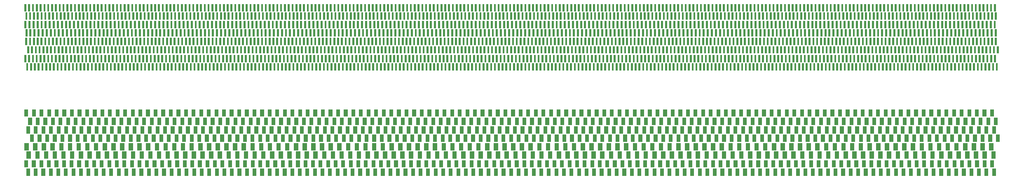
<source format=gbl>
%FSLAX36Y36*%
%MOMM*%
%LPD*%
%ADD11C,0.00100*%
G54D11*
G36*
X000000Y5725000D02*
X000000Y7225000D01*
X390625Y7225000D01*
X390625Y5725000D01*
X000000Y5725000D02*
G37*
G54D11*
G36*
X781250Y5725000D02*
X781250Y7225000D01*
X1171875Y7225000D01*
X1171875Y5725000D01*
X781250Y5725000D02*
G37*
G54D11*
G36*
X1562500Y5725000D02*
X1562500Y7225000D01*
X1953125Y7225000D01*
X1953125Y5725000D01*
X1562500Y5725000D02*
G37*
G54D11*
G36*
X2343750Y5725000D02*
X2343750Y7225000D01*
X2734375Y7225000D01*
X2734375Y5725000D01*
X2343750Y5725000D02*
G37*
G54D11*
G36*
X3125000Y5725000D02*
X3125000Y7225000D01*
X3515625Y7225000D01*
X3515625Y5725000D01*
X3125000Y5725000D02*
G37*
G54D11*
G36*
X3906250Y5725000D02*
X3906250Y7225000D01*
X4296875Y7225000D01*
X4296875Y5725000D01*
X3906250Y5725000D02*
G37*
G54D11*
G36*
X4687500Y5725000D02*
X4687500Y7225000D01*
X5078125Y7225000D01*
X5078125Y5725000D01*
X4687500Y5725000D02*
G37*
G54D11*
G36*
X5468750Y5725000D02*
X5468750Y7225000D01*
X5859375Y7225000D01*
X5859375Y5725000D01*
X5468750Y5725000D02*
G37*
G54D11*
G36*
X6250000Y5725000D02*
X6250000Y7225000D01*
X6640625Y7225000D01*
X6640625Y5725000D01*
X6250000Y5725000D02*
G37*
G54D11*
G36*
X7031250Y5725000D02*
X7031250Y7225000D01*
X7421875Y7225000D01*
X7421875Y5725000D01*
X7031250Y5725000D02*
G37*
G54D11*
G36*
X7812500Y5725000D02*
X7812500Y7225000D01*
X8203125Y7225000D01*
X8203125Y5725000D01*
X7812500Y5725000D02*
G37*
G54D11*
G36*
X8593750Y5725000D02*
X8593750Y7225000D01*
X8984375Y7225000D01*
X8984375Y5725000D01*
X8593750Y5725000D02*
G37*
G54D11*
G36*
X9375000Y5725000D02*
X9375000Y7225000D01*
X9765625Y7225000D01*
X9765625Y5725000D01*
X9375000Y5725000D02*
G37*
G54D11*
G36*
X10156250Y5725000D02*
X10156250Y7225000D01*
X10546875Y7225000D01*
X10546875Y5725000D01*
X10156250Y5725000D02*
G37*
G54D11*
G36*
X10937500Y5725000D02*
X10937500Y7225000D01*
X11328125Y7225000D01*
X11328125Y5725000D01*
X10937500Y5725000D02*
G37*
G54D11*
G36*
X11718750Y5725000D02*
X11718750Y7225000D01*
X12109375Y7225000D01*
X12109375Y5725000D01*
X11718750Y5725000D02*
G37*
G54D11*
G36*
X12500000Y5725000D02*
X12500000Y7225000D01*
X12890625Y7225000D01*
X12890625Y5725000D01*
X12500000Y5725000D02*
G37*
G54D11*
G36*
X13281250Y5725000D02*
X13281250Y7225000D01*
X13671875Y7225000D01*
X13671875Y5725000D01*
X13281250Y5725000D02*
G37*
G54D11*
G36*
X14062500Y5725000D02*
X14062500Y7225000D01*
X14453125Y7225000D01*
X14453125Y5725000D01*
X14062500Y5725000D02*
G37*
G54D11*
G36*
X14843750Y5725000D02*
X14843750Y7225000D01*
X15234375Y7225000D01*
X15234375Y5725000D01*
X14843750Y5725000D02*
G37*
G54D11*
G36*
X15625000Y5725000D02*
X15625000Y7225000D01*
X16015625Y7225000D01*
X16015625Y5725000D01*
X15625000Y5725000D02*
G37*
G54D11*
G36*
X16406250Y5725000D02*
X16406250Y7225000D01*
X16796875Y7225000D01*
X16796875Y5725000D01*
X16406250Y5725000D02*
G37*
G54D11*
G36*
X17187500Y5725000D02*
X17187500Y7225000D01*
X17578125Y7225000D01*
X17578125Y5725000D01*
X17187500Y5725000D02*
G37*
G54D11*
G36*
X17968750Y5725000D02*
X17968750Y7225000D01*
X18359375Y7225000D01*
X18359375Y5725000D01*
X17968750Y5725000D02*
G37*
G54D11*
G36*
X18750000Y5725000D02*
X18750000Y7225000D01*
X19140625Y7225000D01*
X19140625Y5725000D01*
X18750000Y5725000D02*
G37*
G54D11*
G36*
X19531250Y5725000D02*
X19531250Y7225000D01*
X19921875Y7225000D01*
X19921875Y5725000D01*
X19531250Y5725000D02*
G37*
G54D11*
G36*
X20312500Y5725000D02*
X20312500Y7225000D01*
X20703125Y7225000D01*
X20703125Y5725000D01*
X20312500Y5725000D02*
G37*
G54D11*
G36*
X21093750Y5725000D02*
X21093750Y7225000D01*
X21484375Y7225000D01*
X21484375Y5725000D01*
X21093750Y5725000D02*
G37*
G54D11*
G36*
X21875000Y5725000D02*
X21875000Y7225000D01*
X22265625Y7225000D01*
X22265625Y5725000D01*
X21875000Y5725000D02*
G37*
G54D11*
G36*
X22656250Y5725000D02*
X22656250Y7225000D01*
X23046875Y7225000D01*
X23046875Y5725000D01*
X22656250Y5725000D02*
G37*
G54D11*
G36*
X23437500Y5725000D02*
X23437500Y7225000D01*
X23828125Y7225000D01*
X23828125Y5725000D01*
X23437500Y5725000D02*
G37*
G54D11*
G36*
X24218750Y5725000D02*
X24218750Y7225000D01*
X24609375Y7225000D01*
X24609375Y5725000D01*
X24218750Y5725000D02*
G37*
G54D11*
G36*
X25000000Y5725000D02*
X25000000Y7225000D01*
X25390625Y7225000D01*
X25390625Y5725000D01*
X25000000Y5725000D02*
G37*
G54D11*
G36*
X25781250Y5725000D02*
X25781250Y7225000D01*
X26171875Y7225000D01*
X26171875Y5725000D01*
X25781250Y5725000D02*
G37*
G54D11*
G36*
X26562500Y5725000D02*
X26562500Y7225000D01*
X26953125Y7225000D01*
X26953125Y5725000D01*
X26562500Y5725000D02*
G37*
G54D11*
G36*
X27343750Y5725000D02*
X27343750Y7225000D01*
X27734375Y7225000D01*
X27734375Y5725000D01*
X27343750Y5725000D02*
G37*
G54D11*
G36*
X28125000Y5725000D02*
X28125000Y7225000D01*
X28515625Y7225000D01*
X28515625Y5725000D01*
X28125000Y5725000D02*
G37*
G54D11*
G36*
X28906250Y5725000D02*
X28906250Y7225000D01*
X29296875Y7225000D01*
X29296875Y5725000D01*
X28906250Y5725000D02*
G37*
G54D11*
G36*
X29687500Y5725000D02*
X29687500Y7225000D01*
X30078125Y7225000D01*
X30078125Y5725000D01*
X29687500Y5725000D02*
G37*
G54D11*
G36*
X30468750Y5725000D02*
X30468750Y7225000D01*
X30859375Y7225000D01*
X30859375Y5725000D01*
X30468750Y5725000D02*
G37*
G54D11*
G36*
X31250000Y5725000D02*
X31250000Y7225000D01*
X31640625Y7225000D01*
X31640625Y5725000D01*
X31250000Y5725000D02*
G37*
G54D11*
G36*
X32031250Y5725000D02*
X32031250Y7225000D01*
X32421875Y7225000D01*
X32421875Y5725000D01*
X32031250Y5725000D02*
G37*
G54D11*
G36*
X32812500Y5725000D02*
X32812500Y7225000D01*
X33203125Y7225000D01*
X33203125Y5725000D01*
X32812500Y5725000D02*
G37*
G54D11*
G36*
X33593750Y5725000D02*
X33593750Y7225000D01*
X33984375Y7225000D01*
X33984375Y5725000D01*
X33593750Y5725000D02*
G37*
G54D11*
G36*
X34375000Y5725000D02*
X34375000Y7225000D01*
X34765625Y7225000D01*
X34765625Y5725000D01*
X34375000Y5725000D02*
G37*
G54D11*
G36*
X35156250Y5725000D02*
X35156250Y7225000D01*
X35546875Y7225000D01*
X35546875Y5725000D01*
X35156250Y5725000D02*
G37*
G54D11*
G36*
X35937500Y5725000D02*
X35937500Y7225000D01*
X36328125Y7225000D01*
X36328125Y5725000D01*
X35937500Y5725000D02*
G37*
G54D11*
G36*
X36718750Y5725000D02*
X36718750Y7225000D01*
X37109375Y7225000D01*
X37109375Y5725000D01*
X36718750Y5725000D02*
G37*
G54D11*
G36*
X37500000Y5725000D02*
X37500000Y7225000D01*
X37890625Y7225000D01*
X37890625Y5725000D01*
X37500000Y5725000D02*
G37*
G54D11*
G36*
X38281250Y5725000D02*
X38281250Y7225000D01*
X38671875Y7225000D01*
X38671875Y5725000D01*
X38281250Y5725000D02*
G37*
G54D11*
G36*
X39062500Y5725000D02*
X39062500Y7225000D01*
X39453125Y7225000D01*
X39453125Y5725000D01*
X39062500Y5725000D02*
G37*
G54D11*
G36*
X39843750Y5725000D02*
X39843750Y7225000D01*
X40234375Y7225000D01*
X40234375Y5725000D01*
X39843750Y5725000D02*
G37*
G54D11*
G36*
X40625000Y5725000D02*
X40625000Y7225000D01*
X41015625Y7225000D01*
X41015625Y5725000D01*
X40625000Y5725000D02*
G37*
G54D11*
G36*
X41406250Y5725000D02*
X41406250Y7225000D01*
X41796875Y7225000D01*
X41796875Y5725000D01*
X41406250Y5725000D02*
G37*
G54D11*
G36*
X42187500Y5725000D02*
X42187500Y7225000D01*
X42578125Y7225000D01*
X42578125Y5725000D01*
X42187500Y5725000D02*
G37*
G54D11*
G36*
X42968750Y5725000D02*
X42968750Y7225000D01*
X43359375Y7225000D01*
X43359375Y5725000D01*
X42968750Y5725000D02*
G37*
G54D11*
G36*
X43750000Y5725000D02*
X43750000Y7225000D01*
X44140625Y7225000D01*
X44140625Y5725000D01*
X43750000Y5725000D02*
G37*
G54D11*
G36*
X44531250Y5725000D02*
X44531250Y7225000D01*
X44921875Y7225000D01*
X44921875Y5725000D01*
X44531250Y5725000D02*
G37*
G54D11*
G36*
X45312500Y5725000D02*
X45312500Y7225000D01*
X45703125Y7225000D01*
X45703125Y5725000D01*
X45312500Y5725000D02*
G37*
G54D11*
G36*
X46093750Y5725000D02*
X46093750Y7225000D01*
X46484375Y7225000D01*
X46484375Y5725000D01*
X46093750Y5725000D02*
G37*
G54D11*
G36*
X46875000Y5725000D02*
X46875000Y7225000D01*
X47265625Y7225000D01*
X47265625Y5725000D01*
X46875000Y5725000D02*
G37*
G54D11*
G36*
X47656250Y5725000D02*
X47656250Y7225000D01*
X48046875Y7225000D01*
X48046875Y5725000D01*
X47656250Y5725000D02*
G37*
G54D11*
G36*
X48437500Y5725000D02*
X48437500Y7225000D01*
X48828125Y7225000D01*
X48828125Y5725000D01*
X48437500Y5725000D02*
G37*
G54D11*
G36*
X49218750Y5725000D02*
X49218750Y7225000D01*
X49609375Y7225000D01*
X49609375Y5725000D01*
X49218750Y5725000D02*
G37*
G54D11*
G36*
X50000000Y5725000D02*
X50000000Y7225000D01*
X50390625Y7225000D01*
X50390625Y5725000D01*
X50000000Y5725000D02*
G37*
G54D11*
G36*
X50781250Y5725000D02*
X50781250Y7225000D01*
X51171875Y7225000D01*
X51171875Y5725000D01*
X50781250Y5725000D02*
G37*
G54D11*
G36*
X51562500Y5725000D02*
X51562500Y7225000D01*
X51953125Y7225000D01*
X51953125Y5725000D01*
X51562500Y5725000D02*
G37*
G54D11*
G36*
X52343750Y5725000D02*
X52343750Y7225000D01*
X52734375Y7225000D01*
X52734375Y5725000D01*
X52343750Y5725000D02*
G37*
G54D11*
G36*
X53125000Y5725000D02*
X53125000Y7225000D01*
X53515625Y7225000D01*
X53515625Y5725000D01*
X53125000Y5725000D02*
G37*
G54D11*
G36*
X53906250Y5725000D02*
X53906250Y7225000D01*
X54296875Y7225000D01*
X54296875Y5725000D01*
X53906250Y5725000D02*
G37*
G54D11*
G36*
X54687500Y5725000D02*
X54687500Y7225000D01*
X55078125Y7225000D01*
X55078125Y5725000D01*
X54687500Y5725000D02*
G37*
G54D11*
G36*
X55468750Y5725000D02*
X55468750Y7225000D01*
X55859375Y7225000D01*
X55859375Y5725000D01*
X55468750Y5725000D02*
G37*
G54D11*
G36*
X56250000Y5725000D02*
X56250000Y7225000D01*
X56640625Y7225000D01*
X56640625Y5725000D01*
X56250000Y5725000D02*
G37*
G54D11*
G36*
X57031250Y5725000D02*
X57031250Y7225000D01*
X57421875Y7225000D01*
X57421875Y5725000D01*
X57031250Y5725000D02*
G37*
G54D11*
G36*
X57812500Y5725000D02*
X57812500Y7225000D01*
X58203125Y7225000D01*
X58203125Y5725000D01*
X57812500Y5725000D02*
G37*
G54D11*
G36*
X58593750Y5725000D02*
X58593750Y7225000D01*
X58984375Y7225000D01*
X58984375Y5725000D01*
X58593750Y5725000D02*
G37*
G54D11*
G36*
X59375000Y5725000D02*
X59375000Y7225000D01*
X59765625Y7225000D01*
X59765625Y5725000D01*
X59375000Y5725000D02*
G37*
G54D11*
G36*
X60156250Y5725000D02*
X60156250Y7225000D01*
X60546875Y7225000D01*
X60546875Y5725000D01*
X60156250Y5725000D02*
G37*
G54D11*
G36*
X60937500Y5725000D02*
X60937500Y7225000D01*
X61328125Y7225000D01*
X61328125Y5725000D01*
X60937500Y5725000D02*
G37*
G54D11*
G36*
X61718750Y5725000D02*
X61718750Y7225000D01*
X62109375Y7225000D01*
X62109375Y5725000D01*
X61718750Y5725000D02*
G37*
G54D11*
G36*
X62500000Y5725000D02*
X62500000Y7225000D01*
X62890625Y7225000D01*
X62890625Y5725000D01*
X62500000Y5725000D02*
G37*
G54D11*
G36*
X63281250Y5725000D02*
X63281250Y7225000D01*
X63671875Y7225000D01*
X63671875Y5725000D01*
X63281250Y5725000D02*
G37*
G54D11*
G36*
X64062500Y5725000D02*
X64062500Y7225000D01*
X64453125Y7225000D01*
X64453125Y5725000D01*
X64062500Y5725000D02*
G37*
G54D11*
G36*
X64843750Y5725000D02*
X64843750Y7225000D01*
X65234375Y7225000D01*
X65234375Y5725000D01*
X64843750Y5725000D02*
G37*
G54D11*
G36*
X65625000Y5725000D02*
X65625000Y7225000D01*
X66015625Y7225000D01*
X66015625Y5725000D01*
X65625000Y5725000D02*
G37*
G54D11*
G36*
X66406250Y5725000D02*
X66406250Y7225000D01*
X66796875Y7225000D01*
X66796875Y5725000D01*
X66406250Y5725000D02*
G37*
G54D11*
G36*
X67187500Y5725000D02*
X67187500Y7225000D01*
X67578125Y7225000D01*
X67578125Y5725000D01*
X67187500Y5725000D02*
G37*
G54D11*
G36*
X67968750Y5725000D02*
X67968750Y7225000D01*
X68359375Y7225000D01*
X68359375Y5725000D01*
X67968750Y5725000D02*
G37*
G54D11*
G36*
X68750000Y5725000D02*
X68750000Y7225000D01*
X69140625Y7225000D01*
X69140625Y5725000D01*
X68750000Y5725000D02*
G37*
G54D11*
G36*
X69531250Y5725000D02*
X69531250Y7225000D01*
X69921875Y7225000D01*
X69921875Y5725000D01*
X69531250Y5725000D02*
G37*
G54D11*
G36*
X70312500Y5725000D02*
X70312500Y7225000D01*
X70703125Y7225000D01*
X70703125Y5725000D01*
X70312500Y5725000D02*
G37*
G54D11*
G36*
X71093750Y5725000D02*
X71093750Y7225000D01*
X71484375Y7225000D01*
X71484375Y5725000D01*
X71093750Y5725000D02*
G37*
G54D11*
G36*
X71875000Y5725000D02*
X71875000Y7225000D01*
X72265625Y7225000D01*
X72265625Y5725000D01*
X71875000Y5725000D02*
G37*
G54D11*
G36*
X72656250Y5725000D02*
X72656250Y7225000D01*
X73046875Y7225000D01*
X73046875Y5725000D01*
X72656250Y5725000D02*
G37*
G54D11*
G36*
X73437500Y5725000D02*
X73437500Y7225000D01*
X73828125Y7225000D01*
X73828125Y5725000D01*
X73437500Y5725000D02*
G37*
G54D11*
G36*
X74218750Y5725000D02*
X74218750Y7225000D01*
X74609375Y7225000D01*
X74609375Y5725000D01*
X74218750Y5725000D02*
G37*
G54D11*
G36*
X75000000Y5725000D02*
X75000000Y7225000D01*
X75390625Y7225000D01*
X75390625Y5725000D01*
X75000000Y5725000D02*
G37*
G54D11*
G36*
X75781250Y5725000D02*
X75781250Y7225000D01*
X76171875Y7225000D01*
X76171875Y5725000D01*
X75781250Y5725000D02*
G37*
G54D11*
G36*
X76562500Y5725000D02*
X76562500Y7225000D01*
X76953125Y7225000D01*
X76953125Y5725000D01*
X76562500Y5725000D02*
G37*
G54D11*
G36*
X77343750Y5725000D02*
X77343750Y7225000D01*
X77734375Y7225000D01*
X77734375Y5725000D01*
X77343750Y5725000D02*
G37*
G54D11*
G36*
X78125000Y5725000D02*
X78125000Y7225000D01*
X78515625Y7225000D01*
X78515625Y5725000D01*
X78125000Y5725000D02*
G37*
G54D11*
G36*
X78906250Y5725000D02*
X78906250Y7225000D01*
X79296875Y7225000D01*
X79296875Y5725000D01*
X78906250Y5725000D02*
G37*
G54D11*
G36*
X79687500Y5725000D02*
X79687500Y7225000D01*
X80078125Y7225000D01*
X80078125Y5725000D01*
X79687500Y5725000D02*
G37*
G54D11*
G36*
X80468750Y5725000D02*
X80468750Y7225000D01*
X80859375Y7225000D01*
X80859375Y5725000D01*
X80468750Y5725000D02*
G37*
G54D11*
G36*
X81250000Y5725000D02*
X81250000Y7225000D01*
X81640625Y7225000D01*
X81640625Y5725000D01*
X81250000Y5725000D02*
G37*
G54D11*
G36*
X82031250Y5725000D02*
X82031250Y7225000D01*
X82421875Y7225000D01*
X82421875Y5725000D01*
X82031250Y5725000D02*
G37*
G54D11*
G36*
X82812500Y5725000D02*
X82812500Y7225000D01*
X83203125Y7225000D01*
X83203125Y5725000D01*
X82812500Y5725000D02*
G37*
G54D11*
G36*
X83593750Y5725000D02*
X83593750Y7225000D01*
X83984375Y7225000D01*
X83984375Y5725000D01*
X83593750Y5725000D02*
G37*
G54D11*
G36*
X84375000Y5725000D02*
X84375000Y7225000D01*
X84765625Y7225000D01*
X84765625Y5725000D01*
X84375000Y5725000D02*
G37*
G54D11*
G36*
X85156250Y5725000D02*
X85156250Y7225000D01*
X85546875Y7225000D01*
X85546875Y5725000D01*
X85156250Y5725000D02*
G37*
G54D11*
G36*
X85937500Y5725000D02*
X85937500Y7225000D01*
X86328125Y7225000D01*
X86328125Y5725000D01*
X85937500Y5725000D02*
G37*
G54D11*
G36*
X86718750Y5725000D02*
X86718750Y7225000D01*
X87109375Y7225000D01*
X87109375Y5725000D01*
X86718750Y5725000D02*
G37*
G54D11*
G36*
X87500000Y5725000D02*
X87500000Y7225000D01*
X87890625Y7225000D01*
X87890625Y5725000D01*
X87500000Y5725000D02*
G37*
G54D11*
G36*
X88281250Y5725000D02*
X88281250Y7225000D01*
X88671875Y7225000D01*
X88671875Y5725000D01*
X88281250Y5725000D02*
G37*
G54D11*
G36*
X89062500Y5725000D02*
X89062500Y7225000D01*
X89453125Y7225000D01*
X89453125Y5725000D01*
X89062500Y5725000D02*
G37*
G54D11*
G36*
X89843750Y5725000D02*
X89843750Y7225000D01*
X90234375Y7225000D01*
X90234375Y5725000D01*
X89843750Y5725000D02*
G37*
G54D11*
G36*
X90625000Y5725000D02*
X90625000Y7225000D01*
X91015625Y7225000D01*
X91015625Y5725000D01*
X90625000Y5725000D02*
G37*
G54D11*
G36*
X91406250Y5725000D02*
X91406250Y7225000D01*
X91796875Y7225000D01*
X91796875Y5725000D01*
X91406250Y5725000D02*
G37*
G54D11*
G36*
X92187500Y5725000D02*
X92187500Y7225000D01*
X92578125Y7225000D01*
X92578125Y5725000D01*
X92187500Y5725000D02*
G37*
G54D11*
G36*
X92968750Y5725000D02*
X92968750Y7225000D01*
X93359375Y7225000D01*
X93359375Y5725000D01*
X92968750Y5725000D02*
G37*
G54D11*
G36*
X93750000Y5725000D02*
X93750000Y7225000D01*
X94140625Y7225000D01*
X94140625Y5725000D01*
X93750000Y5725000D02*
G37*
G54D11*
G36*
X94531250Y5725000D02*
X94531250Y7225000D01*
X94921875Y7225000D01*
X94921875Y5725000D01*
X94531250Y5725000D02*
G37*
G54D11*
G36*
X95312500Y5725000D02*
X95312500Y7225000D01*
X95703125Y7225000D01*
X95703125Y5725000D01*
X95312500Y5725000D02*
G37*
G54D11*
G36*
X96093750Y5725000D02*
X96093750Y7225000D01*
X96484375Y7225000D01*
X96484375Y5725000D01*
X96093750Y5725000D02*
G37*
G54D11*
G36*
X96875000Y5725000D02*
X96875000Y7225000D01*
X97265625Y7225000D01*
X97265625Y5725000D01*
X96875000Y5725000D02*
G37*
G54D11*
G36*
X97656250Y5725000D02*
X97656250Y7225000D01*
X98046875Y7225000D01*
X98046875Y5725000D01*
X97656250Y5725000D02*
G37*
G54D11*
G36*
X98437500Y5725000D02*
X98437500Y7225000D01*
X98828125Y7225000D01*
X98828125Y5725000D01*
X98437500Y5725000D02*
G37*
G54D11*
G36*
X99218750Y5725000D02*
X99218750Y7225000D01*
X99609375Y7225000D01*
X99609375Y5725000D01*
X99218750Y5725000D02*
G37*
G54D11*
G36*
X100000000Y5725000D02*
X100000000Y7225000D01*
X100390625Y7225000D01*
X100390625Y5725000D01*
X100000000Y5725000D02*
G37*
G54D11*
G36*
X100781250Y5725000D02*
X100781250Y7225000D01*
X101171875Y7225000D01*
X101171875Y5725000D01*
X100781250Y5725000D02*
G37*
G54D11*
G36*
X101562500Y5725000D02*
X101562500Y7225000D01*
X101953125Y7225000D01*
X101953125Y5725000D01*
X101562500Y5725000D02*
G37*
G54D11*
G36*
X102343750Y5725000D02*
X102343750Y7225000D01*
X102734375Y7225000D01*
X102734375Y5725000D01*
X102343750Y5725000D02*
G37*
G54D11*
G36*
X103125000Y5725000D02*
X103125000Y7225000D01*
X103515625Y7225000D01*
X103515625Y5725000D01*
X103125000Y5725000D02*
G37*
G54D11*
G36*
X103906250Y5725000D02*
X103906250Y7225000D01*
X104296875Y7225000D01*
X104296875Y5725000D01*
X103906250Y5725000D02*
G37*
G54D11*
G36*
X104687500Y5725000D02*
X104687500Y7225000D01*
X105078125Y7225000D01*
X105078125Y5725000D01*
X104687500Y5725000D02*
G37*
G54D11*
G36*
X105468750Y5725000D02*
X105468750Y7225000D01*
X105859375Y7225000D01*
X105859375Y5725000D01*
X105468750Y5725000D02*
G37*
G54D11*
G36*
X106250000Y5725000D02*
X106250000Y7225000D01*
X106640625Y7225000D01*
X106640625Y5725000D01*
X106250000Y5725000D02*
G37*
G54D11*
G36*
X107031250Y5725000D02*
X107031250Y7225000D01*
X107421875Y7225000D01*
X107421875Y5725000D01*
X107031250Y5725000D02*
G37*
G54D11*
G36*
X107812500Y5725000D02*
X107812500Y7225000D01*
X108203125Y7225000D01*
X108203125Y5725000D01*
X107812500Y5725000D02*
G37*
G54D11*
G36*
X108593750Y5725000D02*
X108593750Y7225000D01*
X108984375Y7225000D01*
X108984375Y5725000D01*
X108593750Y5725000D02*
G37*
G54D11*
G36*
X109375000Y5725000D02*
X109375000Y7225000D01*
X109765625Y7225000D01*
X109765625Y5725000D01*
X109375000Y5725000D02*
G37*
G54D11*
G36*
X110156250Y5725000D02*
X110156250Y7225000D01*
X110546875Y7225000D01*
X110546875Y5725000D01*
X110156250Y5725000D02*
G37*
G54D11*
G36*
X110937500Y5725000D02*
X110937500Y7225000D01*
X111328125Y7225000D01*
X111328125Y5725000D01*
X110937500Y5725000D02*
G37*
G54D11*
G36*
X111718750Y5725000D02*
X111718750Y7225000D01*
X112109375Y7225000D01*
X112109375Y5725000D01*
X111718750Y5725000D02*
G37*
G54D11*
G36*
X112500000Y5725000D02*
X112500000Y7225000D01*
X112890625Y7225000D01*
X112890625Y5725000D01*
X112500000Y5725000D02*
G37*
G54D11*
G36*
X113281250Y5725000D02*
X113281250Y7225000D01*
X113671875Y7225000D01*
X113671875Y5725000D01*
X113281250Y5725000D02*
G37*
G54D11*
G36*
X114062500Y5725000D02*
X114062500Y7225000D01*
X114453125Y7225000D01*
X114453125Y5725000D01*
X114062500Y5725000D02*
G37*
G54D11*
G36*
X114843750Y5725000D02*
X114843750Y7225000D01*
X115234375Y7225000D01*
X115234375Y5725000D01*
X114843750Y5725000D02*
G37*
G54D11*
G36*
X115625000Y5725000D02*
X115625000Y7225000D01*
X116015625Y7225000D01*
X116015625Y5725000D01*
X115625000Y5725000D02*
G37*
G54D11*
G36*
X116406250Y5725000D02*
X116406250Y7225000D01*
X116796875Y7225000D01*
X116796875Y5725000D01*
X116406250Y5725000D02*
G37*
G54D11*
G36*
X117187500Y5725000D02*
X117187500Y7225000D01*
X117578125Y7225000D01*
X117578125Y5725000D01*
X117187500Y5725000D02*
G37*
G54D11*
G36*
X117968750Y5725000D02*
X117968750Y7225000D01*
X118359375Y7225000D01*
X118359375Y5725000D01*
X117968750Y5725000D02*
G37*
G54D11*
G36*
X118750000Y5725000D02*
X118750000Y7225000D01*
X119140625Y7225000D01*
X119140625Y5725000D01*
X118750000Y5725000D02*
G37*
G54D11*
G36*
X119531250Y5725000D02*
X119531250Y7225000D01*
X119921875Y7225000D01*
X119921875Y5725000D01*
X119531250Y5725000D02*
G37*
G54D11*
G36*
X120312500Y5725000D02*
X120312500Y7225000D01*
X120703125Y7225000D01*
X120703125Y5725000D01*
X120312500Y5725000D02*
G37*
G54D11*
G36*
X121093750Y5725000D02*
X121093750Y7225000D01*
X121484375Y7225000D01*
X121484375Y5725000D01*
X121093750Y5725000D02*
G37*
G54D11*
G36*
X121875000Y5725000D02*
X121875000Y7225000D01*
X122265625Y7225000D01*
X122265625Y5725000D01*
X121875000Y5725000D02*
G37*
G54D11*
G36*
X122656250Y5725000D02*
X122656250Y7225000D01*
X123046875Y7225000D01*
X123046875Y5725000D01*
X122656250Y5725000D02*
G37*
G54D11*
G36*
X123437500Y5725000D02*
X123437500Y7225000D01*
X123828125Y7225000D01*
X123828125Y5725000D01*
X123437500Y5725000D02*
G37*
G54D11*
G36*
X124218750Y5725000D02*
X124218750Y7225000D01*
X124609375Y7225000D01*
X124609375Y5725000D01*
X124218750Y5725000D02*
G37*
G54D11*
G36*
X125000000Y5725000D02*
X125000000Y7225000D01*
X125390625Y7225000D01*
X125390625Y5725000D01*
X125000000Y5725000D02*
G37*
G54D11*
G36*
X125781250Y5725000D02*
X125781250Y7225000D01*
X126171875Y7225000D01*
X126171875Y5725000D01*
X125781250Y5725000D02*
G37*
G54D11*
G36*
X126562500Y5725000D02*
X126562500Y7225000D01*
X126953125Y7225000D01*
X126953125Y5725000D01*
X126562500Y5725000D02*
G37*
G54D11*
G36*
X127343750Y5725000D02*
X127343750Y7225000D01*
X127734375Y7225000D01*
X127734375Y5725000D01*
X127343750Y5725000D02*
G37*
G54D11*
G36*
X128125000Y5725000D02*
X128125000Y7225000D01*
X128515625Y7225000D01*
X128515625Y5725000D01*
X128125000Y5725000D02*
G37*
G54D11*
G36*
X128906250Y5725000D02*
X128906250Y7225000D01*
X129296875Y7225000D01*
X129296875Y5725000D01*
X128906250Y5725000D02*
G37*
G54D11*
G36*
X129687500Y5725000D02*
X129687500Y7225000D01*
X130078125Y7225000D01*
X130078125Y5725000D01*
X129687500Y5725000D02*
G37*
G54D11*
G36*
X130468750Y5725000D02*
X130468750Y7225000D01*
X130859375Y7225000D01*
X130859375Y5725000D01*
X130468750Y5725000D02*
G37*
G54D11*
G36*
X131250000Y5725000D02*
X131250000Y7225000D01*
X131640625Y7225000D01*
X131640625Y5725000D01*
X131250000Y5725000D02*
G37*
G54D11*
G36*
X132031250Y5725000D02*
X132031250Y7225000D01*
X132421875Y7225000D01*
X132421875Y5725000D01*
X132031250Y5725000D02*
G37*
G54D11*
G36*
X132812500Y5725000D02*
X132812500Y7225000D01*
X133203125Y7225000D01*
X133203125Y5725000D01*
X132812500Y5725000D02*
G37*
G54D11*
G36*
X133593750Y5725000D02*
X133593750Y7225000D01*
X133984375Y7225000D01*
X133984375Y5725000D01*
X133593750Y5725000D02*
G37*
G54D11*
G36*
X134375000Y5725000D02*
X134375000Y7225000D01*
X134765625Y7225000D01*
X134765625Y5725000D01*
X134375000Y5725000D02*
G37*
G54D11*
G36*
X135156250Y5725000D02*
X135156250Y7225000D01*
X135546875Y7225000D01*
X135546875Y5725000D01*
X135156250Y5725000D02*
G37*
G54D11*
G36*
X135937500Y5725000D02*
X135937500Y7225000D01*
X136328125Y7225000D01*
X136328125Y5725000D01*
X135937500Y5725000D02*
G37*
G54D11*
G36*
X136718750Y5725000D02*
X136718750Y7225000D01*
X137109375Y7225000D01*
X137109375Y5725000D01*
X136718750Y5725000D02*
G37*
G54D11*
G36*
X137500000Y5725000D02*
X137500000Y7225000D01*
X137890625Y7225000D01*
X137890625Y5725000D01*
X137500000Y5725000D02*
G37*
G54D11*
G36*
X138281250Y5725000D02*
X138281250Y7225000D01*
X138671875Y7225000D01*
X138671875Y5725000D01*
X138281250Y5725000D02*
G37*
G54D11*
G36*
X139062500Y5725000D02*
X139062500Y7225000D01*
X139453125Y7225000D01*
X139453125Y5725000D01*
X139062500Y5725000D02*
G37*
G54D11*
G36*
X139843750Y5725000D02*
X139843750Y7225000D01*
X140234375Y7225000D01*
X140234375Y5725000D01*
X139843750Y5725000D02*
G37*
G54D11*
G36*
X140625000Y5725000D02*
X140625000Y7225000D01*
X141015625Y7225000D01*
X141015625Y5725000D01*
X140625000Y5725000D02*
G37*
G54D11*
G36*
X141406250Y5725000D02*
X141406250Y7225000D01*
X141796875Y7225000D01*
X141796875Y5725000D01*
X141406250Y5725000D02*
G37*
G54D11*
G36*
X142187500Y5725000D02*
X142187500Y7225000D01*
X142578125Y7225000D01*
X142578125Y5725000D01*
X142187500Y5725000D02*
G37*
G54D11*
G36*
X142968750Y5725000D02*
X142968750Y7225000D01*
X143359375Y7225000D01*
X143359375Y5725000D01*
X142968750Y5725000D02*
G37*
G54D11*
G36*
X143750000Y5725000D02*
X143750000Y7225000D01*
X144140625Y7225000D01*
X144140625Y5725000D01*
X143750000Y5725000D02*
G37*
G54D11*
G36*
X144531250Y5725000D02*
X144531250Y7225000D01*
X144921875Y7225000D01*
X144921875Y5725000D01*
X144531250Y5725000D02*
G37*
G54D11*
G36*
X145312500Y5725000D02*
X145312500Y7225000D01*
X145703125Y7225000D01*
X145703125Y5725000D01*
X145312500Y5725000D02*
G37*
G54D11*
G36*
X146093750Y5725000D02*
X146093750Y7225000D01*
X146484375Y7225000D01*
X146484375Y5725000D01*
X146093750Y5725000D02*
G37*
G54D11*
G36*
X146875000Y5725000D02*
X146875000Y7225000D01*
X147265625Y7225000D01*
X147265625Y5725000D01*
X146875000Y5725000D02*
G37*
G54D11*
G36*
X147656250Y5725000D02*
X147656250Y7225000D01*
X148046875Y7225000D01*
X148046875Y5725000D01*
X147656250Y5725000D02*
G37*
G54D11*
G36*
X148437500Y5725000D02*
X148437500Y7225000D01*
X148828125Y7225000D01*
X148828125Y5725000D01*
X148437500Y5725000D02*
G37*
G54D11*
G36*
X149218750Y5725000D02*
X149218750Y7225000D01*
X149609375Y7225000D01*
X149609375Y5725000D01*
X149218750Y5725000D02*
G37*
G54D11*
G36*
X150000000Y5725000D02*
X150000000Y7225000D01*
X150390625Y7225000D01*
X150390625Y5725000D01*
X150000000Y5725000D02*
G37*
G54D11*
G36*
X150781250Y5725000D02*
X150781250Y7225000D01*
X151171875Y7225000D01*
X151171875Y5725000D01*
X150781250Y5725000D02*
G37*
G54D11*
G36*
X151562500Y5725000D02*
X151562500Y7225000D01*
X151953125Y7225000D01*
X151953125Y5725000D01*
X151562500Y5725000D02*
G37*
G54D11*
G36*
X152343750Y5725000D02*
X152343750Y7225000D01*
X152734375Y7225000D01*
X152734375Y5725000D01*
X152343750Y5725000D02*
G37*
G54D11*
G36*
X153125000Y5725000D02*
X153125000Y7225000D01*
X153515625Y7225000D01*
X153515625Y5725000D01*
X153125000Y5725000D02*
G37*
G54D11*
G36*
X153906250Y5725000D02*
X153906250Y7225000D01*
X154296875Y7225000D01*
X154296875Y5725000D01*
X153906250Y5725000D02*
G37*
G54D11*
G36*
X154687500Y5725000D02*
X154687500Y7225000D01*
X155078125Y7225000D01*
X155078125Y5725000D01*
X154687500Y5725000D02*
G37*
G54D11*
G36*
X155468750Y5725000D02*
X155468750Y7225000D01*
X155859375Y7225000D01*
X155859375Y5725000D01*
X155468750Y5725000D02*
G37*
G54D11*
G36*
X156250000Y5725000D02*
X156250000Y7225000D01*
X156640625Y7225000D01*
X156640625Y5725000D01*
X156250000Y5725000D02*
G37*
G54D11*
G36*
X157031250Y5725000D02*
X157031250Y7225000D01*
X157421875Y7225000D01*
X157421875Y5725000D01*
X157031250Y5725000D02*
G37*
G54D11*
G36*
X157812500Y5725000D02*
X157812500Y7225000D01*
X158203125Y7225000D01*
X158203125Y5725000D01*
X157812500Y5725000D02*
G37*
G54D11*
G36*
X158593750Y5725000D02*
X158593750Y7225000D01*
X158984375Y7225000D01*
X158984375Y5725000D01*
X158593750Y5725000D02*
G37*
G54D11*
G36*
X159375000Y5725000D02*
X159375000Y7225000D01*
X159765625Y7225000D01*
X159765625Y5725000D01*
X159375000Y5725000D02*
G37*
G54D11*
G36*
X160156250Y5725000D02*
X160156250Y7225000D01*
X160546875Y7225000D01*
X160546875Y5725000D01*
X160156250Y5725000D02*
G37*
G54D11*
G36*
X160937500Y5725000D02*
X160937500Y7225000D01*
X161328125Y7225000D01*
X161328125Y5725000D01*
X160937500Y5725000D02*
G37*
G54D11*
G36*
X161718750Y5725000D02*
X161718750Y7225000D01*
X162109375Y7225000D01*
X162109375Y5725000D01*
X161718750Y5725000D02*
G37*
G54D11*
G36*
X162500000Y5725000D02*
X162500000Y7225000D01*
X162890625Y7225000D01*
X162890625Y5725000D01*
X162500000Y5725000D02*
G37*
G54D11*
G36*
X163281250Y5725000D02*
X163281250Y7225000D01*
X163671875Y7225000D01*
X163671875Y5725000D01*
X163281250Y5725000D02*
G37*
G54D11*
G36*
X164062500Y5725000D02*
X164062500Y7225000D01*
X164453125Y7225000D01*
X164453125Y5725000D01*
X164062500Y5725000D02*
G37*
G54D11*
G36*
X164843750Y5725000D02*
X164843750Y7225000D01*
X165234375Y7225000D01*
X165234375Y5725000D01*
X164843750Y5725000D02*
G37*
G54D11*
G36*
X165625000Y5725000D02*
X165625000Y7225000D01*
X166015625Y7225000D01*
X166015625Y5725000D01*
X165625000Y5725000D02*
G37*
G54D11*
G36*
X166406250Y5725000D02*
X166406250Y7225000D01*
X166796875Y7225000D01*
X166796875Y5725000D01*
X166406250Y5725000D02*
G37*
G54D11*
G36*
X167187500Y5725000D02*
X167187500Y7225000D01*
X167578125Y7225000D01*
X167578125Y5725000D01*
X167187500Y5725000D02*
G37*
G54D11*
G36*
X167968750Y5725000D02*
X167968750Y7225000D01*
X168359375Y7225000D01*
X168359375Y5725000D01*
X167968750Y5725000D02*
G37*
G54D11*
G36*
X168750000Y5725000D02*
X168750000Y7225000D01*
X169140625Y7225000D01*
X169140625Y5725000D01*
X168750000Y5725000D02*
G37*
G54D11*
G36*
X169531250Y5725000D02*
X169531250Y7225000D01*
X169921875Y7225000D01*
X169921875Y5725000D01*
X169531250Y5725000D02*
G37*
G54D11*
G36*
X170312500Y5725000D02*
X170312500Y7225000D01*
X170703125Y7225000D01*
X170703125Y5725000D01*
X170312500Y5725000D02*
G37*
G54D11*
G36*
X171093750Y5725000D02*
X171093750Y7225000D01*
X171484375Y7225000D01*
X171484375Y5725000D01*
X171093750Y5725000D02*
G37*
G54D11*
G36*
X171875000Y5725000D02*
X171875000Y7225000D01*
X172265625Y7225000D01*
X172265625Y5725000D01*
X171875000Y5725000D02*
G37*
G54D11*
G36*
X172656250Y5725000D02*
X172656250Y7225000D01*
X173046875Y7225000D01*
X173046875Y5725000D01*
X172656250Y5725000D02*
G37*
G54D11*
G36*
X173437500Y5725000D02*
X173437500Y7225000D01*
X173828125Y7225000D01*
X173828125Y5725000D01*
X173437500Y5725000D02*
G37*
G54D11*
G36*
X174218750Y5725000D02*
X174218750Y7225000D01*
X174609375Y7225000D01*
X174609375Y5725000D01*
X174218750Y5725000D02*
G37*
G54D11*
G36*
X175000000Y5725000D02*
X175000000Y7225000D01*
X175390625Y7225000D01*
X175390625Y5725000D01*
X175000000Y5725000D02*
G37*
G54D11*
G36*
X175781250Y5725000D02*
X175781250Y7225000D01*
X176171875Y7225000D01*
X176171875Y5725000D01*
X175781250Y5725000D02*
G37*
G54D11*
G36*
X176562500Y5725000D02*
X176562500Y7225000D01*
X176953125Y7225000D01*
X176953125Y5725000D01*
X176562500Y5725000D02*
G37*
G54D11*
G36*
X177343750Y5725000D02*
X177343750Y7225000D01*
X177734375Y7225000D01*
X177734375Y5725000D01*
X177343750Y5725000D02*
G37*
G54D11*
G36*
X178125000Y5725000D02*
X178125000Y7225000D01*
X178515625Y7225000D01*
X178515625Y5725000D01*
X178125000Y5725000D02*
G37*
G54D11*
G36*
X178906250Y5725000D02*
X178906250Y7225000D01*
X179296875Y7225000D01*
X179296875Y5725000D01*
X178906250Y5725000D02*
G37*
G54D11*
G36*
X179687500Y5725000D02*
X179687500Y7225000D01*
X180078125Y7225000D01*
X180078125Y5725000D01*
X179687500Y5725000D02*
G37*
G54D11*
G36*
X180468750Y5725000D02*
X180468750Y7225000D01*
X180859375Y7225000D01*
X180859375Y5725000D01*
X180468750Y5725000D02*
G37*
G54D11*
G36*
X181250000Y5725000D02*
X181250000Y7225000D01*
X181640625Y7225000D01*
X181640625Y5725000D01*
X181250000Y5725000D02*
G37*
G54D11*
G36*
X182031250Y5725000D02*
X182031250Y7225000D01*
X182421875Y7225000D01*
X182421875Y5725000D01*
X182031250Y5725000D02*
G37*
G54D11*
G36*
X182812500Y5725000D02*
X182812500Y7225000D01*
X183203125Y7225000D01*
X183203125Y5725000D01*
X182812500Y5725000D02*
G37*
G54D11*
G36*
X183593750Y5725000D02*
X183593750Y7225000D01*
X183984375Y7225000D01*
X183984375Y5725000D01*
X183593750Y5725000D02*
G37*
G54D11*
G36*
X184375000Y5725000D02*
X184375000Y7225000D01*
X184765625Y7225000D01*
X184765625Y5725000D01*
X184375000Y5725000D02*
G37*
G54D11*
G36*
X185156250Y5725000D02*
X185156250Y7225000D01*
X185546875Y7225000D01*
X185546875Y5725000D01*
X185156250Y5725000D02*
G37*
G54D11*
G36*
X185937500Y5725000D02*
X185937500Y7225000D01*
X186328125Y7225000D01*
X186328125Y5725000D01*
X185937500Y5725000D02*
G37*
G54D11*
G36*
X186718750Y5725000D02*
X186718750Y7225000D01*
X187109375Y7225000D01*
X187109375Y5725000D01*
X186718750Y5725000D02*
G37*
G54D11*
G36*
X187500000Y5725000D02*
X187500000Y7225000D01*
X187890625Y7225000D01*
X187890625Y5725000D01*
X187500000Y5725000D02*
G37*
G54D11*
G36*
X188281250Y5725000D02*
X188281250Y7225000D01*
X188671875Y7225000D01*
X188671875Y5725000D01*
X188281250Y5725000D02*
G37*
G54D11*
G36*
X189062500Y5725000D02*
X189062500Y7225000D01*
X189453125Y7225000D01*
X189453125Y5725000D01*
X189062500Y5725000D02*
G37*
G54D11*
G36*
X189843750Y5725000D02*
X189843750Y7225000D01*
X190234375Y7225000D01*
X190234375Y5725000D01*
X189843750Y5725000D02*
G37*
G54D11*
G36*
X190625000Y5725000D02*
X190625000Y7225000D01*
X191015625Y7225000D01*
X191015625Y5725000D01*
X190625000Y5725000D02*
G37*
G54D11*
G36*
X191406250Y5725000D02*
X191406250Y7225000D01*
X191796875Y7225000D01*
X191796875Y5725000D01*
X191406250Y5725000D02*
G37*
G54D11*
G36*
X192187500Y5725000D02*
X192187500Y7225000D01*
X192578125Y7225000D01*
X192578125Y5725000D01*
X192187500Y5725000D02*
G37*
G54D11*
G36*
X192968750Y5725000D02*
X192968750Y7225000D01*
X193359375Y7225000D01*
X193359375Y5725000D01*
X192968750Y5725000D02*
G37*
G54D11*
G36*
X193750000Y5725000D02*
X193750000Y7225000D01*
X194140625Y7225000D01*
X194140625Y5725000D01*
X193750000Y5725000D02*
G37*
G54D11*
G36*
X194531250Y5725000D02*
X194531250Y7225000D01*
X194921875Y7225000D01*
X194921875Y5725000D01*
X194531250Y5725000D02*
G37*
G54D11*
G36*
X195312500Y5725000D02*
X195312500Y7225000D01*
X195703125Y7225000D01*
X195703125Y5725000D01*
X195312500Y5725000D02*
G37*
G54D11*
G36*
X196093750Y5725000D02*
X196093750Y7225000D01*
X196484375Y7225000D01*
X196484375Y5725000D01*
X196093750Y5725000D02*
G37*
G54D11*
G36*
X196875000Y5725000D02*
X196875000Y7225000D01*
X197265625Y7225000D01*
X197265625Y5725000D01*
X196875000Y5725000D02*
G37*
G54D11*
G36*
X197656250Y5725000D02*
X197656250Y7225000D01*
X198046875Y7225000D01*
X198046875Y5725000D01*
X197656250Y5725000D02*
G37*
G54D11*
G36*
X198437500Y5725000D02*
X198437500Y7225000D01*
X198828125Y7225000D01*
X198828125Y5725000D01*
X198437500Y5725000D02*
G37*
G54D11*
G36*
X199218750Y5725000D02*
X199218750Y7225000D01*
X199609375Y7225000D01*
X199609375Y5725000D01*
X199218750Y5725000D02*
G37*
G54D11*
G36*
X390625Y4025000D02*
X390625Y5525000D01*
X781250Y5525000D01*
X781250Y4025000D01*
X390625Y4025000D02*
G37*
G54D11*
G36*
X1171875Y4025000D02*
X1171875Y5525000D01*
X1562500Y5525000D01*
X1562500Y4025000D01*
X1171875Y4025000D02*
G37*
G54D11*
G36*
X1953125Y4025000D02*
X1953125Y5525000D01*
X2343750Y5525000D01*
X2343750Y4025000D01*
X1953125Y4025000D02*
G37*
G54D11*
G36*
X2734375Y4025000D02*
X2734375Y5525000D01*
X3125000Y5525000D01*
X3125000Y4025000D01*
X2734375Y4025000D02*
G37*
G54D11*
G36*
X3515625Y4025000D02*
X3515625Y5525000D01*
X3906250Y5525000D01*
X3906250Y4025000D01*
X3515625Y4025000D02*
G37*
G54D11*
G36*
X4296875Y4025000D02*
X4296875Y5525000D01*
X4687500Y5525000D01*
X4687500Y4025000D01*
X4296875Y4025000D02*
G37*
G54D11*
G36*
X5078125Y4025000D02*
X5078125Y5525000D01*
X5468750Y5525000D01*
X5468750Y4025000D01*
X5078125Y4025000D02*
G37*
G54D11*
G36*
X5859375Y4025000D02*
X5859375Y5525000D01*
X6250000Y5525000D01*
X6250000Y4025000D01*
X5859375Y4025000D02*
G37*
G54D11*
G36*
X6640625Y4025000D02*
X6640625Y5525000D01*
X7031250Y5525000D01*
X7031250Y4025000D01*
X6640625Y4025000D02*
G37*
G54D11*
G36*
X7421875Y4025000D02*
X7421875Y5525000D01*
X7812500Y5525000D01*
X7812500Y4025000D01*
X7421875Y4025000D02*
G37*
G54D11*
G36*
X8203125Y4025000D02*
X8203125Y5525000D01*
X8593750Y5525000D01*
X8593750Y4025000D01*
X8203125Y4025000D02*
G37*
G54D11*
G36*
X8984375Y4025000D02*
X8984375Y5525000D01*
X9375000Y5525000D01*
X9375000Y4025000D01*
X8984375Y4025000D02*
G37*
G54D11*
G36*
X9765625Y4025000D02*
X9765625Y5525000D01*
X10156250Y5525000D01*
X10156250Y4025000D01*
X9765625Y4025000D02*
G37*
G54D11*
G36*
X10546875Y4025000D02*
X10546875Y5525000D01*
X10937500Y5525000D01*
X10937500Y4025000D01*
X10546875Y4025000D02*
G37*
G54D11*
G36*
X11328125Y4025000D02*
X11328125Y5525000D01*
X11718750Y5525000D01*
X11718750Y4025000D01*
X11328125Y4025000D02*
G37*
G54D11*
G36*
X12109375Y4025000D02*
X12109375Y5525000D01*
X12500000Y5525000D01*
X12500000Y4025000D01*
X12109375Y4025000D02*
G37*
G54D11*
G36*
X12890625Y4025000D02*
X12890625Y5525000D01*
X13281250Y5525000D01*
X13281250Y4025000D01*
X12890625Y4025000D02*
G37*
G54D11*
G36*
X13671875Y4025000D02*
X13671875Y5525000D01*
X14062500Y5525000D01*
X14062500Y4025000D01*
X13671875Y4025000D02*
G37*
G54D11*
G36*
X14453125Y4025000D02*
X14453125Y5525000D01*
X14843750Y5525000D01*
X14843750Y4025000D01*
X14453125Y4025000D02*
G37*
G54D11*
G36*
X15234375Y4025000D02*
X15234375Y5525000D01*
X15625000Y5525000D01*
X15625000Y4025000D01*
X15234375Y4025000D02*
G37*
G54D11*
G36*
X16015625Y4025000D02*
X16015625Y5525000D01*
X16406250Y5525000D01*
X16406250Y4025000D01*
X16015625Y4025000D02*
G37*
G54D11*
G36*
X16796875Y4025000D02*
X16796875Y5525000D01*
X17187500Y5525000D01*
X17187500Y4025000D01*
X16796875Y4025000D02*
G37*
G54D11*
G36*
X17578125Y4025000D02*
X17578125Y5525000D01*
X17968750Y5525000D01*
X17968750Y4025000D01*
X17578125Y4025000D02*
G37*
G54D11*
G36*
X18359375Y4025000D02*
X18359375Y5525000D01*
X18750000Y5525000D01*
X18750000Y4025000D01*
X18359375Y4025000D02*
G37*
G54D11*
G36*
X19140625Y4025000D02*
X19140625Y5525000D01*
X19531250Y5525000D01*
X19531250Y4025000D01*
X19140625Y4025000D02*
G37*
G54D11*
G36*
X19921875Y4025000D02*
X19921875Y5525000D01*
X20312500Y5525000D01*
X20312500Y4025000D01*
X19921875Y4025000D02*
G37*
G54D11*
G36*
X20703125Y4025000D02*
X20703125Y5525000D01*
X21093750Y5525000D01*
X21093750Y4025000D01*
X20703125Y4025000D02*
G37*
G54D11*
G36*
X21484375Y4025000D02*
X21484375Y5525000D01*
X21875000Y5525000D01*
X21875000Y4025000D01*
X21484375Y4025000D02*
G37*
G54D11*
G36*
X22265625Y4025000D02*
X22265625Y5525000D01*
X22656250Y5525000D01*
X22656250Y4025000D01*
X22265625Y4025000D02*
G37*
G54D11*
G36*
X23046875Y4025000D02*
X23046875Y5525000D01*
X23437500Y5525000D01*
X23437500Y4025000D01*
X23046875Y4025000D02*
G37*
G54D11*
G36*
X23828125Y4025000D02*
X23828125Y5525000D01*
X24218750Y5525000D01*
X24218750Y4025000D01*
X23828125Y4025000D02*
G37*
G54D11*
G36*
X24609375Y4025000D02*
X24609375Y5525000D01*
X25000000Y5525000D01*
X25000000Y4025000D01*
X24609375Y4025000D02*
G37*
G54D11*
G36*
X25390625Y4025000D02*
X25390625Y5525000D01*
X25781250Y5525000D01*
X25781250Y4025000D01*
X25390625Y4025000D02*
G37*
G54D11*
G36*
X26171875Y4025000D02*
X26171875Y5525000D01*
X26562500Y5525000D01*
X26562500Y4025000D01*
X26171875Y4025000D02*
G37*
G54D11*
G36*
X26953125Y4025000D02*
X26953125Y5525000D01*
X27343750Y5525000D01*
X27343750Y4025000D01*
X26953125Y4025000D02*
G37*
G54D11*
G36*
X27734375Y4025000D02*
X27734375Y5525000D01*
X28125000Y5525000D01*
X28125000Y4025000D01*
X27734375Y4025000D02*
G37*
G54D11*
G36*
X28515625Y4025000D02*
X28515625Y5525000D01*
X28906250Y5525000D01*
X28906250Y4025000D01*
X28515625Y4025000D02*
G37*
G54D11*
G36*
X29296875Y4025000D02*
X29296875Y5525000D01*
X29687500Y5525000D01*
X29687500Y4025000D01*
X29296875Y4025000D02*
G37*
G54D11*
G36*
X30078125Y4025000D02*
X30078125Y5525000D01*
X30468750Y5525000D01*
X30468750Y4025000D01*
X30078125Y4025000D02*
G37*
G54D11*
G36*
X30859375Y4025000D02*
X30859375Y5525000D01*
X31250000Y5525000D01*
X31250000Y4025000D01*
X30859375Y4025000D02*
G37*
G54D11*
G36*
X31640625Y4025000D02*
X31640625Y5525000D01*
X32031250Y5525000D01*
X32031250Y4025000D01*
X31640625Y4025000D02*
G37*
G54D11*
G36*
X32421875Y4025000D02*
X32421875Y5525000D01*
X32812500Y5525000D01*
X32812500Y4025000D01*
X32421875Y4025000D02*
G37*
G54D11*
G36*
X33203125Y4025000D02*
X33203125Y5525000D01*
X33593750Y5525000D01*
X33593750Y4025000D01*
X33203125Y4025000D02*
G37*
G54D11*
G36*
X33984375Y4025000D02*
X33984375Y5525000D01*
X34375000Y5525000D01*
X34375000Y4025000D01*
X33984375Y4025000D02*
G37*
G54D11*
G36*
X34765625Y4025000D02*
X34765625Y5525000D01*
X35156250Y5525000D01*
X35156250Y4025000D01*
X34765625Y4025000D02*
G37*
G54D11*
G36*
X35546875Y4025000D02*
X35546875Y5525000D01*
X35937500Y5525000D01*
X35937500Y4025000D01*
X35546875Y4025000D02*
G37*
G54D11*
G36*
X36328125Y4025000D02*
X36328125Y5525000D01*
X36718750Y5525000D01*
X36718750Y4025000D01*
X36328125Y4025000D02*
G37*
G54D11*
G36*
X37109375Y4025000D02*
X37109375Y5525000D01*
X37500000Y5525000D01*
X37500000Y4025000D01*
X37109375Y4025000D02*
G37*
G54D11*
G36*
X37890625Y4025000D02*
X37890625Y5525000D01*
X38281250Y5525000D01*
X38281250Y4025000D01*
X37890625Y4025000D02*
G37*
G54D11*
G36*
X38671875Y4025000D02*
X38671875Y5525000D01*
X39062500Y5525000D01*
X39062500Y4025000D01*
X38671875Y4025000D02*
G37*
G54D11*
G36*
X39453125Y4025000D02*
X39453125Y5525000D01*
X39843750Y5525000D01*
X39843750Y4025000D01*
X39453125Y4025000D02*
G37*
G54D11*
G36*
X40234375Y4025000D02*
X40234375Y5525000D01*
X40625000Y5525000D01*
X40625000Y4025000D01*
X40234375Y4025000D02*
G37*
G54D11*
G36*
X41015625Y4025000D02*
X41015625Y5525000D01*
X41406250Y5525000D01*
X41406250Y4025000D01*
X41015625Y4025000D02*
G37*
G54D11*
G36*
X41796875Y4025000D02*
X41796875Y5525000D01*
X42187500Y5525000D01*
X42187500Y4025000D01*
X41796875Y4025000D02*
G37*
G54D11*
G36*
X42578125Y4025000D02*
X42578125Y5525000D01*
X42968750Y5525000D01*
X42968750Y4025000D01*
X42578125Y4025000D02*
G37*
G54D11*
G36*
X43359375Y4025000D02*
X43359375Y5525000D01*
X43750000Y5525000D01*
X43750000Y4025000D01*
X43359375Y4025000D02*
G37*
G54D11*
G36*
X44140625Y4025000D02*
X44140625Y5525000D01*
X44531250Y5525000D01*
X44531250Y4025000D01*
X44140625Y4025000D02*
G37*
G54D11*
G36*
X44921875Y4025000D02*
X44921875Y5525000D01*
X45312500Y5525000D01*
X45312500Y4025000D01*
X44921875Y4025000D02*
G37*
G54D11*
G36*
X45703125Y4025000D02*
X45703125Y5525000D01*
X46093750Y5525000D01*
X46093750Y4025000D01*
X45703125Y4025000D02*
G37*
G54D11*
G36*
X46484375Y4025000D02*
X46484375Y5525000D01*
X46875000Y5525000D01*
X46875000Y4025000D01*
X46484375Y4025000D02*
G37*
G54D11*
G36*
X47265625Y4025000D02*
X47265625Y5525000D01*
X47656250Y5525000D01*
X47656250Y4025000D01*
X47265625Y4025000D02*
G37*
G54D11*
G36*
X48046875Y4025000D02*
X48046875Y5525000D01*
X48437500Y5525000D01*
X48437500Y4025000D01*
X48046875Y4025000D02*
G37*
G54D11*
G36*
X48828125Y4025000D02*
X48828125Y5525000D01*
X49218750Y5525000D01*
X49218750Y4025000D01*
X48828125Y4025000D02*
G37*
G54D11*
G36*
X49609375Y4025000D02*
X49609375Y5525000D01*
X50000000Y5525000D01*
X50000000Y4025000D01*
X49609375Y4025000D02*
G37*
G54D11*
G36*
X50390625Y4025000D02*
X50390625Y5525000D01*
X50781250Y5525000D01*
X50781250Y4025000D01*
X50390625Y4025000D02*
G37*
G54D11*
G36*
X51171875Y4025000D02*
X51171875Y5525000D01*
X51562500Y5525000D01*
X51562500Y4025000D01*
X51171875Y4025000D02*
G37*
G54D11*
G36*
X51953125Y4025000D02*
X51953125Y5525000D01*
X52343750Y5525000D01*
X52343750Y4025000D01*
X51953125Y4025000D02*
G37*
G54D11*
G36*
X52734375Y4025000D02*
X52734375Y5525000D01*
X53125000Y5525000D01*
X53125000Y4025000D01*
X52734375Y4025000D02*
G37*
G54D11*
G36*
X53515625Y4025000D02*
X53515625Y5525000D01*
X53906250Y5525000D01*
X53906250Y4025000D01*
X53515625Y4025000D02*
G37*
G54D11*
G36*
X54296875Y4025000D02*
X54296875Y5525000D01*
X54687500Y5525000D01*
X54687500Y4025000D01*
X54296875Y4025000D02*
G37*
G54D11*
G36*
X55078125Y4025000D02*
X55078125Y5525000D01*
X55468750Y5525000D01*
X55468750Y4025000D01*
X55078125Y4025000D02*
G37*
G54D11*
G36*
X55859375Y4025000D02*
X55859375Y5525000D01*
X56250000Y5525000D01*
X56250000Y4025000D01*
X55859375Y4025000D02*
G37*
G54D11*
G36*
X56640625Y4025000D02*
X56640625Y5525000D01*
X57031250Y5525000D01*
X57031250Y4025000D01*
X56640625Y4025000D02*
G37*
G54D11*
G36*
X57421875Y4025000D02*
X57421875Y5525000D01*
X57812500Y5525000D01*
X57812500Y4025000D01*
X57421875Y4025000D02*
G37*
G54D11*
G36*
X58203125Y4025000D02*
X58203125Y5525000D01*
X58593750Y5525000D01*
X58593750Y4025000D01*
X58203125Y4025000D02*
G37*
G54D11*
G36*
X58984375Y4025000D02*
X58984375Y5525000D01*
X59375000Y5525000D01*
X59375000Y4025000D01*
X58984375Y4025000D02*
G37*
G54D11*
G36*
X59765625Y4025000D02*
X59765625Y5525000D01*
X60156250Y5525000D01*
X60156250Y4025000D01*
X59765625Y4025000D02*
G37*
G54D11*
G36*
X60546875Y4025000D02*
X60546875Y5525000D01*
X60937500Y5525000D01*
X60937500Y4025000D01*
X60546875Y4025000D02*
G37*
G54D11*
G36*
X61328125Y4025000D02*
X61328125Y5525000D01*
X61718750Y5525000D01*
X61718750Y4025000D01*
X61328125Y4025000D02*
G37*
G54D11*
G36*
X62109375Y4025000D02*
X62109375Y5525000D01*
X62500000Y5525000D01*
X62500000Y4025000D01*
X62109375Y4025000D02*
G37*
G54D11*
G36*
X62890625Y4025000D02*
X62890625Y5525000D01*
X63281250Y5525000D01*
X63281250Y4025000D01*
X62890625Y4025000D02*
G37*
G54D11*
G36*
X63671875Y4025000D02*
X63671875Y5525000D01*
X64062500Y5525000D01*
X64062500Y4025000D01*
X63671875Y4025000D02*
G37*
G54D11*
G36*
X64453125Y4025000D02*
X64453125Y5525000D01*
X64843750Y5525000D01*
X64843750Y4025000D01*
X64453125Y4025000D02*
G37*
G54D11*
G36*
X65234375Y4025000D02*
X65234375Y5525000D01*
X65625000Y5525000D01*
X65625000Y4025000D01*
X65234375Y4025000D02*
G37*
G54D11*
G36*
X66015625Y4025000D02*
X66015625Y5525000D01*
X66406250Y5525000D01*
X66406250Y4025000D01*
X66015625Y4025000D02*
G37*
G54D11*
G36*
X66796875Y4025000D02*
X66796875Y5525000D01*
X67187500Y5525000D01*
X67187500Y4025000D01*
X66796875Y4025000D02*
G37*
G54D11*
G36*
X67578125Y4025000D02*
X67578125Y5525000D01*
X67968750Y5525000D01*
X67968750Y4025000D01*
X67578125Y4025000D02*
G37*
G54D11*
G36*
X68359375Y4025000D02*
X68359375Y5525000D01*
X68750000Y5525000D01*
X68750000Y4025000D01*
X68359375Y4025000D02*
G37*
G54D11*
G36*
X69140625Y4025000D02*
X69140625Y5525000D01*
X69531250Y5525000D01*
X69531250Y4025000D01*
X69140625Y4025000D02*
G37*
G54D11*
G36*
X69921875Y4025000D02*
X69921875Y5525000D01*
X70312500Y5525000D01*
X70312500Y4025000D01*
X69921875Y4025000D02*
G37*
G54D11*
G36*
X70703125Y4025000D02*
X70703125Y5525000D01*
X71093750Y5525000D01*
X71093750Y4025000D01*
X70703125Y4025000D02*
G37*
G54D11*
G36*
X71484375Y4025000D02*
X71484375Y5525000D01*
X71875000Y5525000D01*
X71875000Y4025000D01*
X71484375Y4025000D02*
G37*
G54D11*
G36*
X72265625Y4025000D02*
X72265625Y5525000D01*
X72656250Y5525000D01*
X72656250Y4025000D01*
X72265625Y4025000D02*
G37*
G54D11*
G36*
X73046875Y4025000D02*
X73046875Y5525000D01*
X73437500Y5525000D01*
X73437500Y4025000D01*
X73046875Y4025000D02*
G37*
G54D11*
G36*
X73828125Y4025000D02*
X73828125Y5525000D01*
X74218750Y5525000D01*
X74218750Y4025000D01*
X73828125Y4025000D02*
G37*
G54D11*
G36*
X74609375Y4025000D02*
X74609375Y5525000D01*
X75000000Y5525000D01*
X75000000Y4025000D01*
X74609375Y4025000D02*
G37*
G54D11*
G36*
X75390625Y4025000D02*
X75390625Y5525000D01*
X75781250Y5525000D01*
X75781250Y4025000D01*
X75390625Y4025000D02*
G37*
G54D11*
G36*
X76171875Y4025000D02*
X76171875Y5525000D01*
X76562500Y5525000D01*
X76562500Y4025000D01*
X76171875Y4025000D02*
G37*
G54D11*
G36*
X76953125Y4025000D02*
X76953125Y5525000D01*
X77343750Y5525000D01*
X77343750Y4025000D01*
X76953125Y4025000D02*
G37*
G54D11*
G36*
X77734375Y4025000D02*
X77734375Y5525000D01*
X78125000Y5525000D01*
X78125000Y4025000D01*
X77734375Y4025000D02*
G37*
G54D11*
G36*
X78515625Y4025000D02*
X78515625Y5525000D01*
X78906250Y5525000D01*
X78906250Y4025000D01*
X78515625Y4025000D02*
G37*
G54D11*
G36*
X79296875Y4025000D02*
X79296875Y5525000D01*
X79687500Y5525000D01*
X79687500Y4025000D01*
X79296875Y4025000D02*
G37*
G54D11*
G36*
X80078125Y4025000D02*
X80078125Y5525000D01*
X80468750Y5525000D01*
X80468750Y4025000D01*
X80078125Y4025000D02*
G37*
G54D11*
G36*
X80859375Y4025000D02*
X80859375Y5525000D01*
X81250000Y5525000D01*
X81250000Y4025000D01*
X80859375Y4025000D02*
G37*
G54D11*
G36*
X81640625Y4025000D02*
X81640625Y5525000D01*
X82031250Y5525000D01*
X82031250Y4025000D01*
X81640625Y4025000D02*
G37*
G54D11*
G36*
X82421875Y4025000D02*
X82421875Y5525000D01*
X82812500Y5525000D01*
X82812500Y4025000D01*
X82421875Y4025000D02*
G37*
G54D11*
G36*
X83203125Y4025000D02*
X83203125Y5525000D01*
X83593750Y5525000D01*
X83593750Y4025000D01*
X83203125Y4025000D02*
G37*
G54D11*
G36*
X83984375Y4025000D02*
X83984375Y5525000D01*
X84375000Y5525000D01*
X84375000Y4025000D01*
X83984375Y4025000D02*
G37*
G54D11*
G36*
X84765625Y4025000D02*
X84765625Y5525000D01*
X85156250Y5525000D01*
X85156250Y4025000D01*
X84765625Y4025000D02*
G37*
G54D11*
G36*
X85546875Y4025000D02*
X85546875Y5525000D01*
X85937500Y5525000D01*
X85937500Y4025000D01*
X85546875Y4025000D02*
G37*
G54D11*
G36*
X86328125Y4025000D02*
X86328125Y5525000D01*
X86718750Y5525000D01*
X86718750Y4025000D01*
X86328125Y4025000D02*
G37*
G54D11*
G36*
X87109375Y4025000D02*
X87109375Y5525000D01*
X87500000Y5525000D01*
X87500000Y4025000D01*
X87109375Y4025000D02*
G37*
G54D11*
G36*
X87890625Y4025000D02*
X87890625Y5525000D01*
X88281250Y5525000D01*
X88281250Y4025000D01*
X87890625Y4025000D02*
G37*
G54D11*
G36*
X88671875Y4025000D02*
X88671875Y5525000D01*
X89062500Y5525000D01*
X89062500Y4025000D01*
X88671875Y4025000D02*
G37*
G54D11*
G36*
X89453125Y4025000D02*
X89453125Y5525000D01*
X89843750Y5525000D01*
X89843750Y4025000D01*
X89453125Y4025000D02*
G37*
G54D11*
G36*
X90234375Y4025000D02*
X90234375Y5525000D01*
X90625000Y5525000D01*
X90625000Y4025000D01*
X90234375Y4025000D02*
G37*
G54D11*
G36*
X91015625Y4025000D02*
X91015625Y5525000D01*
X91406250Y5525000D01*
X91406250Y4025000D01*
X91015625Y4025000D02*
G37*
G54D11*
G36*
X91796875Y4025000D02*
X91796875Y5525000D01*
X92187500Y5525000D01*
X92187500Y4025000D01*
X91796875Y4025000D02*
G37*
G54D11*
G36*
X92578125Y4025000D02*
X92578125Y5525000D01*
X92968750Y5525000D01*
X92968750Y4025000D01*
X92578125Y4025000D02*
G37*
G54D11*
G36*
X93359375Y4025000D02*
X93359375Y5525000D01*
X93750000Y5525000D01*
X93750000Y4025000D01*
X93359375Y4025000D02*
G37*
G54D11*
G36*
X94140625Y4025000D02*
X94140625Y5525000D01*
X94531250Y5525000D01*
X94531250Y4025000D01*
X94140625Y4025000D02*
G37*
G54D11*
G36*
X94921875Y4025000D02*
X94921875Y5525000D01*
X95312500Y5525000D01*
X95312500Y4025000D01*
X94921875Y4025000D02*
G37*
G54D11*
G36*
X95703125Y4025000D02*
X95703125Y5525000D01*
X96093750Y5525000D01*
X96093750Y4025000D01*
X95703125Y4025000D02*
G37*
G54D11*
G36*
X96484375Y4025000D02*
X96484375Y5525000D01*
X96875000Y5525000D01*
X96875000Y4025000D01*
X96484375Y4025000D02*
G37*
G54D11*
G36*
X97265625Y4025000D02*
X97265625Y5525000D01*
X97656250Y5525000D01*
X97656250Y4025000D01*
X97265625Y4025000D02*
G37*
G54D11*
G36*
X98046875Y4025000D02*
X98046875Y5525000D01*
X98437500Y5525000D01*
X98437500Y4025000D01*
X98046875Y4025000D02*
G37*
G54D11*
G36*
X98828125Y4025000D02*
X98828125Y5525000D01*
X99218750Y5525000D01*
X99218750Y4025000D01*
X98828125Y4025000D02*
G37*
G54D11*
G36*
X99609375Y4025000D02*
X99609375Y5525000D01*
X100000000Y5525000D01*
X100000000Y4025000D01*
X99609375Y4025000D02*
G37*
G54D11*
G36*
X100390625Y4025000D02*
X100390625Y5525000D01*
X100781250Y5525000D01*
X100781250Y4025000D01*
X100390625Y4025000D02*
G37*
G54D11*
G36*
X101171875Y4025000D02*
X101171875Y5525000D01*
X101562500Y5525000D01*
X101562500Y4025000D01*
X101171875Y4025000D02*
G37*
G54D11*
G36*
X101953125Y4025000D02*
X101953125Y5525000D01*
X102343750Y5525000D01*
X102343750Y4025000D01*
X101953125Y4025000D02*
G37*
G54D11*
G36*
X102734375Y4025000D02*
X102734375Y5525000D01*
X103125000Y5525000D01*
X103125000Y4025000D01*
X102734375Y4025000D02*
G37*
G54D11*
G36*
X103515625Y4025000D02*
X103515625Y5525000D01*
X103906250Y5525000D01*
X103906250Y4025000D01*
X103515625Y4025000D02*
G37*
G54D11*
G36*
X104296875Y4025000D02*
X104296875Y5525000D01*
X104687500Y5525000D01*
X104687500Y4025000D01*
X104296875Y4025000D02*
G37*
G54D11*
G36*
X105078125Y4025000D02*
X105078125Y5525000D01*
X105468750Y5525000D01*
X105468750Y4025000D01*
X105078125Y4025000D02*
G37*
G54D11*
G36*
X105859375Y4025000D02*
X105859375Y5525000D01*
X106250000Y5525000D01*
X106250000Y4025000D01*
X105859375Y4025000D02*
G37*
G54D11*
G36*
X106640625Y4025000D02*
X106640625Y5525000D01*
X107031250Y5525000D01*
X107031250Y4025000D01*
X106640625Y4025000D02*
G37*
G54D11*
G36*
X107421875Y4025000D02*
X107421875Y5525000D01*
X107812500Y5525000D01*
X107812500Y4025000D01*
X107421875Y4025000D02*
G37*
G54D11*
G36*
X108203125Y4025000D02*
X108203125Y5525000D01*
X108593750Y5525000D01*
X108593750Y4025000D01*
X108203125Y4025000D02*
G37*
G54D11*
G36*
X108984375Y4025000D02*
X108984375Y5525000D01*
X109375000Y5525000D01*
X109375000Y4025000D01*
X108984375Y4025000D02*
G37*
G54D11*
G36*
X109765625Y4025000D02*
X109765625Y5525000D01*
X110156250Y5525000D01*
X110156250Y4025000D01*
X109765625Y4025000D02*
G37*
G54D11*
G36*
X110546875Y4025000D02*
X110546875Y5525000D01*
X110937500Y5525000D01*
X110937500Y4025000D01*
X110546875Y4025000D02*
G37*
G54D11*
G36*
X111328125Y4025000D02*
X111328125Y5525000D01*
X111718750Y5525000D01*
X111718750Y4025000D01*
X111328125Y4025000D02*
G37*
G54D11*
G36*
X112109375Y4025000D02*
X112109375Y5525000D01*
X112500000Y5525000D01*
X112500000Y4025000D01*
X112109375Y4025000D02*
G37*
G54D11*
G36*
X112890625Y4025000D02*
X112890625Y5525000D01*
X113281250Y5525000D01*
X113281250Y4025000D01*
X112890625Y4025000D02*
G37*
G54D11*
G36*
X113671875Y4025000D02*
X113671875Y5525000D01*
X114062500Y5525000D01*
X114062500Y4025000D01*
X113671875Y4025000D02*
G37*
G54D11*
G36*
X114453125Y4025000D02*
X114453125Y5525000D01*
X114843750Y5525000D01*
X114843750Y4025000D01*
X114453125Y4025000D02*
G37*
G54D11*
G36*
X115234375Y4025000D02*
X115234375Y5525000D01*
X115625000Y5525000D01*
X115625000Y4025000D01*
X115234375Y4025000D02*
G37*
G54D11*
G36*
X116015625Y4025000D02*
X116015625Y5525000D01*
X116406250Y5525000D01*
X116406250Y4025000D01*
X116015625Y4025000D02*
G37*
G54D11*
G36*
X116796875Y4025000D02*
X116796875Y5525000D01*
X117187500Y5525000D01*
X117187500Y4025000D01*
X116796875Y4025000D02*
G37*
G54D11*
G36*
X117578125Y4025000D02*
X117578125Y5525000D01*
X117968750Y5525000D01*
X117968750Y4025000D01*
X117578125Y4025000D02*
G37*
G54D11*
G36*
X118359375Y4025000D02*
X118359375Y5525000D01*
X118750000Y5525000D01*
X118750000Y4025000D01*
X118359375Y4025000D02*
G37*
G54D11*
G36*
X119140625Y4025000D02*
X119140625Y5525000D01*
X119531250Y5525000D01*
X119531250Y4025000D01*
X119140625Y4025000D02*
G37*
G54D11*
G36*
X119921875Y4025000D02*
X119921875Y5525000D01*
X120312500Y5525000D01*
X120312500Y4025000D01*
X119921875Y4025000D02*
G37*
G54D11*
G36*
X120703125Y4025000D02*
X120703125Y5525000D01*
X121093750Y5525000D01*
X121093750Y4025000D01*
X120703125Y4025000D02*
G37*
G54D11*
G36*
X121484375Y4025000D02*
X121484375Y5525000D01*
X121875000Y5525000D01*
X121875000Y4025000D01*
X121484375Y4025000D02*
G37*
G54D11*
G36*
X122265625Y4025000D02*
X122265625Y5525000D01*
X122656250Y5525000D01*
X122656250Y4025000D01*
X122265625Y4025000D02*
G37*
G54D11*
G36*
X123046875Y4025000D02*
X123046875Y5525000D01*
X123437500Y5525000D01*
X123437500Y4025000D01*
X123046875Y4025000D02*
G37*
G54D11*
G36*
X123828125Y4025000D02*
X123828125Y5525000D01*
X124218750Y5525000D01*
X124218750Y4025000D01*
X123828125Y4025000D02*
G37*
G54D11*
G36*
X124609375Y4025000D02*
X124609375Y5525000D01*
X125000000Y5525000D01*
X125000000Y4025000D01*
X124609375Y4025000D02*
G37*
G54D11*
G36*
X125390625Y4025000D02*
X125390625Y5525000D01*
X125781250Y5525000D01*
X125781250Y4025000D01*
X125390625Y4025000D02*
G37*
G54D11*
G36*
X126171875Y4025000D02*
X126171875Y5525000D01*
X126562500Y5525000D01*
X126562500Y4025000D01*
X126171875Y4025000D02*
G37*
G54D11*
G36*
X126953125Y4025000D02*
X126953125Y5525000D01*
X127343750Y5525000D01*
X127343750Y4025000D01*
X126953125Y4025000D02*
G37*
G54D11*
G36*
X127734375Y4025000D02*
X127734375Y5525000D01*
X128125000Y5525000D01*
X128125000Y4025000D01*
X127734375Y4025000D02*
G37*
G54D11*
G36*
X128515625Y4025000D02*
X128515625Y5525000D01*
X128906250Y5525000D01*
X128906250Y4025000D01*
X128515625Y4025000D02*
G37*
G54D11*
G36*
X129296875Y4025000D02*
X129296875Y5525000D01*
X129687500Y5525000D01*
X129687500Y4025000D01*
X129296875Y4025000D02*
G37*
G54D11*
G36*
X130078125Y4025000D02*
X130078125Y5525000D01*
X130468750Y5525000D01*
X130468750Y4025000D01*
X130078125Y4025000D02*
G37*
G54D11*
G36*
X130859375Y4025000D02*
X130859375Y5525000D01*
X131250000Y5525000D01*
X131250000Y4025000D01*
X130859375Y4025000D02*
G37*
G54D11*
G36*
X131640625Y4025000D02*
X131640625Y5525000D01*
X132031250Y5525000D01*
X132031250Y4025000D01*
X131640625Y4025000D02*
G37*
G54D11*
G36*
X132421875Y4025000D02*
X132421875Y5525000D01*
X132812500Y5525000D01*
X132812500Y4025000D01*
X132421875Y4025000D02*
G37*
G54D11*
G36*
X133203125Y4025000D02*
X133203125Y5525000D01*
X133593750Y5525000D01*
X133593750Y4025000D01*
X133203125Y4025000D02*
G37*
G54D11*
G36*
X133984375Y4025000D02*
X133984375Y5525000D01*
X134375000Y5525000D01*
X134375000Y4025000D01*
X133984375Y4025000D02*
G37*
G54D11*
G36*
X134765625Y4025000D02*
X134765625Y5525000D01*
X135156250Y5525000D01*
X135156250Y4025000D01*
X134765625Y4025000D02*
G37*
G54D11*
G36*
X135546875Y4025000D02*
X135546875Y5525000D01*
X135937500Y5525000D01*
X135937500Y4025000D01*
X135546875Y4025000D02*
G37*
G54D11*
G36*
X136328125Y4025000D02*
X136328125Y5525000D01*
X136718750Y5525000D01*
X136718750Y4025000D01*
X136328125Y4025000D02*
G37*
G54D11*
G36*
X137109375Y4025000D02*
X137109375Y5525000D01*
X137500000Y5525000D01*
X137500000Y4025000D01*
X137109375Y4025000D02*
G37*
G54D11*
G36*
X137890625Y4025000D02*
X137890625Y5525000D01*
X138281250Y5525000D01*
X138281250Y4025000D01*
X137890625Y4025000D02*
G37*
G54D11*
G36*
X138671875Y4025000D02*
X138671875Y5525000D01*
X139062500Y5525000D01*
X139062500Y4025000D01*
X138671875Y4025000D02*
G37*
G54D11*
G36*
X139453125Y4025000D02*
X139453125Y5525000D01*
X139843750Y5525000D01*
X139843750Y4025000D01*
X139453125Y4025000D02*
G37*
G54D11*
G36*
X140234375Y4025000D02*
X140234375Y5525000D01*
X140625000Y5525000D01*
X140625000Y4025000D01*
X140234375Y4025000D02*
G37*
G54D11*
G36*
X141015625Y4025000D02*
X141015625Y5525000D01*
X141406250Y5525000D01*
X141406250Y4025000D01*
X141015625Y4025000D02*
G37*
G54D11*
G36*
X141796875Y4025000D02*
X141796875Y5525000D01*
X142187500Y5525000D01*
X142187500Y4025000D01*
X141796875Y4025000D02*
G37*
G54D11*
G36*
X142578125Y4025000D02*
X142578125Y5525000D01*
X142968750Y5525000D01*
X142968750Y4025000D01*
X142578125Y4025000D02*
G37*
G54D11*
G36*
X143359375Y4025000D02*
X143359375Y5525000D01*
X143750000Y5525000D01*
X143750000Y4025000D01*
X143359375Y4025000D02*
G37*
G54D11*
G36*
X144140625Y4025000D02*
X144140625Y5525000D01*
X144531250Y5525000D01*
X144531250Y4025000D01*
X144140625Y4025000D02*
G37*
G54D11*
G36*
X144921875Y4025000D02*
X144921875Y5525000D01*
X145312500Y5525000D01*
X145312500Y4025000D01*
X144921875Y4025000D02*
G37*
G54D11*
G36*
X145703125Y4025000D02*
X145703125Y5525000D01*
X146093750Y5525000D01*
X146093750Y4025000D01*
X145703125Y4025000D02*
G37*
G54D11*
G36*
X146484375Y4025000D02*
X146484375Y5525000D01*
X146875000Y5525000D01*
X146875000Y4025000D01*
X146484375Y4025000D02*
G37*
G54D11*
G36*
X147265625Y4025000D02*
X147265625Y5525000D01*
X147656250Y5525000D01*
X147656250Y4025000D01*
X147265625Y4025000D02*
G37*
G54D11*
G36*
X148046875Y4025000D02*
X148046875Y5525000D01*
X148437500Y5525000D01*
X148437500Y4025000D01*
X148046875Y4025000D02*
G37*
G54D11*
G36*
X148828125Y4025000D02*
X148828125Y5525000D01*
X149218750Y5525000D01*
X149218750Y4025000D01*
X148828125Y4025000D02*
G37*
G54D11*
G36*
X149609375Y4025000D02*
X149609375Y5525000D01*
X150000000Y5525000D01*
X150000000Y4025000D01*
X149609375Y4025000D02*
G37*
G54D11*
G36*
X150390625Y4025000D02*
X150390625Y5525000D01*
X150781250Y5525000D01*
X150781250Y4025000D01*
X150390625Y4025000D02*
G37*
G54D11*
G36*
X151171875Y4025000D02*
X151171875Y5525000D01*
X151562500Y5525000D01*
X151562500Y4025000D01*
X151171875Y4025000D02*
G37*
G54D11*
G36*
X151953125Y4025000D02*
X151953125Y5525000D01*
X152343750Y5525000D01*
X152343750Y4025000D01*
X151953125Y4025000D02*
G37*
G54D11*
G36*
X152734375Y4025000D02*
X152734375Y5525000D01*
X153125000Y5525000D01*
X153125000Y4025000D01*
X152734375Y4025000D02*
G37*
G54D11*
G36*
X153515625Y4025000D02*
X153515625Y5525000D01*
X153906250Y5525000D01*
X153906250Y4025000D01*
X153515625Y4025000D02*
G37*
G54D11*
G36*
X154296875Y4025000D02*
X154296875Y5525000D01*
X154687500Y5525000D01*
X154687500Y4025000D01*
X154296875Y4025000D02*
G37*
G54D11*
G36*
X155078125Y4025000D02*
X155078125Y5525000D01*
X155468750Y5525000D01*
X155468750Y4025000D01*
X155078125Y4025000D02*
G37*
G54D11*
G36*
X155859375Y4025000D02*
X155859375Y5525000D01*
X156250000Y5525000D01*
X156250000Y4025000D01*
X155859375Y4025000D02*
G37*
G54D11*
G36*
X156640625Y4025000D02*
X156640625Y5525000D01*
X157031250Y5525000D01*
X157031250Y4025000D01*
X156640625Y4025000D02*
G37*
G54D11*
G36*
X157421875Y4025000D02*
X157421875Y5525000D01*
X157812500Y5525000D01*
X157812500Y4025000D01*
X157421875Y4025000D02*
G37*
G54D11*
G36*
X158203125Y4025000D02*
X158203125Y5525000D01*
X158593750Y5525000D01*
X158593750Y4025000D01*
X158203125Y4025000D02*
G37*
G54D11*
G36*
X158984375Y4025000D02*
X158984375Y5525000D01*
X159375000Y5525000D01*
X159375000Y4025000D01*
X158984375Y4025000D02*
G37*
G54D11*
G36*
X159765625Y4025000D02*
X159765625Y5525000D01*
X160156250Y5525000D01*
X160156250Y4025000D01*
X159765625Y4025000D02*
G37*
G54D11*
G36*
X160546875Y4025000D02*
X160546875Y5525000D01*
X160937500Y5525000D01*
X160937500Y4025000D01*
X160546875Y4025000D02*
G37*
G54D11*
G36*
X161328125Y4025000D02*
X161328125Y5525000D01*
X161718750Y5525000D01*
X161718750Y4025000D01*
X161328125Y4025000D02*
G37*
G54D11*
G36*
X162109375Y4025000D02*
X162109375Y5525000D01*
X162500000Y5525000D01*
X162500000Y4025000D01*
X162109375Y4025000D02*
G37*
G54D11*
G36*
X162890625Y4025000D02*
X162890625Y5525000D01*
X163281250Y5525000D01*
X163281250Y4025000D01*
X162890625Y4025000D02*
G37*
G54D11*
G36*
X163671875Y4025000D02*
X163671875Y5525000D01*
X164062500Y5525000D01*
X164062500Y4025000D01*
X163671875Y4025000D02*
G37*
G54D11*
G36*
X164453125Y4025000D02*
X164453125Y5525000D01*
X164843750Y5525000D01*
X164843750Y4025000D01*
X164453125Y4025000D02*
G37*
G54D11*
G36*
X165234375Y4025000D02*
X165234375Y5525000D01*
X165625000Y5525000D01*
X165625000Y4025000D01*
X165234375Y4025000D02*
G37*
G54D11*
G36*
X166015625Y4025000D02*
X166015625Y5525000D01*
X166406250Y5525000D01*
X166406250Y4025000D01*
X166015625Y4025000D02*
G37*
G54D11*
G36*
X166796875Y4025000D02*
X166796875Y5525000D01*
X167187500Y5525000D01*
X167187500Y4025000D01*
X166796875Y4025000D02*
G37*
G54D11*
G36*
X167578125Y4025000D02*
X167578125Y5525000D01*
X167968750Y5525000D01*
X167968750Y4025000D01*
X167578125Y4025000D02*
G37*
G54D11*
G36*
X168359375Y4025000D02*
X168359375Y5525000D01*
X168750000Y5525000D01*
X168750000Y4025000D01*
X168359375Y4025000D02*
G37*
G54D11*
G36*
X169140625Y4025000D02*
X169140625Y5525000D01*
X169531250Y5525000D01*
X169531250Y4025000D01*
X169140625Y4025000D02*
G37*
G54D11*
G36*
X169921875Y4025000D02*
X169921875Y5525000D01*
X170312500Y5525000D01*
X170312500Y4025000D01*
X169921875Y4025000D02*
G37*
G54D11*
G36*
X170703125Y4025000D02*
X170703125Y5525000D01*
X171093750Y5525000D01*
X171093750Y4025000D01*
X170703125Y4025000D02*
G37*
G54D11*
G36*
X171484375Y4025000D02*
X171484375Y5525000D01*
X171875000Y5525000D01*
X171875000Y4025000D01*
X171484375Y4025000D02*
G37*
G54D11*
G36*
X172265625Y4025000D02*
X172265625Y5525000D01*
X172656250Y5525000D01*
X172656250Y4025000D01*
X172265625Y4025000D02*
G37*
G54D11*
G36*
X173046875Y4025000D02*
X173046875Y5525000D01*
X173437500Y5525000D01*
X173437500Y4025000D01*
X173046875Y4025000D02*
G37*
G54D11*
G36*
X173828125Y4025000D02*
X173828125Y5525000D01*
X174218750Y5525000D01*
X174218750Y4025000D01*
X173828125Y4025000D02*
G37*
G54D11*
G36*
X174609375Y4025000D02*
X174609375Y5525000D01*
X175000000Y5525000D01*
X175000000Y4025000D01*
X174609375Y4025000D02*
G37*
G54D11*
G36*
X175390625Y4025000D02*
X175390625Y5525000D01*
X175781250Y5525000D01*
X175781250Y4025000D01*
X175390625Y4025000D02*
G37*
G54D11*
G36*
X176171875Y4025000D02*
X176171875Y5525000D01*
X176562500Y5525000D01*
X176562500Y4025000D01*
X176171875Y4025000D02*
G37*
G54D11*
G36*
X176953125Y4025000D02*
X176953125Y5525000D01*
X177343750Y5525000D01*
X177343750Y4025000D01*
X176953125Y4025000D02*
G37*
G54D11*
G36*
X177734375Y4025000D02*
X177734375Y5525000D01*
X178125000Y5525000D01*
X178125000Y4025000D01*
X177734375Y4025000D02*
G37*
G54D11*
G36*
X178515625Y4025000D02*
X178515625Y5525000D01*
X178906250Y5525000D01*
X178906250Y4025000D01*
X178515625Y4025000D02*
G37*
G54D11*
G36*
X179296875Y4025000D02*
X179296875Y5525000D01*
X179687500Y5525000D01*
X179687500Y4025000D01*
X179296875Y4025000D02*
G37*
G54D11*
G36*
X180078125Y4025000D02*
X180078125Y5525000D01*
X180468750Y5525000D01*
X180468750Y4025000D01*
X180078125Y4025000D02*
G37*
G54D11*
G36*
X180859375Y4025000D02*
X180859375Y5525000D01*
X181250000Y5525000D01*
X181250000Y4025000D01*
X180859375Y4025000D02*
G37*
G54D11*
G36*
X181640625Y4025000D02*
X181640625Y5525000D01*
X182031250Y5525000D01*
X182031250Y4025000D01*
X181640625Y4025000D02*
G37*
G54D11*
G36*
X182421875Y4025000D02*
X182421875Y5525000D01*
X182812500Y5525000D01*
X182812500Y4025000D01*
X182421875Y4025000D02*
G37*
G54D11*
G36*
X183203125Y4025000D02*
X183203125Y5525000D01*
X183593750Y5525000D01*
X183593750Y4025000D01*
X183203125Y4025000D02*
G37*
G54D11*
G36*
X183984375Y4025000D02*
X183984375Y5525000D01*
X184375000Y5525000D01*
X184375000Y4025000D01*
X183984375Y4025000D02*
G37*
G54D11*
G36*
X184765625Y4025000D02*
X184765625Y5525000D01*
X185156250Y5525000D01*
X185156250Y4025000D01*
X184765625Y4025000D02*
G37*
G54D11*
G36*
X185546875Y4025000D02*
X185546875Y5525000D01*
X185937500Y5525000D01*
X185937500Y4025000D01*
X185546875Y4025000D02*
G37*
G54D11*
G36*
X186328125Y4025000D02*
X186328125Y5525000D01*
X186718750Y5525000D01*
X186718750Y4025000D01*
X186328125Y4025000D02*
G37*
G54D11*
G36*
X187109375Y4025000D02*
X187109375Y5525000D01*
X187500000Y5525000D01*
X187500000Y4025000D01*
X187109375Y4025000D02*
G37*
G54D11*
G36*
X187890625Y4025000D02*
X187890625Y5525000D01*
X188281250Y5525000D01*
X188281250Y4025000D01*
X187890625Y4025000D02*
G37*
G54D11*
G36*
X188671875Y4025000D02*
X188671875Y5525000D01*
X189062500Y5525000D01*
X189062500Y4025000D01*
X188671875Y4025000D02*
G37*
G54D11*
G36*
X189453125Y4025000D02*
X189453125Y5525000D01*
X189843750Y5525000D01*
X189843750Y4025000D01*
X189453125Y4025000D02*
G37*
G54D11*
G36*
X190234375Y4025000D02*
X190234375Y5525000D01*
X190625000Y5525000D01*
X190625000Y4025000D01*
X190234375Y4025000D02*
G37*
G54D11*
G36*
X191015625Y4025000D02*
X191015625Y5525000D01*
X191406250Y5525000D01*
X191406250Y4025000D01*
X191015625Y4025000D02*
G37*
G54D11*
G36*
X191796875Y4025000D02*
X191796875Y5525000D01*
X192187500Y5525000D01*
X192187500Y4025000D01*
X191796875Y4025000D02*
G37*
G54D11*
G36*
X192578125Y4025000D02*
X192578125Y5525000D01*
X192968750Y5525000D01*
X192968750Y4025000D01*
X192578125Y4025000D02*
G37*
G54D11*
G36*
X193359375Y4025000D02*
X193359375Y5525000D01*
X193750000Y5525000D01*
X193750000Y4025000D01*
X193359375Y4025000D02*
G37*
G54D11*
G36*
X194140625Y4025000D02*
X194140625Y5525000D01*
X194531250Y5525000D01*
X194531250Y4025000D01*
X194140625Y4025000D02*
G37*
G54D11*
G36*
X194921875Y4025000D02*
X194921875Y5525000D01*
X195312500Y5525000D01*
X195312500Y4025000D01*
X194921875Y4025000D02*
G37*
G54D11*
G36*
X195703125Y4025000D02*
X195703125Y5525000D01*
X196093750Y5525000D01*
X196093750Y4025000D01*
X195703125Y4025000D02*
G37*
G54D11*
G36*
X196484375Y4025000D02*
X196484375Y5525000D01*
X196875000Y5525000D01*
X196875000Y4025000D01*
X196484375Y4025000D02*
G37*
G54D11*
G36*
X197265625Y4025000D02*
X197265625Y5525000D01*
X197656250Y5525000D01*
X197656250Y4025000D01*
X197265625Y4025000D02*
G37*
G54D11*
G36*
X198046875Y4025000D02*
X198046875Y5525000D01*
X198437500Y5525000D01*
X198437500Y4025000D01*
X198046875Y4025000D02*
G37*
G54D11*
G36*
X198828125Y4025000D02*
X198828125Y5525000D01*
X199218750Y5525000D01*
X199218750Y4025000D01*
X198828125Y4025000D02*
G37*
G54D11*
G36*
X199609375Y4025000D02*
X199609375Y5525000D01*
X200000000Y5525000D01*
X200000000Y4025000D01*
X199609375Y4025000D02*
G37*
G54D11*
G36*
X195312Y9225000D02*
X195312Y10725000D01*
X585937Y10725000D01*
X585937Y9225000D01*
X195312Y9225000D02*
G37*
G54D11*
G36*
X976562Y9225000D02*
X976562Y10725000D01*
X1367187Y10725000D01*
X1367187Y9225000D01*
X976562Y9225000D02*
G37*
G54D11*
G36*
X1757812Y9225000D02*
X1757812Y10725000D01*
X2148437Y10725000D01*
X2148437Y9225000D01*
X1757812Y9225000D02*
G37*
G54D11*
G36*
X2539062Y9225000D02*
X2539062Y10725000D01*
X2929687Y10725000D01*
X2929687Y9225000D01*
X2539062Y9225000D02*
G37*
G54D11*
G36*
X3320312Y9225000D02*
X3320312Y10725000D01*
X3710937Y10725000D01*
X3710937Y9225000D01*
X3320312Y9225000D02*
G37*
G54D11*
G36*
X4101562Y9225000D02*
X4101562Y10725000D01*
X4492187Y10725000D01*
X4492187Y9225000D01*
X4101562Y9225000D02*
G37*
G54D11*
G36*
X4882812Y9225000D02*
X4882812Y10725000D01*
X5273437Y10725000D01*
X5273437Y9225000D01*
X4882812Y9225000D02*
G37*
G54D11*
G36*
X5664062Y9225000D02*
X5664062Y10725000D01*
X6054687Y10725000D01*
X6054687Y9225000D01*
X5664062Y9225000D02*
G37*
G54D11*
G36*
X6445312Y9225000D02*
X6445312Y10725000D01*
X6835937Y10725000D01*
X6835937Y9225000D01*
X6445312Y9225000D02*
G37*
G54D11*
G36*
X7226562Y9225000D02*
X7226562Y10725000D01*
X7617187Y10725000D01*
X7617187Y9225000D01*
X7226562Y9225000D02*
G37*
G54D11*
G36*
X8007812Y9225000D02*
X8007812Y10725000D01*
X8398437Y10725000D01*
X8398437Y9225000D01*
X8007812Y9225000D02*
G37*
G54D11*
G36*
X8789062Y9225000D02*
X8789062Y10725000D01*
X9179687Y10725000D01*
X9179687Y9225000D01*
X8789062Y9225000D02*
G37*
G54D11*
G36*
X9570312Y9225000D02*
X9570312Y10725000D01*
X9960937Y10725000D01*
X9960937Y9225000D01*
X9570312Y9225000D02*
G37*
G54D11*
G36*
X10351562Y9225000D02*
X10351562Y10725000D01*
X10742187Y10725000D01*
X10742187Y9225000D01*
X10351562Y9225000D02*
G37*
G54D11*
G36*
X11132812Y9225000D02*
X11132812Y10725000D01*
X11523437Y10725000D01*
X11523437Y9225000D01*
X11132812Y9225000D02*
G37*
G54D11*
G36*
X11914062Y9225000D02*
X11914062Y10725000D01*
X12304687Y10725000D01*
X12304687Y9225000D01*
X11914062Y9225000D02*
G37*
G54D11*
G36*
X12695312Y9225000D02*
X12695312Y10725000D01*
X13085937Y10725000D01*
X13085937Y9225000D01*
X12695312Y9225000D02*
G37*
G54D11*
G36*
X13476562Y9225000D02*
X13476562Y10725000D01*
X13867187Y10725000D01*
X13867187Y9225000D01*
X13476562Y9225000D02*
G37*
G54D11*
G36*
X14257812Y9225000D02*
X14257812Y10725000D01*
X14648437Y10725000D01*
X14648437Y9225000D01*
X14257812Y9225000D02*
G37*
G54D11*
G36*
X15039062Y9225000D02*
X15039062Y10725000D01*
X15429687Y10725000D01*
X15429687Y9225000D01*
X15039062Y9225000D02*
G37*
G54D11*
G36*
X15820312Y9225000D02*
X15820312Y10725000D01*
X16210937Y10725000D01*
X16210937Y9225000D01*
X15820312Y9225000D02*
G37*
G54D11*
G36*
X16601562Y9225000D02*
X16601562Y10725000D01*
X16992187Y10725000D01*
X16992187Y9225000D01*
X16601562Y9225000D02*
G37*
G54D11*
G36*
X17382812Y9225000D02*
X17382812Y10725000D01*
X17773437Y10725000D01*
X17773437Y9225000D01*
X17382812Y9225000D02*
G37*
G54D11*
G36*
X18164062Y9225000D02*
X18164062Y10725000D01*
X18554687Y10725000D01*
X18554687Y9225000D01*
X18164062Y9225000D02*
G37*
G54D11*
G36*
X18945312Y9225000D02*
X18945312Y10725000D01*
X19335937Y10725000D01*
X19335937Y9225000D01*
X18945312Y9225000D02*
G37*
G54D11*
G36*
X19726562Y9225000D02*
X19726562Y10725000D01*
X20117187Y10725000D01*
X20117187Y9225000D01*
X19726562Y9225000D02*
G37*
G54D11*
G36*
X20507812Y9225000D02*
X20507812Y10725000D01*
X20898437Y10725000D01*
X20898437Y9225000D01*
X20507812Y9225000D02*
G37*
G54D11*
G36*
X21289062Y9225000D02*
X21289062Y10725000D01*
X21679687Y10725000D01*
X21679687Y9225000D01*
X21289062Y9225000D02*
G37*
G54D11*
G36*
X22070312Y9225000D02*
X22070312Y10725000D01*
X22460937Y10725000D01*
X22460937Y9225000D01*
X22070312Y9225000D02*
G37*
G54D11*
G36*
X22851562Y9225000D02*
X22851562Y10725000D01*
X23242187Y10725000D01*
X23242187Y9225000D01*
X22851562Y9225000D02*
G37*
G54D11*
G36*
X23632812Y9225000D02*
X23632812Y10725000D01*
X24023437Y10725000D01*
X24023437Y9225000D01*
X23632812Y9225000D02*
G37*
G54D11*
G36*
X24414062Y9225000D02*
X24414062Y10725000D01*
X24804687Y10725000D01*
X24804687Y9225000D01*
X24414062Y9225000D02*
G37*
G54D11*
G36*
X25195312Y9225000D02*
X25195312Y10725000D01*
X25585937Y10725000D01*
X25585937Y9225000D01*
X25195312Y9225000D02*
G37*
G54D11*
G36*
X25976562Y9225000D02*
X25976562Y10725000D01*
X26367187Y10725000D01*
X26367187Y9225000D01*
X25976562Y9225000D02*
G37*
G54D11*
G36*
X26757812Y9225000D02*
X26757812Y10725000D01*
X27148437Y10725000D01*
X27148437Y9225000D01*
X26757812Y9225000D02*
G37*
G54D11*
G36*
X27539062Y9225000D02*
X27539062Y10725000D01*
X27929687Y10725000D01*
X27929687Y9225000D01*
X27539062Y9225000D02*
G37*
G54D11*
G36*
X28320312Y9225000D02*
X28320312Y10725000D01*
X28710937Y10725000D01*
X28710937Y9225000D01*
X28320312Y9225000D02*
G37*
G54D11*
G36*
X29101562Y9225000D02*
X29101562Y10725000D01*
X29492187Y10725000D01*
X29492187Y9225000D01*
X29101562Y9225000D02*
G37*
G54D11*
G36*
X29882812Y9225000D02*
X29882812Y10725000D01*
X30273437Y10725000D01*
X30273437Y9225000D01*
X29882812Y9225000D02*
G37*
G54D11*
G36*
X30664062Y9225000D02*
X30664062Y10725000D01*
X31054687Y10725000D01*
X31054687Y9225000D01*
X30664062Y9225000D02*
G37*
G54D11*
G36*
X31445312Y9225000D02*
X31445312Y10725000D01*
X31835937Y10725000D01*
X31835937Y9225000D01*
X31445312Y9225000D02*
G37*
G54D11*
G36*
X32226562Y9225000D02*
X32226562Y10725000D01*
X32617187Y10725000D01*
X32617187Y9225000D01*
X32226562Y9225000D02*
G37*
G54D11*
G36*
X33007812Y9225000D02*
X33007812Y10725000D01*
X33398437Y10725000D01*
X33398437Y9225000D01*
X33007812Y9225000D02*
G37*
G54D11*
G36*
X33789062Y9225000D02*
X33789062Y10725000D01*
X34179687Y10725000D01*
X34179687Y9225000D01*
X33789062Y9225000D02*
G37*
G54D11*
G36*
X34570312Y9225000D02*
X34570312Y10725000D01*
X34960937Y10725000D01*
X34960937Y9225000D01*
X34570312Y9225000D02*
G37*
G54D11*
G36*
X35351562Y9225000D02*
X35351562Y10725000D01*
X35742187Y10725000D01*
X35742187Y9225000D01*
X35351562Y9225000D02*
G37*
G54D11*
G36*
X36132812Y9225000D02*
X36132812Y10725000D01*
X36523437Y10725000D01*
X36523437Y9225000D01*
X36132812Y9225000D02*
G37*
G54D11*
G36*
X36914062Y9225000D02*
X36914062Y10725000D01*
X37304687Y10725000D01*
X37304687Y9225000D01*
X36914062Y9225000D02*
G37*
G54D11*
G36*
X37695312Y9225000D02*
X37695312Y10725000D01*
X38085937Y10725000D01*
X38085937Y9225000D01*
X37695312Y9225000D02*
G37*
G54D11*
G36*
X38476562Y9225000D02*
X38476562Y10725000D01*
X38867187Y10725000D01*
X38867187Y9225000D01*
X38476562Y9225000D02*
G37*
G54D11*
G36*
X39257812Y9225000D02*
X39257812Y10725000D01*
X39648437Y10725000D01*
X39648437Y9225000D01*
X39257812Y9225000D02*
G37*
G54D11*
G36*
X40039062Y9225000D02*
X40039062Y10725000D01*
X40429687Y10725000D01*
X40429687Y9225000D01*
X40039062Y9225000D02*
G37*
G54D11*
G36*
X40820312Y9225000D02*
X40820312Y10725000D01*
X41210937Y10725000D01*
X41210937Y9225000D01*
X40820312Y9225000D02*
G37*
G54D11*
G36*
X41601562Y9225000D02*
X41601562Y10725000D01*
X41992187Y10725000D01*
X41992187Y9225000D01*
X41601562Y9225000D02*
G37*
G54D11*
G36*
X42382812Y9225000D02*
X42382812Y10725000D01*
X42773437Y10725000D01*
X42773437Y9225000D01*
X42382812Y9225000D02*
G37*
G54D11*
G36*
X43164062Y9225000D02*
X43164062Y10725000D01*
X43554687Y10725000D01*
X43554687Y9225000D01*
X43164062Y9225000D02*
G37*
G54D11*
G36*
X43945312Y9225000D02*
X43945312Y10725000D01*
X44335937Y10725000D01*
X44335937Y9225000D01*
X43945312Y9225000D02*
G37*
G54D11*
G36*
X44726562Y9225000D02*
X44726562Y10725000D01*
X45117187Y10725000D01*
X45117187Y9225000D01*
X44726562Y9225000D02*
G37*
G54D11*
G36*
X45507812Y9225000D02*
X45507812Y10725000D01*
X45898437Y10725000D01*
X45898437Y9225000D01*
X45507812Y9225000D02*
G37*
G54D11*
G36*
X46289062Y9225000D02*
X46289062Y10725000D01*
X46679687Y10725000D01*
X46679687Y9225000D01*
X46289062Y9225000D02*
G37*
G54D11*
G36*
X47070312Y9225000D02*
X47070312Y10725000D01*
X47460937Y10725000D01*
X47460937Y9225000D01*
X47070312Y9225000D02*
G37*
G54D11*
G36*
X47851562Y9225000D02*
X47851562Y10725000D01*
X48242187Y10725000D01*
X48242187Y9225000D01*
X47851562Y9225000D02*
G37*
G54D11*
G36*
X48632812Y9225000D02*
X48632812Y10725000D01*
X49023437Y10725000D01*
X49023437Y9225000D01*
X48632812Y9225000D02*
G37*
G54D11*
G36*
X49414062Y9225000D02*
X49414062Y10725000D01*
X49804687Y10725000D01*
X49804687Y9225000D01*
X49414062Y9225000D02*
G37*
G54D11*
G36*
X50195312Y9225000D02*
X50195312Y10725000D01*
X50585937Y10725000D01*
X50585937Y9225000D01*
X50195312Y9225000D02*
G37*
G54D11*
G36*
X50976562Y9225000D02*
X50976562Y10725000D01*
X51367187Y10725000D01*
X51367187Y9225000D01*
X50976562Y9225000D02*
G37*
G54D11*
G36*
X51757812Y9225000D02*
X51757812Y10725000D01*
X52148437Y10725000D01*
X52148437Y9225000D01*
X51757812Y9225000D02*
G37*
G54D11*
G36*
X52539062Y9225000D02*
X52539062Y10725000D01*
X52929687Y10725000D01*
X52929687Y9225000D01*
X52539062Y9225000D02*
G37*
G54D11*
G36*
X53320312Y9225000D02*
X53320312Y10725000D01*
X53710937Y10725000D01*
X53710937Y9225000D01*
X53320312Y9225000D02*
G37*
G54D11*
G36*
X54101562Y9225000D02*
X54101562Y10725000D01*
X54492187Y10725000D01*
X54492187Y9225000D01*
X54101562Y9225000D02*
G37*
G54D11*
G36*
X54882812Y9225000D02*
X54882812Y10725000D01*
X55273437Y10725000D01*
X55273437Y9225000D01*
X54882812Y9225000D02*
G37*
G54D11*
G36*
X55664062Y9225000D02*
X55664062Y10725000D01*
X56054687Y10725000D01*
X56054687Y9225000D01*
X55664062Y9225000D02*
G37*
G54D11*
G36*
X56445312Y9225000D02*
X56445312Y10725000D01*
X56835937Y10725000D01*
X56835937Y9225000D01*
X56445312Y9225000D02*
G37*
G54D11*
G36*
X57226562Y9225000D02*
X57226562Y10725000D01*
X57617187Y10725000D01*
X57617187Y9225000D01*
X57226562Y9225000D02*
G37*
G54D11*
G36*
X58007812Y9225000D02*
X58007812Y10725000D01*
X58398437Y10725000D01*
X58398437Y9225000D01*
X58007812Y9225000D02*
G37*
G54D11*
G36*
X58789062Y9225000D02*
X58789062Y10725000D01*
X59179687Y10725000D01*
X59179687Y9225000D01*
X58789062Y9225000D02*
G37*
G54D11*
G36*
X59570312Y9225000D02*
X59570312Y10725000D01*
X59960937Y10725000D01*
X59960937Y9225000D01*
X59570312Y9225000D02*
G37*
G54D11*
G36*
X60351562Y9225000D02*
X60351562Y10725000D01*
X60742187Y10725000D01*
X60742187Y9225000D01*
X60351562Y9225000D02*
G37*
G54D11*
G36*
X61132812Y9225000D02*
X61132812Y10725000D01*
X61523437Y10725000D01*
X61523437Y9225000D01*
X61132812Y9225000D02*
G37*
G54D11*
G36*
X61914062Y9225000D02*
X61914062Y10725000D01*
X62304687Y10725000D01*
X62304687Y9225000D01*
X61914062Y9225000D02*
G37*
G54D11*
G36*
X62695312Y9225000D02*
X62695312Y10725000D01*
X63085937Y10725000D01*
X63085937Y9225000D01*
X62695312Y9225000D02*
G37*
G54D11*
G36*
X63476562Y9225000D02*
X63476562Y10725000D01*
X63867187Y10725000D01*
X63867187Y9225000D01*
X63476562Y9225000D02*
G37*
G54D11*
G36*
X64257812Y9225000D02*
X64257812Y10725000D01*
X64648437Y10725000D01*
X64648437Y9225000D01*
X64257812Y9225000D02*
G37*
G54D11*
G36*
X65039062Y9225000D02*
X65039062Y10725000D01*
X65429687Y10725000D01*
X65429687Y9225000D01*
X65039062Y9225000D02*
G37*
G54D11*
G36*
X65820312Y9225000D02*
X65820312Y10725000D01*
X66210937Y10725000D01*
X66210937Y9225000D01*
X65820312Y9225000D02*
G37*
G54D11*
G36*
X66601562Y9225000D02*
X66601562Y10725000D01*
X66992187Y10725000D01*
X66992187Y9225000D01*
X66601562Y9225000D02*
G37*
G54D11*
G36*
X67382812Y9225000D02*
X67382812Y10725000D01*
X67773437Y10725000D01*
X67773437Y9225000D01*
X67382812Y9225000D02*
G37*
G54D11*
G36*
X68164062Y9225000D02*
X68164062Y10725000D01*
X68554687Y10725000D01*
X68554687Y9225000D01*
X68164062Y9225000D02*
G37*
G54D11*
G36*
X68945312Y9225000D02*
X68945312Y10725000D01*
X69335937Y10725000D01*
X69335937Y9225000D01*
X68945312Y9225000D02*
G37*
G54D11*
G36*
X69726562Y9225000D02*
X69726562Y10725000D01*
X70117187Y10725000D01*
X70117187Y9225000D01*
X69726562Y9225000D02*
G37*
G54D11*
G36*
X70507812Y9225000D02*
X70507812Y10725000D01*
X70898437Y10725000D01*
X70898437Y9225000D01*
X70507812Y9225000D02*
G37*
G54D11*
G36*
X71289062Y9225000D02*
X71289062Y10725000D01*
X71679687Y10725000D01*
X71679687Y9225000D01*
X71289062Y9225000D02*
G37*
G54D11*
G36*
X72070312Y9225000D02*
X72070312Y10725000D01*
X72460937Y10725000D01*
X72460937Y9225000D01*
X72070312Y9225000D02*
G37*
G54D11*
G36*
X72851562Y9225000D02*
X72851562Y10725000D01*
X73242187Y10725000D01*
X73242187Y9225000D01*
X72851562Y9225000D02*
G37*
G54D11*
G36*
X73632812Y9225000D02*
X73632812Y10725000D01*
X74023437Y10725000D01*
X74023437Y9225000D01*
X73632812Y9225000D02*
G37*
G54D11*
G36*
X74414062Y9225000D02*
X74414062Y10725000D01*
X74804687Y10725000D01*
X74804687Y9225000D01*
X74414062Y9225000D02*
G37*
G54D11*
G36*
X75195312Y9225000D02*
X75195312Y10725000D01*
X75585937Y10725000D01*
X75585937Y9225000D01*
X75195312Y9225000D02*
G37*
G54D11*
G36*
X75976562Y9225000D02*
X75976562Y10725000D01*
X76367187Y10725000D01*
X76367187Y9225000D01*
X75976562Y9225000D02*
G37*
G54D11*
G36*
X76757812Y9225000D02*
X76757812Y10725000D01*
X77148437Y10725000D01*
X77148437Y9225000D01*
X76757812Y9225000D02*
G37*
G54D11*
G36*
X77539062Y9225000D02*
X77539062Y10725000D01*
X77929687Y10725000D01*
X77929687Y9225000D01*
X77539062Y9225000D02*
G37*
G54D11*
G36*
X78320312Y9225000D02*
X78320312Y10725000D01*
X78710937Y10725000D01*
X78710937Y9225000D01*
X78320312Y9225000D02*
G37*
G54D11*
G36*
X79101562Y9225000D02*
X79101562Y10725000D01*
X79492187Y10725000D01*
X79492187Y9225000D01*
X79101562Y9225000D02*
G37*
G54D11*
G36*
X79882812Y9225000D02*
X79882812Y10725000D01*
X80273437Y10725000D01*
X80273437Y9225000D01*
X79882812Y9225000D02*
G37*
G54D11*
G36*
X80664062Y9225000D02*
X80664062Y10725000D01*
X81054687Y10725000D01*
X81054687Y9225000D01*
X80664062Y9225000D02*
G37*
G54D11*
G36*
X81445312Y9225000D02*
X81445312Y10725000D01*
X81835937Y10725000D01*
X81835937Y9225000D01*
X81445312Y9225000D02*
G37*
G54D11*
G36*
X82226562Y9225000D02*
X82226562Y10725000D01*
X82617187Y10725000D01*
X82617187Y9225000D01*
X82226562Y9225000D02*
G37*
G54D11*
G36*
X83007812Y9225000D02*
X83007812Y10725000D01*
X83398437Y10725000D01*
X83398437Y9225000D01*
X83007812Y9225000D02*
G37*
G54D11*
G36*
X83789062Y9225000D02*
X83789062Y10725000D01*
X84179687Y10725000D01*
X84179687Y9225000D01*
X83789062Y9225000D02*
G37*
G54D11*
G36*
X84570312Y9225000D02*
X84570312Y10725000D01*
X84960937Y10725000D01*
X84960937Y9225000D01*
X84570312Y9225000D02*
G37*
G54D11*
G36*
X85351562Y9225000D02*
X85351562Y10725000D01*
X85742187Y10725000D01*
X85742187Y9225000D01*
X85351562Y9225000D02*
G37*
G54D11*
G36*
X86132812Y9225000D02*
X86132812Y10725000D01*
X86523437Y10725000D01*
X86523437Y9225000D01*
X86132812Y9225000D02*
G37*
G54D11*
G36*
X86914062Y9225000D02*
X86914062Y10725000D01*
X87304687Y10725000D01*
X87304687Y9225000D01*
X86914062Y9225000D02*
G37*
G54D11*
G36*
X87695312Y9225000D02*
X87695312Y10725000D01*
X88085937Y10725000D01*
X88085937Y9225000D01*
X87695312Y9225000D02*
G37*
G54D11*
G36*
X88476562Y9225000D02*
X88476562Y10725000D01*
X88867187Y10725000D01*
X88867187Y9225000D01*
X88476562Y9225000D02*
G37*
G54D11*
G36*
X89257812Y9225000D02*
X89257812Y10725000D01*
X89648437Y10725000D01*
X89648437Y9225000D01*
X89257812Y9225000D02*
G37*
G54D11*
G36*
X90039062Y9225000D02*
X90039062Y10725000D01*
X90429687Y10725000D01*
X90429687Y9225000D01*
X90039062Y9225000D02*
G37*
G54D11*
G36*
X90820312Y9225000D02*
X90820312Y10725000D01*
X91210937Y10725000D01*
X91210937Y9225000D01*
X90820312Y9225000D02*
G37*
G54D11*
G36*
X91601562Y9225000D02*
X91601562Y10725000D01*
X91992187Y10725000D01*
X91992187Y9225000D01*
X91601562Y9225000D02*
G37*
G54D11*
G36*
X92382812Y9225000D02*
X92382812Y10725000D01*
X92773437Y10725000D01*
X92773437Y9225000D01*
X92382812Y9225000D02*
G37*
G54D11*
G36*
X93164062Y9225000D02*
X93164062Y10725000D01*
X93554687Y10725000D01*
X93554687Y9225000D01*
X93164062Y9225000D02*
G37*
G54D11*
G36*
X93945312Y9225000D02*
X93945312Y10725000D01*
X94335937Y10725000D01*
X94335937Y9225000D01*
X93945312Y9225000D02*
G37*
G54D11*
G36*
X94726562Y9225000D02*
X94726562Y10725000D01*
X95117187Y10725000D01*
X95117187Y9225000D01*
X94726562Y9225000D02*
G37*
G54D11*
G36*
X95507812Y9225000D02*
X95507812Y10725000D01*
X95898437Y10725000D01*
X95898437Y9225000D01*
X95507812Y9225000D02*
G37*
G54D11*
G36*
X96289062Y9225000D02*
X96289062Y10725000D01*
X96679687Y10725000D01*
X96679687Y9225000D01*
X96289062Y9225000D02*
G37*
G54D11*
G36*
X97070312Y9225000D02*
X97070312Y10725000D01*
X97460937Y10725000D01*
X97460937Y9225000D01*
X97070312Y9225000D02*
G37*
G54D11*
G36*
X97851562Y9225000D02*
X97851562Y10725000D01*
X98242187Y10725000D01*
X98242187Y9225000D01*
X97851562Y9225000D02*
G37*
G54D11*
G36*
X98632812Y9225000D02*
X98632812Y10725000D01*
X99023437Y10725000D01*
X99023437Y9225000D01*
X98632812Y9225000D02*
G37*
G54D11*
G36*
X99414062Y9225000D02*
X99414062Y10725000D01*
X99804687Y10725000D01*
X99804687Y9225000D01*
X99414062Y9225000D02*
G37*
G54D11*
G36*
X100195312Y9225000D02*
X100195312Y10725000D01*
X100585937Y10725000D01*
X100585937Y9225000D01*
X100195312Y9225000D02*
G37*
G54D11*
G36*
X100976562Y9225000D02*
X100976562Y10725000D01*
X101367187Y10725000D01*
X101367187Y9225000D01*
X100976562Y9225000D02*
G37*
G54D11*
G36*
X101757812Y9225000D02*
X101757812Y10725000D01*
X102148437Y10725000D01*
X102148437Y9225000D01*
X101757812Y9225000D02*
G37*
G54D11*
G36*
X102539062Y9225000D02*
X102539062Y10725000D01*
X102929687Y10725000D01*
X102929687Y9225000D01*
X102539062Y9225000D02*
G37*
G54D11*
G36*
X103320312Y9225000D02*
X103320312Y10725000D01*
X103710937Y10725000D01*
X103710937Y9225000D01*
X103320312Y9225000D02*
G37*
G54D11*
G36*
X104101562Y9225000D02*
X104101562Y10725000D01*
X104492187Y10725000D01*
X104492187Y9225000D01*
X104101562Y9225000D02*
G37*
G54D11*
G36*
X104882812Y9225000D02*
X104882812Y10725000D01*
X105273437Y10725000D01*
X105273437Y9225000D01*
X104882812Y9225000D02*
G37*
G54D11*
G36*
X105664062Y9225000D02*
X105664062Y10725000D01*
X106054687Y10725000D01*
X106054687Y9225000D01*
X105664062Y9225000D02*
G37*
G54D11*
G36*
X106445312Y9225000D02*
X106445312Y10725000D01*
X106835937Y10725000D01*
X106835937Y9225000D01*
X106445312Y9225000D02*
G37*
G54D11*
G36*
X107226562Y9225000D02*
X107226562Y10725000D01*
X107617187Y10725000D01*
X107617187Y9225000D01*
X107226562Y9225000D02*
G37*
G54D11*
G36*
X108007812Y9225000D02*
X108007812Y10725000D01*
X108398437Y10725000D01*
X108398437Y9225000D01*
X108007812Y9225000D02*
G37*
G54D11*
G36*
X108789062Y9225000D02*
X108789062Y10725000D01*
X109179687Y10725000D01*
X109179687Y9225000D01*
X108789062Y9225000D02*
G37*
G54D11*
G36*
X109570312Y9225000D02*
X109570312Y10725000D01*
X109960937Y10725000D01*
X109960937Y9225000D01*
X109570312Y9225000D02*
G37*
G54D11*
G36*
X110351562Y9225000D02*
X110351562Y10725000D01*
X110742187Y10725000D01*
X110742187Y9225000D01*
X110351562Y9225000D02*
G37*
G54D11*
G36*
X111132812Y9225000D02*
X111132812Y10725000D01*
X111523437Y10725000D01*
X111523437Y9225000D01*
X111132812Y9225000D02*
G37*
G54D11*
G36*
X111914062Y9225000D02*
X111914062Y10725000D01*
X112304687Y10725000D01*
X112304687Y9225000D01*
X111914062Y9225000D02*
G37*
G54D11*
G36*
X112695312Y9225000D02*
X112695312Y10725000D01*
X113085937Y10725000D01*
X113085937Y9225000D01*
X112695312Y9225000D02*
G37*
G54D11*
G36*
X113476562Y9225000D02*
X113476562Y10725000D01*
X113867187Y10725000D01*
X113867187Y9225000D01*
X113476562Y9225000D02*
G37*
G54D11*
G36*
X114257812Y9225000D02*
X114257812Y10725000D01*
X114648437Y10725000D01*
X114648437Y9225000D01*
X114257812Y9225000D02*
G37*
G54D11*
G36*
X115039062Y9225000D02*
X115039062Y10725000D01*
X115429687Y10725000D01*
X115429687Y9225000D01*
X115039062Y9225000D02*
G37*
G54D11*
G36*
X115820312Y9225000D02*
X115820312Y10725000D01*
X116210937Y10725000D01*
X116210937Y9225000D01*
X115820312Y9225000D02*
G37*
G54D11*
G36*
X116601562Y9225000D02*
X116601562Y10725000D01*
X116992187Y10725000D01*
X116992187Y9225000D01*
X116601562Y9225000D02*
G37*
G54D11*
G36*
X117382812Y9225000D02*
X117382812Y10725000D01*
X117773437Y10725000D01*
X117773437Y9225000D01*
X117382812Y9225000D02*
G37*
G54D11*
G36*
X118164062Y9225000D02*
X118164062Y10725000D01*
X118554687Y10725000D01*
X118554687Y9225000D01*
X118164062Y9225000D02*
G37*
G54D11*
G36*
X118945312Y9225000D02*
X118945312Y10725000D01*
X119335937Y10725000D01*
X119335937Y9225000D01*
X118945312Y9225000D02*
G37*
G54D11*
G36*
X119726562Y9225000D02*
X119726562Y10725000D01*
X120117187Y10725000D01*
X120117187Y9225000D01*
X119726562Y9225000D02*
G37*
G54D11*
G36*
X120507812Y9225000D02*
X120507812Y10725000D01*
X120898437Y10725000D01*
X120898437Y9225000D01*
X120507812Y9225000D02*
G37*
G54D11*
G36*
X121289062Y9225000D02*
X121289062Y10725000D01*
X121679687Y10725000D01*
X121679687Y9225000D01*
X121289062Y9225000D02*
G37*
G54D11*
G36*
X122070312Y9225000D02*
X122070312Y10725000D01*
X122460937Y10725000D01*
X122460937Y9225000D01*
X122070312Y9225000D02*
G37*
G54D11*
G36*
X122851562Y9225000D02*
X122851562Y10725000D01*
X123242187Y10725000D01*
X123242187Y9225000D01*
X122851562Y9225000D02*
G37*
G54D11*
G36*
X123632812Y9225000D02*
X123632812Y10725000D01*
X124023437Y10725000D01*
X124023437Y9225000D01*
X123632812Y9225000D02*
G37*
G54D11*
G36*
X124414062Y9225000D02*
X124414062Y10725000D01*
X124804687Y10725000D01*
X124804687Y9225000D01*
X124414062Y9225000D02*
G37*
G54D11*
G36*
X125195312Y9225000D02*
X125195312Y10725000D01*
X125585937Y10725000D01*
X125585937Y9225000D01*
X125195312Y9225000D02*
G37*
G54D11*
G36*
X125976562Y9225000D02*
X125976562Y10725000D01*
X126367187Y10725000D01*
X126367187Y9225000D01*
X125976562Y9225000D02*
G37*
G54D11*
G36*
X126757812Y9225000D02*
X126757812Y10725000D01*
X127148437Y10725000D01*
X127148437Y9225000D01*
X126757812Y9225000D02*
G37*
G54D11*
G36*
X127539062Y9225000D02*
X127539062Y10725000D01*
X127929687Y10725000D01*
X127929687Y9225000D01*
X127539062Y9225000D02*
G37*
G54D11*
G36*
X128320312Y9225000D02*
X128320312Y10725000D01*
X128710937Y10725000D01*
X128710937Y9225000D01*
X128320312Y9225000D02*
G37*
G54D11*
G36*
X129101562Y9225000D02*
X129101562Y10725000D01*
X129492187Y10725000D01*
X129492187Y9225000D01*
X129101562Y9225000D02*
G37*
G54D11*
G36*
X129882812Y9225000D02*
X129882812Y10725000D01*
X130273437Y10725000D01*
X130273437Y9225000D01*
X129882812Y9225000D02*
G37*
G54D11*
G36*
X130664062Y9225000D02*
X130664062Y10725000D01*
X131054687Y10725000D01*
X131054687Y9225000D01*
X130664062Y9225000D02*
G37*
G54D11*
G36*
X131445312Y9225000D02*
X131445312Y10725000D01*
X131835937Y10725000D01*
X131835937Y9225000D01*
X131445312Y9225000D02*
G37*
G54D11*
G36*
X132226562Y9225000D02*
X132226562Y10725000D01*
X132617187Y10725000D01*
X132617187Y9225000D01*
X132226562Y9225000D02*
G37*
G54D11*
G36*
X133007812Y9225000D02*
X133007812Y10725000D01*
X133398437Y10725000D01*
X133398437Y9225000D01*
X133007812Y9225000D02*
G37*
G54D11*
G36*
X133789062Y9225000D02*
X133789062Y10725000D01*
X134179687Y10725000D01*
X134179687Y9225000D01*
X133789062Y9225000D02*
G37*
G54D11*
G36*
X134570312Y9225000D02*
X134570312Y10725000D01*
X134960937Y10725000D01*
X134960937Y9225000D01*
X134570312Y9225000D02*
G37*
G54D11*
G36*
X135351562Y9225000D02*
X135351562Y10725000D01*
X135742187Y10725000D01*
X135742187Y9225000D01*
X135351562Y9225000D02*
G37*
G54D11*
G36*
X136132812Y9225000D02*
X136132812Y10725000D01*
X136523437Y10725000D01*
X136523437Y9225000D01*
X136132812Y9225000D02*
G37*
G54D11*
G36*
X136914062Y9225000D02*
X136914062Y10725000D01*
X137304687Y10725000D01*
X137304687Y9225000D01*
X136914062Y9225000D02*
G37*
G54D11*
G36*
X137695312Y9225000D02*
X137695312Y10725000D01*
X138085937Y10725000D01*
X138085937Y9225000D01*
X137695312Y9225000D02*
G37*
G54D11*
G36*
X138476562Y9225000D02*
X138476562Y10725000D01*
X138867187Y10725000D01*
X138867187Y9225000D01*
X138476562Y9225000D02*
G37*
G54D11*
G36*
X139257812Y9225000D02*
X139257812Y10725000D01*
X139648437Y10725000D01*
X139648437Y9225000D01*
X139257812Y9225000D02*
G37*
G54D11*
G36*
X140039062Y9225000D02*
X140039062Y10725000D01*
X140429687Y10725000D01*
X140429687Y9225000D01*
X140039062Y9225000D02*
G37*
G54D11*
G36*
X140820312Y9225000D02*
X140820312Y10725000D01*
X141210937Y10725000D01*
X141210937Y9225000D01*
X140820312Y9225000D02*
G37*
G54D11*
G36*
X141601562Y9225000D02*
X141601562Y10725000D01*
X141992187Y10725000D01*
X141992187Y9225000D01*
X141601562Y9225000D02*
G37*
G54D11*
G36*
X142382812Y9225000D02*
X142382812Y10725000D01*
X142773437Y10725000D01*
X142773437Y9225000D01*
X142382812Y9225000D02*
G37*
G54D11*
G36*
X143164062Y9225000D02*
X143164062Y10725000D01*
X143554687Y10725000D01*
X143554687Y9225000D01*
X143164062Y9225000D02*
G37*
G54D11*
G36*
X143945312Y9225000D02*
X143945312Y10725000D01*
X144335937Y10725000D01*
X144335937Y9225000D01*
X143945312Y9225000D02*
G37*
G54D11*
G36*
X144726562Y9225000D02*
X144726562Y10725000D01*
X145117187Y10725000D01*
X145117187Y9225000D01*
X144726562Y9225000D02*
G37*
G54D11*
G36*
X145507812Y9225000D02*
X145507812Y10725000D01*
X145898437Y10725000D01*
X145898437Y9225000D01*
X145507812Y9225000D02*
G37*
G54D11*
G36*
X146289062Y9225000D02*
X146289062Y10725000D01*
X146679687Y10725000D01*
X146679687Y9225000D01*
X146289062Y9225000D02*
G37*
G54D11*
G36*
X147070312Y9225000D02*
X147070312Y10725000D01*
X147460937Y10725000D01*
X147460937Y9225000D01*
X147070312Y9225000D02*
G37*
G54D11*
G36*
X147851562Y9225000D02*
X147851562Y10725000D01*
X148242187Y10725000D01*
X148242187Y9225000D01*
X147851562Y9225000D02*
G37*
G54D11*
G36*
X148632812Y9225000D02*
X148632812Y10725000D01*
X149023437Y10725000D01*
X149023437Y9225000D01*
X148632812Y9225000D02*
G37*
G54D11*
G36*
X149414062Y9225000D02*
X149414062Y10725000D01*
X149804687Y10725000D01*
X149804687Y9225000D01*
X149414062Y9225000D02*
G37*
G54D11*
G36*
X150195312Y9225000D02*
X150195312Y10725000D01*
X150585937Y10725000D01*
X150585937Y9225000D01*
X150195312Y9225000D02*
G37*
G54D11*
G36*
X150976562Y9225000D02*
X150976562Y10725000D01*
X151367187Y10725000D01*
X151367187Y9225000D01*
X150976562Y9225000D02*
G37*
G54D11*
G36*
X151757812Y9225000D02*
X151757812Y10725000D01*
X152148437Y10725000D01*
X152148437Y9225000D01*
X151757812Y9225000D02*
G37*
G54D11*
G36*
X152539062Y9225000D02*
X152539062Y10725000D01*
X152929687Y10725000D01*
X152929687Y9225000D01*
X152539062Y9225000D02*
G37*
G54D11*
G36*
X153320312Y9225000D02*
X153320312Y10725000D01*
X153710937Y10725000D01*
X153710937Y9225000D01*
X153320312Y9225000D02*
G37*
G54D11*
G36*
X154101562Y9225000D02*
X154101562Y10725000D01*
X154492187Y10725000D01*
X154492187Y9225000D01*
X154101562Y9225000D02*
G37*
G54D11*
G36*
X154882812Y9225000D02*
X154882812Y10725000D01*
X155273437Y10725000D01*
X155273437Y9225000D01*
X154882812Y9225000D02*
G37*
G54D11*
G36*
X155664062Y9225000D02*
X155664062Y10725000D01*
X156054687Y10725000D01*
X156054687Y9225000D01*
X155664062Y9225000D02*
G37*
G54D11*
G36*
X156445312Y9225000D02*
X156445312Y10725000D01*
X156835937Y10725000D01*
X156835937Y9225000D01*
X156445312Y9225000D02*
G37*
G54D11*
G36*
X157226562Y9225000D02*
X157226562Y10725000D01*
X157617187Y10725000D01*
X157617187Y9225000D01*
X157226562Y9225000D02*
G37*
G54D11*
G36*
X158007812Y9225000D02*
X158007812Y10725000D01*
X158398437Y10725000D01*
X158398437Y9225000D01*
X158007812Y9225000D02*
G37*
G54D11*
G36*
X158789062Y9225000D02*
X158789062Y10725000D01*
X159179687Y10725000D01*
X159179687Y9225000D01*
X158789062Y9225000D02*
G37*
G54D11*
G36*
X159570312Y9225000D02*
X159570312Y10725000D01*
X159960937Y10725000D01*
X159960937Y9225000D01*
X159570312Y9225000D02*
G37*
G54D11*
G36*
X160351562Y9225000D02*
X160351562Y10725000D01*
X160742187Y10725000D01*
X160742187Y9225000D01*
X160351562Y9225000D02*
G37*
G54D11*
G36*
X161132812Y9225000D02*
X161132812Y10725000D01*
X161523437Y10725000D01*
X161523437Y9225000D01*
X161132812Y9225000D02*
G37*
G54D11*
G36*
X161914062Y9225000D02*
X161914062Y10725000D01*
X162304687Y10725000D01*
X162304687Y9225000D01*
X161914062Y9225000D02*
G37*
G54D11*
G36*
X162695312Y9225000D02*
X162695312Y10725000D01*
X163085937Y10725000D01*
X163085937Y9225000D01*
X162695312Y9225000D02*
G37*
G54D11*
G36*
X163476562Y9225000D02*
X163476562Y10725000D01*
X163867187Y10725000D01*
X163867187Y9225000D01*
X163476562Y9225000D02*
G37*
G54D11*
G36*
X164257812Y9225000D02*
X164257812Y10725000D01*
X164648437Y10725000D01*
X164648437Y9225000D01*
X164257812Y9225000D02*
G37*
G54D11*
G36*
X165039062Y9225000D02*
X165039062Y10725000D01*
X165429687Y10725000D01*
X165429687Y9225000D01*
X165039062Y9225000D02*
G37*
G54D11*
G36*
X165820312Y9225000D02*
X165820312Y10725000D01*
X166210937Y10725000D01*
X166210937Y9225000D01*
X165820312Y9225000D02*
G37*
G54D11*
G36*
X166601562Y9225000D02*
X166601562Y10725000D01*
X166992187Y10725000D01*
X166992187Y9225000D01*
X166601562Y9225000D02*
G37*
G54D11*
G36*
X167382812Y9225000D02*
X167382812Y10725000D01*
X167773437Y10725000D01*
X167773437Y9225000D01*
X167382812Y9225000D02*
G37*
G54D11*
G36*
X168164062Y9225000D02*
X168164062Y10725000D01*
X168554687Y10725000D01*
X168554687Y9225000D01*
X168164062Y9225000D02*
G37*
G54D11*
G36*
X168945312Y9225000D02*
X168945312Y10725000D01*
X169335937Y10725000D01*
X169335937Y9225000D01*
X168945312Y9225000D02*
G37*
G54D11*
G36*
X169726562Y9225000D02*
X169726562Y10725000D01*
X170117187Y10725000D01*
X170117187Y9225000D01*
X169726562Y9225000D02*
G37*
G54D11*
G36*
X170507812Y9225000D02*
X170507812Y10725000D01*
X170898437Y10725000D01*
X170898437Y9225000D01*
X170507812Y9225000D02*
G37*
G54D11*
G36*
X171289062Y9225000D02*
X171289062Y10725000D01*
X171679687Y10725000D01*
X171679687Y9225000D01*
X171289062Y9225000D02*
G37*
G54D11*
G36*
X172070312Y9225000D02*
X172070312Y10725000D01*
X172460937Y10725000D01*
X172460937Y9225000D01*
X172070312Y9225000D02*
G37*
G54D11*
G36*
X172851562Y9225000D02*
X172851562Y10725000D01*
X173242187Y10725000D01*
X173242187Y9225000D01*
X172851562Y9225000D02*
G37*
G54D11*
G36*
X173632812Y9225000D02*
X173632812Y10725000D01*
X174023437Y10725000D01*
X174023437Y9225000D01*
X173632812Y9225000D02*
G37*
G54D11*
G36*
X174414062Y9225000D02*
X174414062Y10725000D01*
X174804687Y10725000D01*
X174804687Y9225000D01*
X174414062Y9225000D02*
G37*
G54D11*
G36*
X175195312Y9225000D02*
X175195312Y10725000D01*
X175585937Y10725000D01*
X175585937Y9225000D01*
X175195312Y9225000D02*
G37*
G54D11*
G36*
X175976562Y9225000D02*
X175976562Y10725000D01*
X176367187Y10725000D01*
X176367187Y9225000D01*
X175976562Y9225000D02*
G37*
G54D11*
G36*
X176757812Y9225000D02*
X176757812Y10725000D01*
X177148437Y10725000D01*
X177148437Y9225000D01*
X176757812Y9225000D02*
G37*
G54D11*
G36*
X177539062Y9225000D02*
X177539062Y10725000D01*
X177929687Y10725000D01*
X177929687Y9225000D01*
X177539062Y9225000D02*
G37*
G54D11*
G36*
X178320312Y9225000D02*
X178320312Y10725000D01*
X178710937Y10725000D01*
X178710937Y9225000D01*
X178320312Y9225000D02*
G37*
G54D11*
G36*
X179101562Y9225000D02*
X179101562Y10725000D01*
X179492187Y10725000D01*
X179492187Y9225000D01*
X179101562Y9225000D02*
G37*
G54D11*
G36*
X179882812Y9225000D02*
X179882812Y10725000D01*
X180273437Y10725000D01*
X180273437Y9225000D01*
X179882812Y9225000D02*
G37*
G54D11*
G36*
X180664062Y9225000D02*
X180664062Y10725000D01*
X181054687Y10725000D01*
X181054687Y9225000D01*
X180664062Y9225000D02*
G37*
G54D11*
G36*
X181445312Y9225000D02*
X181445312Y10725000D01*
X181835937Y10725000D01*
X181835937Y9225000D01*
X181445312Y9225000D02*
G37*
G54D11*
G36*
X182226562Y9225000D02*
X182226562Y10725000D01*
X182617187Y10725000D01*
X182617187Y9225000D01*
X182226562Y9225000D02*
G37*
G54D11*
G36*
X183007812Y9225000D02*
X183007812Y10725000D01*
X183398437Y10725000D01*
X183398437Y9225000D01*
X183007812Y9225000D02*
G37*
G54D11*
G36*
X183789062Y9225000D02*
X183789062Y10725000D01*
X184179687Y10725000D01*
X184179687Y9225000D01*
X183789062Y9225000D02*
G37*
G54D11*
G36*
X184570312Y9225000D02*
X184570312Y10725000D01*
X184960937Y10725000D01*
X184960937Y9225000D01*
X184570312Y9225000D02*
G37*
G54D11*
G36*
X185351562Y9225000D02*
X185351562Y10725000D01*
X185742187Y10725000D01*
X185742187Y9225000D01*
X185351562Y9225000D02*
G37*
G54D11*
G36*
X186132812Y9225000D02*
X186132812Y10725000D01*
X186523437Y10725000D01*
X186523437Y9225000D01*
X186132812Y9225000D02*
G37*
G54D11*
G36*
X186914062Y9225000D02*
X186914062Y10725000D01*
X187304687Y10725000D01*
X187304687Y9225000D01*
X186914062Y9225000D02*
G37*
G54D11*
G36*
X187695312Y9225000D02*
X187695312Y10725000D01*
X188085937Y10725000D01*
X188085937Y9225000D01*
X187695312Y9225000D02*
G37*
G54D11*
G36*
X188476562Y9225000D02*
X188476562Y10725000D01*
X188867187Y10725000D01*
X188867187Y9225000D01*
X188476562Y9225000D02*
G37*
G54D11*
G36*
X189257812Y9225000D02*
X189257812Y10725000D01*
X189648437Y10725000D01*
X189648437Y9225000D01*
X189257812Y9225000D02*
G37*
G54D11*
G36*
X190039062Y9225000D02*
X190039062Y10725000D01*
X190429687Y10725000D01*
X190429687Y9225000D01*
X190039062Y9225000D02*
G37*
G54D11*
G36*
X190820312Y9225000D02*
X190820312Y10725000D01*
X191210937Y10725000D01*
X191210937Y9225000D01*
X190820312Y9225000D02*
G37*
G54D11*
G36*
X191601562Y9225000D02*
X191601562Y10725000D01*
X191992187Y10725000D01*
X191992187Y9225000D01*
X191601562Y9225000D02*
G37*
G54D11*
G36*
X192382812Y9225000D02*
X192382812Y10725000D01*
X192773437Y10725000D01*
X192773437Y9225000D01*
X192382812Y9225000D02*
G37*
G54D11*
G36*
X193164062Y9225000D02*
X193164062Y10725000D01*
X193554687Y10725000D01*
X193554687Y9225000D01*
X193164062Y9225000D02*
G37*
G54D11*
G36*
X193945312Y9225000D02*
X193945312Y10725000D01*
X194335937Y10725000D01*
X194335937Y9225000D01*
X193945312Y9225000D02*
G37*
G54D11*
G36*
X194726562Y9225000D02*
X194726562Y10725000D01*
X195117187Y10725000D01*
X195117187Y9225000D01*
X194726562Y9225000D02*
G37*
G54D11*
G36*
X195507812Y9225000D02*
X195507812Y10725000D01*
X195898437Y10725000D01*
X195898437Y9225000D01*
X195507812Y9225000D02*
G37*
G54D11*
G36*
X196289062Y9225000D02*
X196289062Y10725000D01*
X196679687Y10725000D01*
X196679687Y9225000D01*
X196289062Y9225000D02*
G37*
G54D11*
G36*
X197070312Y9225000D02*
X197070312Y10725000D01*
X197460937Y10725000D01*
X197460937Y9225000D01*
X197070312Y9225000D02*
G37*
G54D11*
G36*
X197851562Y9225000D02*
X197851562Y10725000D01*
X198242187Y10725000D01*
X198242187Y9225000D01*
X197851562Y9225000D02*
G37*
G54D11*
G36*
X198632812Y9225000D02*
X198632812Y10725000D01*
X199023437Y10725000D01*
X199023437Y9225000D01*
X198632812Y9225000D02*
G37*
G54D11*
G36*
X199414062Y9225000D02*
X199414062Y10725000D01*
X199804687Y10725000D01*
X199804687Y9225000D01*
X199414062Y9225000D02*
G37*
G54D11*
G36*
X585937Y7525000D02*
X585937Y9025000D01*
X976562Y9025000D01*
X976562Y7525000D01*
X585937Y7525000D02*
G37*
G54D11*
G36*
X1367187Y7525000D02*
X1367187Y9025000D01*
X1757812Y9025000D01*
X1757812Y7525000D01*
X1367187Y7525000D02*
G37*
G54D11*
G36*
X2148437Y7525000D02*
X2148437Y9025000D01*
X2539062Y9025000D01*
X2539062Y7525000D01*
X2148437Y7525000D02*
G37*
G54D11*
G36*
X2929687Y7525000D02*
X2929687Y9025000D01*
X3320312Y9025000D01*
X3320312Y7525000D01*
X2929687Y7525000D02*
G37*
G54D11*
G36*
X3710937Y7525000D02*
X3710937Y9025000D01*
X4101562Y9025000D01*
X4101562Y7525000D01*
X3710937Y7525000D02*
G37*
G54D11*
G36*
X4492187Y7525000D02*
X4492187Y9025000D01*
X4882812Y9025000D01*
X4882812Y7525000D01*
X4492187Y7525000D02*
G37*
G54D11*
G36*
X5273437Y7525000D02*
X5273437Y9025000D01*
X5664062Y9025000D01*
X5664062Y7525000D01*
X5273437Y7525000D02*
G37*
G54D11*
G36*
X6054687Y7525000D02*
X6054687Y9025000D01*
X6445312Y9025000D01*
X6445312Y7525000D01*
X6054687Y7525000D02*
G37*
G54D11*
G36*
X6835937Y7525000D02*
X6835937Y9025000D01*
X7226562Y9025000D01*
X7226562Y7525000D01*
X6835937Y7525000D02*
G37*
G54D11*
G36*
X7617187Y7525000D02*
X7617187Y9025000D01*
X8007812Y9025000D01*
X8007812Y7525000D01*
X7617187Y7525000D02*
G37*
G54D11*
G36*
X8398437Y7525000D02*
X8398437Y9025000D01*
X8789062Y9025000D01*
X8789062Y7525000D01*
X8398437Y7525000D02*
G37*
G54D11*
G36*
X9179687Y7525000D02*
X9179687Y9025000D01*
X9570312Y9025000D01*
X9570312Y7525000D01*
X9179687Y7525000D02*
G37*
G54D11*
G36*
X9960937Y7525000D02*
X9960937Y9025000D01*
X10351562Y9025000D01*
X10351562Y7525000D01*
X9960937Y7525000D02*
G37*
G54D11*
G36*
X10742187Y7525000D02*
X10742187Y9025000D01*
X11132812Y9025000D01*
X11132812Y7525000D01*
X10742187Y7525000D02*
G37*
G54D11*
G36*
X11523437Y7525000D02*
X11523437Y9025000D01*
X11914062Y9025000D01*
X11914062Y7525000D01*
X11523437Y7525000D02*
G37*
G54D11*
G36*
X12304687Y7525000D02*
X12304687Y9025000D01*
X12695312Y9025000D01*
X12695312Y7525000D01*
X12304687Y7525000D02*
G37*
G54D11*
G36*
X13085937Y7525000D02*
X13085937Y9025000D01*
X13476562Y9025000D01*
X13476562Y7525000D01*
X13085937Y7525000D02*
G37*
G54D11*
G36*
X13867187Y7525000D02*
X13867187Y9025000D01*
X14257812Y9025000D01*
X14257812Y7525000D01*
X13867187Y7525000D02*
G37*
G54D11*
G36*
X14648437Y7525000D02*
X14648437Y9025000D01*
X15039062Y9025000D01*
X15039062Y7525000D01*
X14648437Y7525000D02*
G37*
G54D11*
G36*
X15429687Y7525000D02*
X15429687Y9025000D01*
X15820312Y9025000D01*
X15820312Y7525000D01*
X15429687Y7525000D02*
G37*
G54D11*
G36*
X16210937Y7525000D02*
X16210937Y9025000D01*
X16601562Y9025000D01*
X16601562Y7525000D01*
X16210937Y7525000D02*
G37*
G54D11*
G36*
X16992187Y7525000D02*
X16992187Y9025000D01*
X17382812Y9025000D01*
X17382812Y7525000D01*
X16992187Y7525000D02*
G37*
G54D11*
G36*
X17773437Y7525000D02*
X17773437Y9025000D01*
X18164062Y9025000D01*
X18164062Y7525000D01*
X17773437Y7525000D02*
G37*
G54D11*
G36*
X18554687Y7525000D02*
X18554687Y9025000D01*
X18945312Y9025000D01*
X18945312Y7525000D01*
X18554687Y7525000D02*
G37*
G54D11*
G36*
X19335937Y7525000D02*
X19335937Y9025000D01*
X19726562Y9025000D01*
X19726562Y7525000D01*
X19335937Y7525000D02*
G37*
G54D11*
G36*
X20117187Y7525000D02*
X20117187Y9025000D01*
X20507812Y9025000D01*
X20507812Y7525000D01*
X20117187Y7525000D02*
G37*
G54D11*
G36*
X20898437Y7525000D02*
X20898437Y9025000D01*
X21289062Y9025000D01*
X21289062Y7525000D01*
X20898437Y7525000D02*
G37*
G54D11*
G36*
X21679687Y7525000D02*
X21679687Y9025000D01*
X22070312Y9025000D01*
X22070312Y7525000D01*
X21679687Y7525000D02*
G37*
G54D11*
G36*
X22460937Y7525000D02*
X22460937Y9025000D01*
X22851562Y9025000D01*
X22851562Y7525000D01*
X22460937Y7525000D02*
G37*
G54D11*
G36*
X23242187Y7525000D02*
X23242187Y9025000D01*
X23632812Y9025000D01*
X23632812Y7525000D01*
X23242187Y7525000D02*
G37*
G54D11*
G36*
X24023437Y7525000D02*
X24023437Y9025000D01*
X24414062Y9025000D01*
X24414062Y7525000D01*
X24023437Y7525000D02*
G37*
G54D11*
G36*
X24804687Y7525000D02*
X24804687Y9025000D01*
X25195312Y9025000D01*
X25195312Y7525000D01*
X24804687Y7525000D02*
G37*
G54D11*
G36*
X25585937Y7525000D02*
X25585937Y9025000D01*
X25976562Y9025000D01*
X25976562Y7525000D01*
X25585937Y7525000D02*
G37*
G54D11*
G36*
X26367187Y7525000D02*
X26367187Y9025000D01*
X26757812Y9025000D01*
X26757812Y7525000D01*
X26367187Y7525000D02*
G37*
G54D11*
G36*
X27148437Y7525000D02*
X27148437Y9025000D01*
X27539062Y9025000D01*
X27539062Y7525000D01*
X27148437Y7525000D02*
G37*
G54D11*
G36*
X27929687Y7525000D02*
X27929687Y9025000D01*
X28320312Y9025000D01*
X28320312Y7525000D01*
X27929687Y7525000D02*
G37*
G54D11*
G36*
X28710937Y7525000D02*
X28710937Y9025000D01*
X29101562Y9025000D01*
X29101562Y7525000D01*
X28710937Y7525000D02*
G37*
G54D11*
G36*
X29492187Y7525000D02*
X29492187Y9025000D01*
X29882812Y9025000D01*
X29882812Y7525000D01*
X29492187Y7525000D02*
G37*
G54D11*
G36*
X30273437Y7525000D02*
X30273437Y9025000D01*
X30664062Y9025000D01*
X30664062Y7525000D01*
X30273437Y7525000D02*
G37*
G54D11*
G36*
X31054687Y7525000D02*
X31054687Y9025000D01*
X31445312Y9025000D01*
X31445312Y7525000D01*
X31054687Y7525000D02*
G37*
G54D11*
G36*
X31835937Y7525000D02*
X31835937Y9025000D01*
X32226562Y9025000D01*
X32226562Y7525000D01*
X31835937Y7525000D02*
G37*
G54D11*
G36*
X32617187Y7525000D02*
X32617187Y9025000D01*
X33007812Y9025000D01*
X33007812Y7525000D01*
X32617187Y7525000D02*
G37*
G54D11*
G36*
X33398437Y7525000D02*
X33398437Y9025000D01*
X33789062Y9025000D01*
X33789062Y7525000D01*
X33398437Y7525000D02*
G37*
G54D11*
G36*
X34179687Y7525000D02*
X34179687Y9025000D01*
X34570312Y9025000D01*
X34570312Y7525000D01*
X34179687Y7525000D02*
G37*
G54D11*
G36*
X34960937Y7525000D02*
X34960937Y9025000D01*
X35351562Y9025000D01*
X35351562Y7525000D01*
X34960937Y7525000D02*
G37*
G54D11*
G36*
X35742187Y7525000D02*
X35742187Y9025000D01*
X36132812Y9025000D01*
X36132812Y7525000D01*
X35742187Y7525000D02*
G37*
G54D11*
G36*
X36523437Y7525000D02*
X36523437Y9025000D01*
X36914062Y9025000D01*
X36914062Y7525000D01*
X36523437Y7525000D02*
G37*
G54D11*
G36*
X37304687Y7525000D02*
X37304687Y9025000D01*
X37695312Y9025000D01*
X37695312Y7525000D01*
X37304687Y7525000D02*
G37*
G54D11*
G36*
X38085937Y7525000D02*
X38085937Y9025000D01*
X38476562Y9025000D01*
X38476562Y7525000D01*
X38085937Y7525000D02*
G37*
G54D11*
G36*
X38867187Y7525000D02*
X38867187Y9025000D01*
X39257812Y9025000D01*
X39257812Y7525000D01*
X38867187Y7525000D02*
G37*
G54D11*
G36*
X39648437Y7525000D02*
X39648437Y9025000D01*
X40039062Y9025000D01*
X40039062Y7525000D01*
X39648437Y7525000D02*
G37*
G54D11*
G36*
X40429687Y7525000D02*
X40429687Y9025000D01*
X40820312Y9025000D01*
X40820312Y7525000D01*
X40429687Y7525000D02*
G37*
G54D11*
G36*
X41210937Y7525000D02*
X41210937Y9025000D01*
X41601562Y9025000D01*
X41601562Y7525000D01*
X41210937Y7525000D02*
G37*
G54D11*
G36*
X41992187Y7525000D02*
X41992187Y9025000D01*
X42382812Y9025000D01*
X42382812Y7525000D01*
X41992187Y7525000D02*
G37*
G54D11*
G36*
X42773437Y7525000D02*
X42773437Y9025000D01*
X43164062Y9025000D01*
X43164062Y7525000D01*
X42773437Y7525000D02*
G37*
G54D11*
G36*
X43554687Y7525000D02*
X43554687Y9025000D01*
X43945312Y9025000D01*
X43945312Y7525000D01*
X43554687Y7525000D02*
G37*
G54D11*
G36*
X44335937Y7525000D02*
X44335937Y9025000D01*
X44726562Y9025000D01*
X44726562Y7525000D01*
X44335937Y7525000D02*
G37*
G54D11*
G36*
X45117187Y7525000D02*
X45117187Y9025000D01*
X45507812Y9025000D01*
X45507812Y7525000D01*
X45117187Y7525000D02*
G37*
G54D11*
G36*
X45898437Y7525000D02*
X45898437Y9025000D01*
X46289062Y9025000D01*
X46289062Y7525000D01*
X45898437Y7525000D02*
G37*
G54D11*
G36*
X46679687Y7525000D02*
X46679687Y9025000D01*
X47070312Y9025000D01*
X47070312Y7525000D01*
X46679687Y7525000D02*
G37*
G54D11*
G36*
X47460937Y7525000D02*
X47460937Y9025000D01*
X47851562Y9025000D01*
X47851562Y7525000D01*
X47460937Y7525000D02*
G37*
G54D11*
G36*
X48242187Y7525000D02*
X48242187Y9025000D01*
X48632812Y9025000D01*
X48632812Y7525000D01*
X48242187Y7525000D02*
G37*
G54D11*
G36*
X49023437Y7525000D02*
X49023437Y9025000D01*
X49414062Y9025000D01*
X49414062Y7525000D01*
X49023437Y7525000D02*
G37*
G54D11*
G36*
X49804687Y7525000D02*
X49804687Y9025000D01*
X50195312Y9025000D01*
X50195312Y7525000D01*
X49804687Y7525000D02*
G37*
G54D11*
G36*
X50585937Y7525000D02*
X50585937Y9025000D01*
X50976562Y9025000D01*
X50976562Y7525000D01*
X50585937Y7525000D02*
G37*
G54D11*
G36*
X51367187Y7525000D02*
X51367187Y9025000D01*
X51757812Y9025000D01*
X51757812Y7525000D01*
X51367187Y7525000D02*
G37*
G54D11*
G36*
X52148437Y7525000D02*
X52148437Y9025000D01*
X52539062Y9025000D01*
X52539062Y7525000D01*
X52148437Y7525000D02*
G37*
G54D11*
G36*
X52929687Y7525000D02*
X52929687Y9025000D01*
X53320312Y9025000D01*
X53320312Y7525000D01*
X52929687Y7525000D02*
G37*
G54D11*
G36*
X53710937Y7525000D02*
X53710937Y9025000D01*
X54101562Y9025000D01*
X54101562Y7525000D01*
X53710937Y7525000D02*
G37*
G54D11*
G36*
X54492187Y7525000D02*
X54492187Y9025000D01*
X54882812Y9025000D01*
X54882812Y7525000D01*
X54492187Y7525000D02*
G37*
G54D11*
G36*
X55273437Y7525000D02*
X55273437Y9025000D01*
X55664062Y9025000D01*
X55664062Y7525000D01*
X55273437Y7525000D02*
G37*
G54D11*
G36*
X56054687Y7525000D02*
X56054687Y9025000D01*
X56445312Y9025000D01*
X56445312Y7525000D01*
X56054687Y7525000D02*
G37*
G54D11*
G36*
X56835937Y7525000D02*
X56835937Y9025000D01*
X57226562Y9025000D01*
X57226562Y7525000D01*
X56835937Y7525000D02*
G37*
G54D11*
G36*
X57617187Y7525000D02*
X57617187Y9025000D01*
X58007812Y9025000D01*
X58007812Y7525000D01*
X57617187Y7525000D02*
G37*
G54D11*
G36*
X58398437Y7525000D02*
X58398437Y9025000D01*
X58789062Y9025000D01*
X58789062Y7525000D01*
X58398437Y7525000D02*
G37*
G54D11*
G36*
X59179687Y7525000D02*
X59179687Y9025000D01*
X59570312Y9025000D01*
X59570312Y7525000D01*
X59179687Y7525000D02*
G37*
G54D11*
G36*
X59960937Y7525000D02*
X59960937Y9025000D01*
X60351562Y9025000D01*
X60351562Y7525000D01*
X59960937Y7525000D02*
G37*
G54D11*
G36*
X60742187Y7525000D02*
X60742187Y9025000D01*
X61132812Y9025000D01*
X61132812Y7525000D01*
X60742187Y7525000D02*
G37*
G54D11*
G36*
X61523437Y7525000D02*
X61523437Y9025000D01*
X61914062Y9025000D01*
X61914062Y7525000D01*
X61523437Y7525000D02*
G37*
G54D11*
G36*
X62304687Y7525000D02*
X62304687Y9025000D01*
X62695312Y9025000D01*
X62695312Y7525000D01*
X62304687Y7525000D02*
G37*
G54D11*
G36*
X63085937Y7525000D02*
X63085937Y9025000D01*
X63476562Y9025000D01*
X63476562Y7525000D01*
X63085937Y7525000D02*
G37*
G54D11*
G36*
X63867187Y7525000D02*
X63867187Y9025000D01*
X64257812Y9025000D01*
X64257812Y7525000D01*
X63867187Y7525000D02*
G37*
G54D11*
G36*
X64648437Y7525000D02*
X64648437Y9025000D01*
X65039062Y9025000D01*
X65039062Y7525000D01*
X64648437Y7525000D02*
G37*
G54D11*
G36*
X65429687Y7525000D02*
X65429687Y9025000D01*
X65820312Y9025000D01*
X65820312Y7525000D01*
X65429687Y7525000D02*
G37*
G54D11*
G36*
X66210937Y7525000D02*
X66210937Y9025000D01*
X66601562Y9025000D01*
X66601562Y7525000D01*
X66210937Y7525000D02*
G37*
G54D11*
G36*
X66992187Y7525000D02*
X66992187Y9025000D01*
X67382812Y9025000D01*
X67382812Y7525000D01*
X66992187Y7525000D02*
G37*
G54D11*
G36*
X67773437Y7525000D02*
X67773437Y9025000D01*
X68164062Y9025000D01*
X68164062Y7525000D01*
X67773437Y7525000D02*
G37*
G54D11*
G36*
X68554687Y7525000D02*
X68554687Y9025000D01*
X68945312Y9025000D01*
X68945312Y7525000D01*
X68554687Y7525000D02*
G37*
G54D11*
G36*
X69335937Y7525000D02*
X69335937Y9025000D01*
X69726562Y9025000D01*
X69726562Y7525000D01*
X69335937Y7525000D02*
G37*
G54D11*
G36*
X70117187Y7525000D02*
X70117187Y9025000D01*
X70507812Y9025000D01*
X70507812Y7525000D01*
X70117187Y7525000D02*
G37*
G54D11*
G36*
X70898437Y7525000D02*
X70898437Y9025000D01*
X71289062Y9025000D01*
X71289062Y7525000D01*
X70898437Y7525000D02*
G37*
G54D11*
G36*
X71679687Y7525000D02*
X71679687Y9025000D01*
X72070312Y9025000D01*
X72070312Y7525000D01*
X71679687Y7525000D02*
G37*
G54D11*
G36*
X72460937Y7525000D02*
X72460937Y9025000D01*
X72851562Y9025000D01*
X72851562Y7525000D01*
X72460937Y7525000D02*
G37*
G54D11*
G36*
X73242187Y7525000D02*
X73242187Y9025000D01*
X73632812Y9025000D01*
X73632812Y7525000D01*
X73242187Y7525000D02*
G37*
G54D11*
G36*
X74023437Y7525000D02*
X74023437Y9025000D01*
X74414062Y9025000D01*
X74414062Y7525000D01*
X74023437Y7525000D02*
G37*
G54D11*
G36*
X74804687Y7525000D02*
X74804687Y9025000D01*
X75195312Y9025000D01*
X75195312Y7525000D01*
X74804687Y7525000D02*
G37*
G54D11*
G36*
X75585937Y7525000D02*
X75585937Y9025000D01*
X75976562Y9025000D01*
X75976562Y7525000D01*
X75585937Y7525000D02*
G37*
G54D11*
G36*
X76367187Y7525000D02*
X76367187Y9025000D01*
X76757812Y9025000D01*
X76757812Y7525000D01*
X76367187Y7525000D02*
G37*
G54D11*
G36*
X77148437Y7525000D02*
X77148437Y9025000D01*
X77539062Y9025000D01*
X77539062Y7525000D01*
X77148437Y7525000D02*
G37*
G54D11*
G36*
X77929687Y7525000D02*
X77929687Y9025000D01*
X78320312Y9025000D01*
X78320312Y7525000D01*
X77929687Y7525000D02*
G37*
G54D11*
G36*
X78710937Y7525000D02*
X78710937Y9025000D01*
X79101562Y9025000D01*
X79101562Y7525000D01*
X78710937Y7525000D02*
G37*
G54D11*
G36*
X79492187Y7525000D02*
X79492187Y9025000D01*
X79882812Y9025000D01*
X79882812Y7525000D01*
X79492187Y7525000D02*
G37*
G54D11*
G36*
X80273437Y7525000D02*
X80273437Y9025000D01*
X80664062Y9025000D01*
X80664062Y7525000D01*
X80273437Y7525000D02*
G37*
G54D11*
G36*
X81054687Y7525000D02*
X81054687Y9025000D01*
X81445312Y9025000D01*
X81445312Y7525000D01*
X81054687Y7525000D02*
G37*
G54D11*
G36*
X81835937Y7525000D02*
X81835937Y9025000D01*
X82226562Y9025000D01*
X82226562Y7525000D01*
X81835937Y7525000D02*
G37*
G54D11*
G36*
X82617187Y7525000D02*
X82617187Y9025000D01*
X83007812Y9025000D01*
X83007812Y7525000D01*
X82617187Y7525000D02*
G37*
G54D11*
G36*
X83398437Y7525000D02*
X83398437Y9025000D01*
X83789062Y9025000D01*
X83789062Y7525000D01*
X83398437Y7525000D02*
G37*
G54D11*
G36*
X84179687Y7525000D02*
X84179687Y9025000D01*
X84570312Y9025000D01*
X84570312Y7525000D01*
X84179687Y7525000D02*
G37*
G54D11*
G36*
X84960937Y7525000D02*
X84960937Y9025000D01*
X85351562Y9025000D01*
X85351562Y7525000D01*
X84960937Y7525000D02*
G37*
G54D11*
G36*
X85742187Y7525000D02*
X85742187Y9025000D01*
X86132812Y9025000D01*
X86132812Y7525000D01*
X85742187Y7525000D02*
G37*
G54D11*
G36*
X86523437Y7525000D02*
X86523437Y9025000D01*
X86914062Y9025000D01*
X86914062Y7525000D01*
X86523437Y7525000D02*
G37*
G54D11*
G36*
X87304687Y7525000D02*
X87304687Y9025000D01*
X87695312Y9025000D01*
X87695312Y7525000D01*
X87304687Y7525000D02*
G37*
G54D11*
G36*
X88085937Y7525000D02*
X88085937Y9025000D01*
X88476562Y9025000D01*
X88476562Y7525000D01*
X88085937Y7525000D02*
G37*
G54D11*
G36*
X88867187Y7525000D02*
X88867187Y9025000D01*
X89257812Y9025000D01*
X89257812Y7525000D01*
X88867187Y7525000D02*
G37*
G54D11*
G36*
X89648437Y7525000D02*
X89648437Y9025000D01*
X90039062Y9025000D01*
X90039062Y7525000D01*
X89648437Y7525000D02*
G37*
G54D11*
G36*
X90429687Y7525000D02*
X90429687Y9025000D01*
X90820312Y9025000D01*
X90820312Y7525000D01*
X90429687Y7525000D02*
G37*
G54D11*
G36*
X91210937Y7525000D02*
X91210937Y9025000D01*
X91601562Y9025000D01*
X91601562Y7525000D01*
X91210937Y7525000D02*
G37*
G54D11*
G36*
X91992187Y7525000D02*
X91992187Y9025000D01*
X92382812Y9025000D01*
X92382812Y7525000D01*
X91992187Y7525000D02*
G37*
G54D11*
G36*
X92773437Y7525000D02*
X92773437Y9025000D01*
X93164062Y9025000D01*
X93164062Y7525000D01*
X92773437Y7525000D02*
G37*
G54D11*
G36*
X93554687Y7525000D02*
X93554687Y9025000D01*
X93945312Y9025000D01*
X93945312Y7525000D01*
X93554687Y7525000D02*
G37*
G54D11*
G36*
X94335937Y7525000D02*
X94335937Y9025000D01*
X94726562Y9025000D01*
X94726562Y7525000D01*
X94335937Y7525000D02*
G37*
G54D11*
G36*
X95117187Y7525000D02*
X95117187Y9025000D01*
X95507812Y9025000D01*
X95507812Y7525000D01*
X95117187Y7525000D02*
G37*
G54D11*
G36*
X95898437Y7525000D02*
X95898437Y9025000D01*
X96289062Y9025000D01*
X96289062Y7525000D01*
X95898437Y7525000D02*
G37*
G54D11*
G36*
X96679687Y7525000D02*
X96679687Y9025000D01*
X97070312Y9025000D01*
X97070312Y7525000D01*
X96679687Y7525000D02*
G37*
G54D11*
G36*
X97460937Y7525000D02*
X97460937Y9025000D01*
X97851562Y9025000D01*
X97851562Y7525000D01*
X97460937Y7525000D02*
G37*
G54D11*
G36*
X98242187Y7525000D02*
X98242187Y9025000D01*
X98632812Y9025000D01*
X98632812Y7525000D01*
X98242187Y7525000D02*
G37*
G54D11*
G36*
X99023437Y7525000D02*
X99023437Y9025000D01*
X99414062Y9025000D01*
X99414062Y7525000D01*
X99023437Y7525000D02*
G37*
G54D11*
G36*
X99804687Y7525000D02*
X99804687Y9025000D01*
X100195312Y9025000D01*
X100195312Y7525000D01*
X99804687Y7525000D02*
G37*
G54D11*
G36*
X100585937Y7525000D02*
X100585937Y9025000D01*
X100976562Y9025000D01*
X100976562Y7525000D01*
X100585937Y7525000D02*
G37*
G54D11*
G36*
X101367187Y7525000D02*
X101367187Y9025000D01*
X101757812Y9025000D01*
X101757812Y7525000D01*
X101367187Y7525000D02*
G37*
G54D11*
G36*
X102148437Y7525000D02*
X102148437Y9025000D01*
X102539062Y9025000D01*
X102539062Y7525000D01*
X102148437Y7525000D02*
G37*
G54D11*
G36*
X102929687Y7525000D02*
X102929687Y9025000D01*
X103320312Y9025000D01*
X103320312Y7525000D01*
X102929687Y7525000D02*
G37*
G54D11*
G36*
X103710937Y7525000D02*
X103710937Y9025000D01*
X104101562Y9025000D01*
X104101562Y7525000D01*
X103710937Y7525000D02*
G37*
G54D11*
G36*
X104492187Y7525000D02*
X104492187Y9025000D01*
X104882812Y9025000D01*
X104882812Y7525000D01*
X104492187Y7525000D02*
G37*
G54D11*
G36*
X105273437Y7525000D02*
X105273437Y9025000D01*
X105664062Y9025000D01*
X105664062Y7525000D01*
X105273437Y7525000D02*
G37*
G54D11*
G36*
X106054687Y7525000D02*
X106054687Y9025000D01*
X106445312Y9025000D01*
X106445312Y7525000D01*
X106054687Y7525000D02*
G37*
G54D11*
G36*
X106835937Y7525000D02*
X106835937Y9025000D01*
X107226562Y9025000D01*
X107226562Y7525000D01*
X106835937Y7525000D02*
G37*
G54D11*
G36*
X107617187Y7525000D02*
X107617187Y9025000D01*
X108007812Y9025000D01*
X108007812Y7525000D01*
X107617187Y7525000D02*
G37*
G54D11*
G36*
X108398437Y7525000D02*
X108398437Y9025000D01*
X108789062Y9025000D01*
X108789062Y7525000D01*
X108398437Y7525000D02*
G37*
G54D11*
G36*
X109179687Y7525000D02*
X109179687Y9025000D01*
X109570312Y9025000D01*
X109570312Y7525000D01*
X109179687Y7525000D02*
G37*
G54D11*
G36*
X109960937Y7525000D02*
X109960937Y9025000D01*
X110351562Y9025000D01*
X110351562Y7525000D01*
X109960937Y7525000D02*
G37*
G54D11*
G36*
X110742187Y7525000D02*
X110742187Y9025000D01*
X111132812Y9025000D01*
X111132812Y7525000D01*
X110742187Y7525000D02*
G37*
G54D11*
G36*
X111523437Y7525000D02*
X111523437Y9025000D01*
X111914062Y9025000D01*
X111914062Y7525000D01*
X111523437Y7525000D02*
G37*
G54D11*
G36*
X112304687Y7525000D02*
X112304687Y9025000D01*
X112695312Y9025000D01*
X112695312Y7525000D01*
X112304687Y7525000D02*
G37*
G54D11*
G36*
X113085937Y7525000D02*
X113085937Y9025000D01*
X113476562Y9025000D01*
X113476562Y7525000D01*
X113085937Y7525000D02*
G37*
G54D11*
G36*
X113867187Y7525000D02*
X113867187Y9025000D01*
X114257812Y9025000D01*
X114257812Y7525000D01*
X113867187Y7525000D02*
G37*
G54D11*
G36*
X114648437Y7525000D02*
X114648437Y9025000D01*
X115039062Y9025000D01*
X115039062Y7525000D01*
X114648437Y7525000D02*
G37*
G54D11*
G36*
X115429687Y7525000D02*
X115429687Y9025000D01*
X115820312Y9025000D01*
X115820312Y7525000D01*
X115429687Y7525000D02*
G37*
G54D11*
G36*
X116210937Y7525000D02*
X116210937Y9025000D01*
X116601562Y9025000D01*
X116601562Y7525000D01*
X116210937Y7525000D02*
G37*
G54D11*
G36*
X116992187Y7525000D02*
X116992187Y9025000D01*
X117382812Y9025000D01*
X117382812Y7525000D01*
X116992187Y7525000D02*
G37*
G54D11*
G36*
X117773437Y7525000D02*
X117773437Y9025000D01*
X118164062Y9025000D01*
X118164062Y7525000D01*
X117773437Y7525000D02*
G37*
G54D11*
G36*
X118554687Y7525000D02*
X118554687Y9025000D01*
X118945312Y9025000D01*
X118945312Y7525000D01*
X118554687Y7525000D02*
G37*
G54D11*
G36*
X119335937Y7525000D02*
X119335937Y9025000D01*
X119726562Y9025000D01*
X119726562Y7525000D01*
X119335937Y7525000D02*
G37*
G54D11*
G36*
X120117187Y7525000D02*
X120117187Y9025000D01*
X120507812Y9025000D01*
X120507812Y7525000D01*
X120117187Y7525000D02*
G37*
G54D11*
G36*
X120898437Y7525000D02*
X120898437Y9025000D01*
X121289062Y9025000D01*
X121289062Y7525000D01*
X120898437Y7525000D02*
G37*
G54D11*
G36*
X121679687Y7525000D02*
X121679687Y9025000D01*
X122070312Y9025000D01*
X122070312Y7525000D01*
X121679687Y7525000D02*
G37*
G54D11*
G36*
X122460937Y7525000D02*
X122460937Y9025000D01*
X122851562Y9025000D01*
X122851562Y7525000D01*
X122460937Y7525000D02*
G37*
G54D11*
G36*
X123242187Y7525000D02*
X123242187Y9025000D01*
X123632812Y9025000D01*
X123632812Y7525000D01*
X123242187Y7525000D02*
G37*
G54D11*
G36*
X124023437Y7525000D02*
X124023437Y9025000D01*
X124414062Y9025000D01*
X124414062Y7525000D01*
X124023437Y7525000D02*
G37*
G54D11*
G36*
X124804687Y7525000D02*
X124804687Y9025000D01*
X125195312Y9025000D01*
X125195312Y7525000D01*
X124804687Y7525000D02*
G37*
G54D11*
G36*
X125585937Y7525000D02*
X125585937Y9025000D01*
X125976562Y9025000D01*
X125976562Y7525000D01*
X125585937Y7525000D02*
G37*
G54D11*
G36*
X126367187Y7525000D02*
X126367187Y9025000D01*
X126757812Y9025000D01*
X126757812Y7525000D01*
X126367187Y7525000D02*
G37*
G54D11*
G36*
X127148437Y7525000D02*
X127148437Y9025000D01*
X127539062Y9025000D01*
X127539062Y7525000D01*
X127148437Y7525000D02*
G37*
G54D11*
G36*
X127929687Y7525000D02*
X127929687Y9025000D01*
X128320312Y9025000D01*
X128320312Y7525000D01*
X127929687Y7525000D02*
G37*
G54D11*
G36*
X128710937Y7525000D02*
X128710937Y9025000D01*
X129101562Y9025000D01*
X129101562Y7525000D01*
X128710937Y7525000D02*
G37*
G54D11*
G36*
X129492187Y7525000D02*
X129492187Y9025000D01*
X129882812Y9025000D01*
X129882812Y7525000D01*
X129492187Y7525000D02*
G37*
G54D11*
G36*
X130273437Y7525000D02*
X130273437Y9025000D01*
X130664062Y9025000D01*
X130664062Y7525000D01*
X130273437Y7525000D02*
G37*
G54D11*
G36*
X131054687Y7525000D02*
X131054687Y9025000D01*
X131445312Y9025000D01*
X131445312Y7525000D01*
X131054687Y7525000D02*
G37*
G54D11*
G36*
X131835937Y7525000D02*
X131835937Y9025000D01*
X132226562Y9025000D01*
X132226562Y7525000D01*
X131835937Y7525000D02*
G37*
G54D11*
G36*
X132617187Y7525000D02*
X132617187Y9025000D01*
X133007812Y9025000D01*
X133007812Y7525000D01*
X132617187Y7525000D02*
G37*
G54D11*
G36*
X133398437Y7525000D02*
X133398437Y9025000D01*
X133789062Y9025000D01*
X133789062Y7525000D01*
X133398437Y7525000D02*
G37*
G54D11*
G36*
X134179687Y7525000D02*
X134179687Y9025000D01*
X134570312Y9025000D01*
X134570312Y7525000D01*
X134179687Y7525000D02*
G37*
G54D11*
G36*
X134960937Y7525000D02*
X134960937Y9025000D01*
X135351562Y9025000D01*
X135351562Y7525000D01*
X134960937Y7525000D02*
G37*
G54D11*
G36*
X135742187Y7525000D02*
X135742187Y9025000D01*
X136132812Y9025000D01*
X136132812Y7525000D01*
X135742187Y7525000D02*
G37*
G54D11*
G36*
X136523437Y7525000D02*
X136523437Y9025000D01*
X136914062Y9025000D01*
X136914062Y7525000D01*
X136523437Y7525000D02*
G37*
G54D11*
G36*
X137304687Y7525000D02*
X137304687Y9025000D01*
X137695312Y9025000D01*
X137695312Y7525000D01*
X137304687Y7525000D02*
G37*
G54D11*
G36*
X138085937Y7525000D02*
X138085937Y9025000D01*
X138476562Y9025000D01*
X138476562Y7525000D01*
X138085937Y7525000D02*
G37*
G54D11*
G36*
X138867187Y7525000D02*
X138867187Y9025000D01*
X139257812Y9025000D01*
X139257812Y7525000D01*
X138867187Y7525000D02*
G37*
G54D11*
G36*
X139648437Y7525000D02*
X139648437Y9025000D01*
X140039062Y9025000D01*
X140039062Y7525000D01*
X139648437Y7525000D02*
G37*
G54D11*
G36*
X140429687Y7525000D02*
X140429687Y9025000D01*
X140820312Y9025000D01*
X140820312Y7525000D01*
X140429687Y7525000D02*
G37*
G54D11*
G36*
X141210937Y7525000D02*
X141210937Y9025000D01*
X141601562Y9025000D01*
X141601562Y7525000D01*
X141210937Y7525000D02*
G37*
G54D11*
G36*
X141992187Y7525000D02*
X141992187Y9025000D01*
X142382812Y9025000D01*
X142382812Y7525000D01*
X141992187Y7525000D02*
G37*
G54D11*
G36*
X142773437Y7525000D02*
X142773437Y9025000D01*
X143164062Y9025000D01*
X143164062Y7525000D01*
X142773437Y7525000D02*
G37*
G54D11*
G36*
X143554687Y7525000D02*
X143554687Y9025000D01*
X143945312Y9025000D01*
X143945312Y7525000D01*
X143554687Y7525000D02*
G37*
G54D11*
G36*
X144335937Y7525000D02*
X144335937Y9025000D01*
X144726562Y9025000D01*
X144726562Y7525000D01*
X144335937Y7525000D02*
G37*
G54D11*
G36*
X145117187Y7525000D02*
X145117187Y9025000D01*
X145507812Y9025000D01*
X145507812Y7525000D01*
X145117187Y7525000D02*
G37*
G54D11*
G36*
X145898437Y7525000D02*
X145898437Y9025000D01*
X146289062Y9025000D01*
X146289062Y7525000D01*
X145898437Y7525000D02*
G37*
G54D11*
G36*
X146679687Y7525000D02*
X146679687Y9025000D01*
X147070312Y9025000D01*
X147070312Y7525000D01*
X146679687Y7525000D02*
G37*
G54D11*
G36*
X147460937Y7525000D02*
X147460937Y9025000D01*
X147851562Y9025000D01*
X147851562Y7525000D01*
X147460937Y7525000D02*
G37*
G54D11*
G36*
X148242187Y7525000D02*
X148242187Y9025000D01*
X148632812Y9025000D01*
X148632812Y7525000D01*
X148242187Y7525000D02*
G37*
G54D11*
G36*
X149023437Y7525000D02*
X149023437Y9025000D01*
X149414062Y9025000D01*
X149414062Y7525000D01*
X149023437Y7525000D02*
G37*
G54D11*
G36*
X149804687Y7525000D02*
X149804687Y9025000D01*
X150195312Y9025000D01*
X150195312Y7525000D01*
X149804687Y7525000D02*
G37*
G54D11*
G36*
X150585937Y7525000D02*
X150585937Y9025000D01*
X150976562Y9025000D01*
X150976562Y7525000D01*
X150585937Y7525000D02*
G37*
G54D11*
G36*
X151367187Y7525000D02*
X151367187Y9025000D01*
X151757812Y9025000D01*
X151757812Y7525000D01*
X151367187Y7525000D02*
G37*
G54D11*
G36*
X152148437Y7525000D02*
X152148437Y9025000D01*
X152539062Y9025000D01*
X152539062Y7525000D01*
X152148437Y7525000D02*
G37*
G54D11*
G36*
X152929687Y7525000D02*
X152929687Y9025000D01*
X153320312Y9025000D01*
X153320312Y7525000D01*
X152929687Y7525000D02*
G37*
G54D11*
G36*
X153710937Y7525000D02*
X153710937Y9025000D01*
X154101562Y9025000D01*
X154101562Y7525000D01*
X153710937Y7525000D02*
G37*
G54D11*
G36*
X154492187Y7525000D02*
X154492187Y9025000D01*
X154882812Y9025000D01*
X154882812Y7525000D01*
X154492187Y7525000D02*
G37*
G54D11*
G36*
X155273437Y7525000D02*
X155273437Y9025000D01*
X155664062Y9025000D01*
X155664062Y7525000D01*
X155273437Y7525000D02*
G37*
G54D11*
G36*
X156054687Y7525000D02*
X156054687Y9025000D01*
X156445312Y9025000D01*
X156445312Y7525000D01*
X156054687Y7525000D02*
G37*
G54D11*
G36*
X156835937Y7525000D02*
X156835937Y9025000D01*
X157226562Y9025000D01*
X157226562Y7525000D01*
X156835937Y7525000D02*
G37*
G54D11*
G36*
X157617187Y7525000D02*
X157617187Y9025000D01*
X158007812Y9025000D01*
X158007812Y7525000D01*
X157617187Y7525000D02*
G37*
G54D11*
G36*
X158398437Y7525000D02*
X158398437Y9025000D01*
X158789062Y9025000D01*
X158789062Y7525000D01*
X158398437Y7525000D02*
G37*
G54D11*
G36*
X159179687Y7525000D02*
X159179687Y9025000D01*
X159570312Y9025000D01*
X159570312Y7525000D01*
X159179687Y7525000D02*
G37*
G54D11*
G36*
X159960937Y7525000D02*
X159960937Y9025000D01*
X160351562Y9025000D01*
X160351562Y7525000D01*
X159960937Y7525000D02*
G37*
G54D11*
G36*
X160742187Y7525000D02*
X160742187Y9025000D01*
X161132812Y9025000D01*
X161132812Y7525000D01*
X160742187Y7525000D02*
G37*
G54D11*
G36*
X161523437Y7525000D02*
X161523437Y9025000D01*
X161914062Y9025000D01*
X161914062Y7525000D01*
X161523437Y7525000D02*
G37*
G54D11*
G36*
X162304687Y7525000D02*
X162304687Y9025000D01*
X162695312Y9025000D01*
X162695312Y7525000D01*
X162304687Y7525000D02*
G37*
G54D11*
G36*
X163085937Y7525000D02*
X163085937Y9025000D01*
X163476562Y9025000D01*
X163476562Y7525000D01*
X163085937Y7525000D02*
G37*
G54D11*
G36*
X163867187Y7525000D02*
X163867187Y9025000D01*
X164257812Y9025000D01*
X164257812Y7525000D01*
X163867187Y7525000D02*
G37*
G54D11*
G36*
X164648437Y7525000D02*
X164648437Y9025000D01*
X165039062Y9025000D01*
X165039062Y7525000D01*
X164648437Y7525000D02*
G37*
G54D11*
G36*
X165429687Y7525000D02*
X165429687Y9025000D01*
X165820312Y9025000D01*
X165820312Y7525000D01*
X165429687Y7525000D02*
G37*
G54D11*
G36*
X166210937Y7525000D02*
X166210937Y9025000D01*
X166601562Y9025000D01*
X166601562Y7525000D01*
X166210937Y7525000D02*
G37*
G54D11*
G36*
X166992187Y7525000D02*
X166992187Y9025000D01*
X167382812Y9025000D01*
X167382812Y7525000D01*
X166992187Y7525000D02*
G37*
G54D11*
G36*
X167773437Y7525000D02*
X167773437Y9025000D01*
X168164062Y9025000D01*
X168164062Y7525000D01*
X167773437Y7525000D02*
G37*
G54D11*
G36*
X168554687Y7525000D02*
X168554687Y9025000D01*
X168945312Y9025000D01*
X168945312Y7525000D01*
X168554687Y7525000D02*
G37*
G54D11*
G36*
X169335937Y7525000D02*
X169335937Y9025000D01*
X169726562Y9025000D01*
X169726562Y7525000D01*
X169335937Y7525000D02*
G37*
G54D11*
G36*
X170117187Y7525000D02*
X170117187Y9025000D01*
X170507812Y9025000D01*
X170507812Y7525000D01*
X170117187Y7525000D02*
G37*
G54D11*
G36*
X170898437Y7525000D02*
X170898437Y9025000D01*
X171289062Y9025000D01*
X171289062Y7525000D01*
X170898437Y7525000D02*
G37*
G54D11*
G36*
X171679687Y7525000D02*
X171679687Y9025000D01*
X172070312Y9025000D01*
X172070312Y7525000D01*
X171679687Y7525000D02*
G37*
G54D11*
G36*
X172460937Y7525000D02*
X172460937Y9025000D01*
X172851562Y9025000D01*
X172851562Y7525000D01*
X172460937Y7525000D02*
G37*
G54D11*
G36*
X173242187Y7525000D02*
X173242187Y9025000D01*
X173632812Y9025000D01*
X173632812Y7525000D01*
X173242187Y7525000D02*
G37*
G54D11*
G36*
X174023437Y7525000D02*
X174023437Y9025000D01*
X174414062Y9025000D01*
X174414062Y7525000D01*
X174023437Y7525000D02*
G37*
G54D11*
G36*
X174804687Y7525000D02*
X174804687Y9025000D01*
X175195312Y9025000D01*
X175195312Y7525000D01*
X174804687Y7525000D02*
G37*
G54D11*
G36*
X175585937Y7525000D02*
X175585937Y9025000D01*
X175976562Y9025000D01*
X175976562Y7525000D01*
X175585937Y7525000D02*
G37*
G54D11*
G36*
X176367187Y7525000D02*
X176367187Y9025000D01*
X176757812Y9025000D01*
X176757812Y7525000D01*
X176367187Y7525000D02*
G37*
G54D11*
G36*
X177148437Y7525000D02*
X177148437Y9025000D01*
X177539062Y9025000D01*
X177539062Y7525000D01*
X177148437Y7525000D02*
G37*
G54D11*
G36*
X177929687Y7525000D02*
X177929687Y9025000D01*
X178320312Y9025000D01*
X178320312Y7525000D01*
X177929687Y7525000D02*
G37*
G54D11*
G36*
X178710937Y7525000D02*
X178710937Y9025000D01*
X179101562Y9025000D01*
X179101562Y7525000D01*
X178710937Y7525000D02*
G37*
G54D11*
G36*
X179492187Y7525000D02*
X179492187Y9025000D01*
X179882812Y9025000D01*
X179882812Y7525000D01*
X179492187Y7525000D02*
G37*
G54D11*
G36*
X180273437Y7525000D02*
X180273437Y9025000D01*
X180664062Y9025000D01*
X180664062Y7525000D01*
X180273437Y7525000D02*
G37*
G54D11*
G36*
X181054687Y7525000D02*
X181054687Y9025000D01*
X181445312Y9025000D01*
X181445312Y7525000D01*
X181054687Y7525000D02*
G37*
G54D11*
G36*
X181835937Y7525000D02*
X181835937Y9025000D01*
X182226562Y9025000D01*
X182226562Y7525000D01*
X181835937Y7525000D02*
G37*
G54D11*
G36*
X182617187Y7525000D02*
X182617187Y9025000D01*
X183007812Y9025000D01*
X183007812Y7525000D01*
X182617187Y7525000D02*
G37*
G54D11*
G36*
X183398437Y7525000D02*
X183398437Y9025000D01*
X183789062Y9025000D01*
X183789062Y7525000D01*
X183398437Y7525000D02*
G37*
G54D11*
G36*
X184179687Y7525000D02*
X184179687Y9025000D01*
X184570312Y9025000D01*
X184570312Y7525000D01*
X184179687Y7525000D02*
G37*
G54D11*
G36*
X184960937Y7525000D02*
X184960937Y9025000D01*
X185351562Y9025000D01*
X185351562Y7525000D01*
X184960937Y7525000D02*
G37*
G54D11*
G36*
X185742187Y7525000D02*
X185742187Y9025000D01*
X186132812Y9025000D01*
X186132812Y7525000D01*
X185742187Y7525000D02*
G37*
G54D11*
G36*
X186523437Y7525000D02*
X186523437Y9025000D01*
X186914062Y9025000D01*
X186914062Y7525000D01*
X186523437Y7525000D02*
G37*
G54D11*
G36*
X187304687Y7525000D02*
X187304687Y9025000D01*
X187695312Y9025000D01*
X187695312Y7525000D01*
X187304687Y7525000D02*
G37*
G54D11*
G36*
X188085937Y7525000D02*
X188085937Y9025000D01*
X188476562Y9025000D01*
X188476562Y7525000D01*
X188085937Y7525000D02*
G37*
G54D11*
G36*
X188867187Y7525000D02*
X188867187Y9025000D01*
X189257812Y9025000D01*
X189257812Y7525000D01*
X188867187Y7525000D02*
G37*
G54D11*
G36*
X189648437Y7525000D02*
X189648437Y9025000D01*
X190039062Y9025000D01*
X190039062Y7525000D01*
X189648437Y7525000D02*
G37*
G54D11*
G36*
X190429687Y7525000D02*
X190429687Y9025000D01*
X190820312Y9025000D01*
X190820312Y7525000D01*
X190429687Y7525000D02*
G37*
G54D11*
G36*
X191210937Y7525000D02*
X191210937Y9025000D01*
X191601562Y9025000D01*
X191601562Y7525000D01*
X191210937Y7525000D02*
G37*
G54D11*
G36*
X191992187Y7525000D02*
X191992187Y9025000D01*
X192382812Y9025000D01*
X192382812Y7525000D01*
X191992187Y7525000D02*
G37*
G54D11*
G36*
X192773437Y7525000D02*
X192773437Y9025000D01*
X193164062Y9025000D01*
X193164062Y7525000D01*
X192773437Y7525000D02*
G37*
G54D11*
G36*
X193554687Y7525000D02*
X193554687Y9025000D01*
X193945312Y9025000D01*
X193945312Y7525000D01*
X193554687Y7525000D02*
G37*
G54D11*
G36*
X194335937Y7525000D02*
X194335937Y9025000D01*
X194726562Y9025000D01*
X194726562Y7525000D01*
X194335937Y7525000D02*
G37*
G54D11*
G36*
X195117187Y7525000D02*
X195117187Y9025000D01*
X195507812Y9025000D01*
X195507812Y7525000D01*
X195117187Y7525000D02*
G37*
G54D11*
G36*
X195898437Y7525000D02*
X195898437Y9025000D01*
X196289062Y9025000D01*
X196289062Y7525000D01*
X195898437Y7525000D02*
G37*
G54D11*
G36*
X196679687Y7525000D02*
X196679687Y9025000D01*
X197070312Y9025000D01*
X197070312Y7525000D01*
X196679687Y7525000D02*
G37*
G54D11*
G36*
X197460937Y7525000D02*
X197460937Y9025000D01*
X197851562Y9025000D01*
X197851562Y7525000D01*
X197460937Y7525000D02*
G37*
G54D11*
G36*
X198242187Y7525000D02*
X198242187Y9025000D01*
X198632812Y9025000D01*
X198632812Y7525000D01*
X198242187Y7525000D02*
G37*
G54D11*
G36*
X199023437Y7525000D02*
X199023437Y9025000D01*
X199414062Y9025000D01*
X199414062Y7525000D01*
X199023437Y7525000D02*
G37*
G54D11*
G36*
X199804687Y7525000D02*
X199804687Y9025000D01*
X200195312Y9025000D01*
X200195312Y7525000D01*
X199804687Y7525000D02*
G37*
G54D11*
G36*
X000000Y12725000D02*
X000000Y14225000D01*
X416666Y14225000D01*
X416666Y12725000D01*
X000000Y12725000D02*
G37*
G54D11*
G36*
X833333Y12725000D02*
X833333Y14225000D01*
X1250000Y14225000D01*
X1250000Y12725000D01*
X833333Y12725000D02*
G37*
G54D11*
G36*
X1666666Y12725000D02*
X1666666Y14225000D01*
X2083333Y14225000D01*
X2083333Y12725000D01*
X1666666Y12725000D02*
G37*
G54D11*
G36*
X2500000Y12725000D02*
X2500000Y14225000D01*
X2916666Y14225000D01*
X2916666Y12725000D01*
X2500000Y12725000D02*
G37*
G54D11*
G36*
X3333333Y12725000D02*
X3333333Y14225000D01*
X3750000Y14225000D01*
X3750000Y12725000D01*
X3333333Y12725000D02*
G37*
G54D11*
G36*
X4166666Y12725000D02*
X4166666Y14225000D01*
X4583333Y14225000D01*
X4583333Y12725000D01*
X4166666Y12725000D02*
G37*
G54D11*
G36*
X5000000Y12725000D02*
X5000000Y14225000D01*
X5416666Y14225000D01*
X5416666Y12725000D01*
X5000000Y12725000D02*
G37*
G54D11*
G36*
X5833333Y12725000D02*
X5833333Y14225000D01*
X6250000Y14225000D01*
X6250000Y12725000D01*
X5833333Y12725000D02*
G37*
G54D11*
G36*
X6666666Y12725000D02*
X6666666Y14225000D01*
X7083333Y14225000D01*
X7083333Y12725000D01*
X6666666Y12725000D02*
G37*
G54D11*
G36*
X7500000Y12725000D02*
X7500000Y14225000D01*
X7916666Y14225000D01*
X7916666Y12725000D01*
X7500000Y12725000D02*
G37*
G54D11*
G36*
X8333333Y12725000D02*
X8333333Y14225000D01*
X8750000Y14225000D01*
X8750000Y12725000D01*
X8333333Y12725000D02*
G37*
G54D11*
G36*
X9166666Y12725000D02*
X9166666Y14225000D01*
X9583333Y14225000D01*
X9583333Y12725000D01*
X9166666Y12725000D02*
G37*
G54D11*
G36*
X10000000Y12725000D02*
X10000000Y14225000D01*
X10416666Y14225000D01*
X10416666Y12725000D01*
X10000000Y12725000D02*
G37*
G54D11*
G36*
X10833333Y12725000D02*
X10833333Y14225000D01*
X11250000Y14225000D01*
X11250000Y12725000D01*
X10833333Y12725000D02*
G37*
G54D11*
G36*
X11666666Y12725000D02*
X11666666Y14225000D01*
X12083333Y14225000D01*
X12083333Y12725000D01*
X11666666Y12725000D02*
G37*
G54D11*
G36*
X12500000Y12725000D02*
X12500000Y14225000D01*
X12916666Y14225000D01*
X12916666Y12725000D01*
X12500000Y12725000D02*
G37*
G54D11*
G36*
X13333333Y12725000D02*
X13333333Y14225000D01*
X13750000Y14225000D01*
X13750000Y12725000D01*
X13333333Y12725000D02*
G37*
G54D11*
G36*
X14166666Y12725000D02*
X14166666Y14225000D01*
X14583333Y14225000D01*
X14583333Y12725000D01*
X14166666Y12725000D02*
G37*
G54D11*
G36*
X15000000Y12725000D02*
X15000000Y14225000D01*
X15416666Y14225000D01*
X15416666Y12725000D01*
X15000000Y12725000D02*
G37*
G54D11*
G36*
X15833333Y12725000D02*
X15833333Y14225000D01*
X16250000Y14225000D01*
X16250000Y12725000D01*
X15833333Y12725000D02*
G37*
G54D11*
G36*
X16666666Y12725000D02*
X16666666Y14225000D01*
X17083333Y14225000D01*
X17083333Y12725000D01*
X16666666Y12725000D02*
G37*
G54D11*
G36*
X17500000Y12725000D02*
X17500000Y14225000D01*
X17916666Y14225000D01*
X17916666Y12725000D01*
X17500000Y12725000D02*
G37*
G54D11*
G36*
X18333333Y12725000D02*
X18333333Y14225000D01*
X18750000Y14225000D01*
X18750000Y12725000D01*
X18333333Y12725000D02*
G37*
G54D11*
G36*
X19166666Y12725000D02*
X19166666Y14225000D01*
X19583333Y14225000D01*
X19583333Y12725000D01*
X19166666Y12725000D02*
G37*
G54D11*
G36*
X20000000Y12725000D02*
X20000000Y14225000D01*
X20416666Y14225000D01*
X20416666Y12725000D01*
X20000000Y12725000D02*
G37*
G54D11*
G36*
X20833333Y12725000D02*
X20833333Y14225000D01*
X21250000Y14225000D01*
X21250000Y12725000D01*
X20833333Y12725000D02*
G37*
G54D11*
G36*
X21666666Y12725000D02*
X21666666Y14225000D01*
X22083333Y14225000D01*
X22083333Y12725000D01*
X21666666Y12725000D02*
G37*
G54D11*
G36*
X22500000Y12725000D02*
X22500000Y14225000D01*
X22916666Y14225000D01*
X22916666Y12725000D01*
X22500000Y12725000D02*
G37*
G54D11*
G36*
X23333333Y12725000D02*
X23333333Y14225000D01*
X23750000Y14225000D01*
X23750000Y12725000D01*
X23333333Y12725000D02*
G37*
G54D11*
G36*
X24166666Y12725000D02*
X24166666Y14225000D01*
X24583333Y14225000D01*
X24583333Y12725000D01*
X24166666Y12725000D02*
G37*
G54D11*
G36*
X25000000Y12725000D02*
X25000000Y14225000D01*
X25416666Y14225000D01*
X25416666Y12725000D01*
X25000000Y12725000D02*
G37*
G54D11*
G36*
X25833333Y12725000D02*
X25833333Y14225000D01*
X26250000Y14225000D01*
X26250000Y12725000D01*
X25833333Y12725000D02*
G37*
G54D11*
G36*
X26666666Y12725000D02*
X26666666Y14225000D01*
X27083333Y14225000D01*
X27083333Y12725000D01*
X26666666Y12725000D02*
G37*
G54D11*
G36*
X27500000Y12725000D02*
X27500000Y14225000D01*
X27916666Y14225000D01*
X27916666Y12725000D01*
X27500000Y12725000D02*
G37*
G54D11*
G36*
X28333333Y12725000D02*
X28333333Y14225000D01*
X28750000Y14225000D01*
X28750000Y12725000D01*
X28333333Y12725000D02*
G37*
G54D11*
G36*
X29166666Y12725000D02*
X29166666Y14225000D01*
X29583333Y14225000D01*
X29583333Y12725000D01*
X29166666Y12725000D02*
G37*
G54D11*
G36*
X30000000Y12725000D02*
X30000000Y14225000D01*
X30416666Y14225000D01*
X30416666Y12725000D01*
X30000000Y12725000D02*
G37*
G54D11*
G36*
X30833333Y12725000D02*
X30833333Y14225000D01*
X31250000Y14225000D01*
X31250000Y12725000D01*
X30833333Y12725000D02*
G37*
G54D11*
G36*
X31666666Y12725000D02*
X31666666Y14225000D01*
X32083333Y14225000D01*
X32083333Y12725000D01*
X31666666Y12725000D02*
G37*
G54D11*
G36*
X32500000Y12725000D02*
X32500000Y14225000D01*
X32916666Y14225000D01*
X32916666Y12725000D01*
X32500000Y12725000D02*
G37*
G54D11*
G36*
X33333333Y12725000D02*
X33333333Y14225000D01*
X33750000Y14225000D01*
X33750000Y12725000D01*
X33333333Y12725000D02*
G37*
G54D11*
G36*
X34166666Y12725000D02*
X34166666Y14225000D01*
X34583333Y14225000D01*
X34583333Y12725000D01*
X34166666Y12725000D02*
G37*
G54D11*
G36*
X35000000Y12725000D02*
X35000000Y14225000D01*
X35416666Y14225000D01*
X35416666Y12725000D01*
X35000000Y12725000D02*
G37*
G54D11*
G36*
X35833333Y12725000D02*
X35833333Y14225000D01*
X36250000Y14225000D01*
X36250000Y12725000D01*
X35833333Y12725000D02*
G37*
G54D11*
G36*
X36666666Y12725000D02*
X36666666Y14225000D01*
X37083333Y14225000D01*
X37083333Y12725000D01*
X36666666Y12725000D02*
G37*
G54D11*
G36*
X37500000Y12725000D02*
X37500000Y14225000D01*
X37916666Y14225000D01*
X37916666Y12725000D01*
X37500000Y12725000D02*
G37*
G54D11*
G36*
X38333333Y12725000D02*
X38333333Y14225000D01*
X38750000Y14225000D01*
X38750000Y12725000D01*
X38333333Y12725000D02*
G37*
G54D11*
G36*
X39166666Y12725000D02*
X39166666Y14225000D01*
X39583333Y14225000D01*
X39583333Y12725000D01*
X39166666Y12725000D02*
G37*
G54D11*
G36*
X40000000Y12725000D02*
X40000000Y14225000D01*
X40416666Y14225000D01*
X40416666Y12725000D01*
X40000000Y12725000D02*
G37*
G54D11*
G36*
X40833333Y12725000D02*
X40833333Y14225000D01*
X41250000Y14225000D01*
X41250000Y12725000D01*
X40833333Y12725000D02*
G37*
G54D11*
G36*
X41666666Y12725000D02*
X41666666Y14225000D01*
X42083333Y14225000D01*
X42083333Y12725000D01*
X41666666Y12725000D02*
G37*
G54D11*
G36*
X42500000Y12725000D02*
X42500000Y14225000D01*
X42916666Y14225000D01*
X42916666Y12725000D01*
X42500000Y12725000D02*
G37*
G54D11*
G36*
X43333333Y12725000D02*
X43333333Y14225000D01*
X43750000Y14225000D01*
X43750000Y12725000D01*
X43333333Y12725000D02*
G37*
G54D11*
G36*
X44166666Y12725000D02*
X44166666Y14225000D01*
X44583333Y14225000D01*
X44583333Y12725000D01*
X44166666Y12725000D02*
G37*
G54D11*
G36*
X45000000Y12725000D02*
X45000000Y14225000D01*
X45416666Y14225000D01*
X45416666Y12725000D01*
X45000000Y12725000D02*
G37*
G54D11*
G36*
X45833333Y12725000D02*
X45833333Y14225000D01*
X46250000Y14225000D01*
X46250000Y12725000D01*
X45833333Y12725000D02*
G37*
G54D11*
G36*
X46666666Y12725000D02*
X46666666Y14225000D01*
X47083333Y14225000D01*
X47083333Y12725000D01*
X46666666Y12725000D02*
G37*
G54D11*
G36*
X47500000Y12725000D02*
X47500000Y14225000D01*
X47916666Y14225000D01*
X47916666Y12725000D01*
X47500000Y12725000D02*
G37*
G54D11*
G36*
X48333333Y12725000D02*
X48333333Y14225000D01*
X48750000Y14225000D01*
X48750000Y12725000D01*
X48333333Y12725000D02*
G37*
G54D11*
G36*
X49166666Y12725000D02*
X49166666Y14225000D01*
X49583333Y14225000D01*
X49583333Y12725000D01*
X49166666Y12725000D02*
G37*
G54D11*
G36*
X50000000Y12725000D02*
X50000000Y14225000D01*
X50416666Y14225000D01*
X50416666Y12725000D01*
X50000000Y12725000D02*
G37*
G54D11*
G36*
X50833333Y12725000D02*
X50833333Y14225000D01*
X51250000Y14225000D01*
X51250000Y12725000D01*
X50833333Y12725000D02*
G37*
G54D11*
G36*
X51666666Y12725000D02*
X51666666Y14225000D01*
X52083333Y14225000D01*
X52083333Y12725000D01*
X51666666Y12725000D02*
G37*
G54D11*
G36*
X52500000Y12725000D02*
X52500000Y14225000D01*
X52916666Y14225000D01*
X52916666Y12725000D01*
X52500000Y12725000D02*
G37*
G54D11*
G36*
X53333333Y12725000D02*
X53333333Y14225000D01*
X53750000Y14225000D01*
X53750000Y12725000D01*
X53333333Y12725000D02*
G37*
G54D11*
G36*
X54166666Y12725000D02*
X54166666Y14225000D01*
X54583333Y14225000D01*
X54583333Y12725000D01*
X54166666Y12725000D02*
G37*
G54D11*
G36*
X55000000Y12725000D02*
X55000000Y14225000D01*
X55416666Y14225000D01*
X55416666Y12725000D01*
X55000000Y12725000D02*
G37*
G54D11*
G36*
X55833333Y12725000D02*
X55833333Y14225000D01*
X56250000Y14225000D01*
X56250000Y12725000D01*
X55833333Y12725000D02*
G37*
G54D11*
G36*
X56666666Y12725000D02*
X56666666Y14225000D01*
X57083333Y14225000D01*
X57083333Y12725000D01*
X56666666Y12725000D02*
G37*
G54D11*
G36*
X57500000Y12725000D02*
X57500000Y14225000D01*
X57916666Y14225000D01*
X57916666Y12725000D01*
X57500000Y12725000D02*
G37*
G54D11*
G36*
X58333333Y12725000D02*
X58333333Y14225000D01*
X58750000Y14225000D01*
X58750000Y12725000D01*
X58333333Y12725000D02*
G37*
G54D11*
G36*
X59166666Y12725000D02*
X59166666Y14225000D01*
X59583333Y14225000D01*
X59583333Y12725000D01*
X59166666Y12725000D02*
G37*
G54D11*
G36*
X60000000Y12725000D02*
X60000000Y14225000D01*
X60416666Y14225000D01*
X60416666Y12725000D01*
X60000000Y12725000D02*
G37*
G54D11*
G36*
X60833333Y12725000D02*
X60833333Y14225000D01*
X61250000Y14225000D01*
X61250000Y12725000D01*
X60833333Y12725000D02*
G37*
G54D11*
G36*
X61666666Y12725000D02*
X61666666Y14225000D01*
X62083333Y14225000D01*
X62083333Y12725000D01*
X61666666Y12725000D02*
G37*
G54D11*
G36*
X62500000Y12725000D02*
X62500000Y14225000D01*
X62916666Y14225000D01*
X62916666Y12725000D01*
X62500000Y12725000D02*
G37*
G54D11*
G36*
X63333333Y12725000D02*
X63333333Y14225000D01*
X63750000Y14225000D01*
X63750000Y12725000D01*
X63333333Y12725000D02*
G37*
G54D11*
G36*
X64166666Y12725000D02*
X64166666Y14225000D01*
X64583333Y14225000D01*
X64583333Y12725000D01*
X64166666Y12725000D02*
G37*
G54D11*
G36*
X65000000Y12725000D02*
X65000000Y14225000D01*
X65416666Y14225000D01*
X65416666Y12725000D01*
X65000000Y12725000D02*
G37*
G54D11*
G36*
X65833333Y12725000D02*
X65833333Y14225000D01*
X66250000Y14225000D01*
X66250000Y12725000D01*
X65833333Y12725000D02*
G37*
G54D11*
G36*
X66666666Y12725000D02*
X66666666Y14225000D01*
X67083333Y14225000D01*
X67083333Y12725000D01*
X66666666Y12725000D02*
G37*
G54D11*
G36*
X67500000Y12725000D02*
X67500000Y14225000D01*
X67916666Y14225000D01*
X67916666Y12725000D01*
X67500000Y12725000D02*
G37*
G54D11*
G36*
X68333333Y12725000D02*
X68333333Y14225000D01*
X68750000Y14225000D01*
X68750000Y12725000D01*
X68333333Y12725000D02*
G37*
G54D11*
G36*
X69166666Y12725000D02*
X69166666Y14225000D01*
X69583333Y14225000D01*
X69583333Y12725000D01*
X69166666Y12725000D02*
G37*
G54D11*
G36*
X70000000Y12725000D02*
X70000000Y14225000D01*
X70416666Y14225000D01*
X70416666Y12725000D01*
X70000000Y12725000D02*
G37*
G54D11*
G36*
X70833333Y12725000D02*
X70833333Y14225000D01*
X71250000Y14225000D01*
X71250000Y12725000D01*
X70833333Y12725000D02*
G37*
G54D11*
G36*
X71666666Y12725000D02*
X71666666Y14225000D01*
X72083333Y14225000D01*
X72083333Y12725000D01*
X71666666Y12725000D02*
G37*
G54D11*
G36*
X72500000Y12725000D02*
X72500000Y14225000D01*
X72916666Y14225000D01*
X72916666Y12725000D01*
X72500000Y12725000D02*
G37*
G54D11*
G36*
X73333333Y12725000D02*
X73333333Y14225000D01*
X73750000Y14225000D01*
X73750000Y12725000D01*
X73333333Y12725000D02*
G37*
G54D11*
G36*
X74166666Y12725000D02*
X74166666Y14225000D01*
X74583333Y14225000D01*
X74583333Y12725000D01*
X74166666Y12725000D02*
G37*
G54D11*
G36*
X75000000Y12725000D02*
X75000000Y14225000D01*
X75416666Y14225000D01*
X75416666Y12725000D01*
X75000000Y12725000D02*
G37*
G54D11*
G36*
X75833333Y12725000D02*
X75833333Y14225000D01*
X76250000Y14225000D01*
X76250000Y12725000D01*
X75833333Y12725000D02*
G37*
G54D11*
G36*
X76666666Y12725000D02*
X76666666Y14225000D01*
X77083333Y14225000D01*
X77083333Y12725000D01*
X76666666Y12725000D02*
G37*
G54D11*
G36*
X77500000Y12725000D02*
X77500000Y14225000D01*
X77916666Y14225000D01*
X77916666Y12725000D01*
X77500000Y12725000D02*
G37*
G54D11*
G36*
X78333333Y12725000D02*
X78333333Y14225000D01*
X78750000Y14225000D01*
X78750000Y12725000D01*
X78333333Y12725000D02*
G37*
G54D11*
G36*
X79166666Y12725000D02*
X79166666Y14225000D01*
X79583333Y14225000D01*
X79583333Y12725000D01*
X79166666Y12725000D02*
G37*
G54D11*
G36*
X80000000Y12725000D02*
X80000000Y14225000D01*
X80416666Y14225000D01*
X80416666Y12725000D01*
X80000000Y12725000D02*
G37*
G54D11*
G36*
X80833333Y12725000D02*
X80833333Y14225000D01*
X81250000Y14225000D01*
X81250000Y12725000D01*
X80833333Y12725000D02*
G37*
G54D11*
G36*
X81666666Y12725000D02*
X81666666Y14225000D01*
X82083333Y14225000D01*
X82083333Y12725000D01*
X81666666Y12725000D02*
G37*
G54D11*
G36*
X82500000Y12725000D02*
X82500000Y14225000D01*
X82916666Y14225000D01*
X82916666Y12725000D01*
X82500000Y12725000D02*
G37*
G54D11*
G36*
X83333333Y12725000D02*
X83333333Y14225000D01*
X83750000Y14225000D01*
X83750000Y12725000D01*
X83333333Y12725000D02*
G37*
G54D11*
G36*
X84166666Y12725000D02*
X84166666Y14225000D01*
X84583333Y14225000D01*
X84583333Y12725000D01*
X84166666Y12725000D02*
G37*
G54D11*
G36*
X85000000Y12725000D02*
X85000000Y14225000D01*
X85416666Y14225000D01*
X85416666Y12725000D01*
X85000000Y12725000D02*
G37*
G54D11*
G36*
X85833333Y12725000D02*
X85833333Y14225000D01*
X86250000Y14225000D01*
X86250000Y12725000D01*
X85833333Y12725000D02*
G37*
G54D11*
G36*
X86666666Y12725000D02*
X86666666Y14225000D01*
X87083333Y14225000D01*
X87083333Y12725000D01*
X86666666Y12725000D02*
G37*
G54D11*
G36*
X87500000Y12725000D02*
X87500000Y14225000D01*
X87916666Y14225000D01*
X87916666Y12725000D01*
X87500000Y12725000D02*
G37*
G54D11*
G36*
X88333333Y12725000D02*
X88333333Y14225000D01*
X88750000Y14225000D01*
X88750000Y12725000D01*
X88333333Y12725000D02*
G37*
G54D11*
G36*
X89166666Y12725000D02*
X89166666Y14225000D01*
X89583333Y14225000D01*
X89583333Y12725000D01*
X89166666Y12725000D02*
G37*
G54D11*
G36*
X90000000Y12725000D02*
X90000000Y14225000D01*
X90416666Y14225000D01*
X90416666Y12725000D01*
X90000000Y12725000D02*
G37*
G54D11*
G36*
X90833333Y12725000D02*
X90833333Y14225000D01*
X91250000Y14225000D01*
X91250000Y12725000D01*
X90833333Y12725000D02*
G37*
G54D11*
G36*
X91666666Y12725000D02*
X91666666Y14225000D01*
X92083333Y14225000D01*
X92083333Y12725000D01*
X91666666Y12725000D02*
G37*
G54D11*
G36*
X92500000Y12725000D02*
X92500000Y14225000D01*
X92916666Y14225000D01*
X92916666Y12725000D01*
X92500000Y12725000D02*
G37*
G54D11*
G36*
X93333333Y12725000D02*
X93333333Y14225000D01*
X93750000Y14225000D01*
X93750000Y12725000D01*
X93333333Y12725000D02*
G37*
G54D11*
G36*
X94166666Y12725000D02*
X94166666Y14225000D01*
X94583333Y14225000D01*
X94583333Y12725000D01*
X94166666Y12725000D02*
G37*
G54D11*
G36*
X95000000Y12725000D02*
X95000000Y14225000D01*
X95416666Y14225000D01*
X95416666Y12725000D01*
X95000000Y12725000D02*
G37*
G54D11*
G36*
X95833333Y12725000D02*
X95833333Y14225000D01*
X96250000Y14225000D01*
X96250000Y12725000D01*
X95833333Y12725000D02*
G37*
G54D11*
G36*
X96666666Y12725000D02*
X96666666Y14225000D01*
X97083333Y14225000D01*
X97083333Y12725000D01*
X96666666Y12725000D02*
G37*
G54D11*
G36*
X97500000Y12725000D02*
X97500000Y14225000D01*
X97916666Y14225000D01*
X97916666Y12725000D01*
X97500000Y12725000D02*
G37*
G54D11*
G36*
X98333333Y12725000D02*
X98333333Y14225000D01*
X98750000Y14225000D01*
X98750000Y12725000D01*
X98333333Y12725000D02*
G37*
G54D11*
G36*
X99166666Y12725000D02*
X99166666Y14225000D01*
X99583333Y14225000D01*
X99583333Y12725000D01*
X99166666Y12725000D02*
G37*
G54D11*
G36*
X100000000Y12725000D02*
X100000000Y14225000D01*
X100416666Y14225000D01*
X100416666Y12725000D01*
X100000000Y12725000D02*
G37*
G54D11*
G36*
X100833333Y12725000D02*
X100833333Y14225000D01*
X101250000Y14225000D01*
X101250000Y12725000D01*
X100833333Y12725000D02*
G37*
G54D11*
G36*
X101666666Y12725000D02*
X101666666Y14225000D01*
X102083333Y14225000D01*
X102083333Y12725000D01*
X101666666Y12725000D02*
G37*
G54D11*
G36*
X102500000Y12725000D02*
X102500000Y14225000D01*
X102916666Y14225000D01*
X102916666Y12725000D01*
X102500000Y12725000D02*
G37*
G54D11*
G36*
X103333333Y12725000D02*
X103333333Y14225000D01*
X103750000Y14225000D01*
X103750000Y12725000D01*
X103333333Y12725000D02*
G37*
G54D11*
G36*
X104166666Y12725000D02*
X104166666Y14225000D01*
X104583333Y14225000D01*
X104583333Y12725000D01*
X104166666Y12725000D02*
G37*
G54D11*
G36*
X105000000Y12725000D02*
X105000000Y14225000D01*
X105416666Y14225000D01*
X105416666Y12725000D01*
X105000000Y12725000D02*
G37*
G54D11*
G36*
X105833333Y12725000D02*
X105833333Y14225000D01*
X106250000Y14225000D01*
X106250000Y12725000D01*
X105833333Y12725000D02*
G37*
G54D11*
G36*
X106666666Y12725000D02*
X106666666Y14225000D01*
X107083333Y14225000D01*
X107083333Y12725000D01*
X106666666Y12725000D02*
G37*
G54D11*
G36*
X107500000Y12725000D02*
X107500000Y14225000D01*
X107916666Y14225000D01*
X107916666Y12725000D01*
X107500000Y12725000D02*
G37*
G54D11*
G36*
X108333333Y12725000D02*
X108333333Y14225000D01*
X108750000Y14225000D01*
X108750000Y12725000D01*
X108333333Y12725000D02*
G37*
G54D11*
G36*
X109166666Y12725000D02*
X109166666Y14225000D01*
X109583333Y14225000D01*
X109583333Y12725000D01*
X109166666Y12725000D02*
G37*
G54D11*
G36*
X110000000Y12725000D02*
X110000000Y14225000D01*
X110416666Y14225000D01*
X110416666Y12725000D01*
X110000000Y12725000D02*
G37*
G54D11*
G36*
X110833333Y12725000D02*
X110833333Y14225000D01*
X111250000Y14225000D01*
X111250000Y12725000D01*
X110833333Y12725000D02*
G37*
G54D11*
G36*
X111666666Y12725000D02*
X111666666Y14225000D01*
X112083333Y14225000D01*
X112083333Y12725000D01*
X111666666Y12725000D02*
G37*
G54D11*
G36*
X112500000Y12725000D02*
X112500000Y14225000D01*
X112916666Y14225000D01*
X112916666Y12725000D01*
X112500000Y12725000D02*
G37*
G54D11*
G36*
X113333333Y12725000D02*
X113333333Y14225000D01*
X113750000Y14225000D01*
X113750000Y12725000D01*
X113333333Y12725000D02*
G37*
G54D11*
G36*
X114166666Y12725000D02*
X114166666Y14225000D01*
X114583333Y14225000D01*
X114583333Y12725000D01*
X114166666Y12725000D02*
G37*
G54D11*
G36*
X115000000Y12725000D02*
X115000000Y14225000D01*
X115416666Y14225000D01*
X115416666Y12725000D01*
X115000000Y12725000D02*
G37*
G54D11*
G36*
X115833333Y12725000D02*
X115833333Y14225000D01*
X116250000Y14225000D01*
X116250000Y12725000D01*
X115833333Y12725000D02*
G37*
G54D11*
G36*
X116666666Y12725000D02*
X116666666Y14225000D01*
X117083333Y14225000D01*
X117083333Y12725000D01*
X116666666Y12725000D02*
G37*
G54D11*
G36*
X117500000Y12725000D02*
X117500000Y14225000D01*
X117916666Y14225000D01*
X117916666Y12725000D01*
X117500000Y12725000D02*
G37*
G54D11*
G36*
X118333333Y12725000D02*
X118333333Y14225000D01*
X118750000Y14225000D01*
X118750000Y12725000D01*
X118333333Y12725000D02*
G37*
G54D11*
G36*
X119166666Y12725000D02*
X119166666Y14225000D01*
X119583333Y14225000D01*
X119583333Y12725000D01*
X119166666Y12725000D02*
G37*
G54D11*
G36*
X120000000Y12725000D02*
X120000000Y14225000D01*
X120416666Y14225000D01*
X120416666Y12725000D01*
X120000000Y12725000D02*
G37*
G54D11*
G36*
X120833333Y12725000D02*
X120833333Y14225000D01*
X121250000Y14225000D01*
X121250000Y12725000D01*
X120833333Y12725000D02*
G37*
G54D11*
G36*
X121666666Y12725000D02*
X121666666Y14225000D01*
X122083333Y14225000D01*
X122083333Y12725000D01*
X121666666Y12725000D02*
G37*
G54D11*
G36*
X122500000Y12725000D02*
X122500000Y14225000D01*
X122916666Y14225000D01*
X122916666Y12725000D01*
X122500000Y12725000D02*
G37*
G54D11*
G36*
X123333333Y12725000D02*
X123333333Y14225000D01*
X123750000Y14225000D01*
X123750000Y12725000D01*
X123333333Y12725000D02*
G37*
G54D11*
G36*
X124166666Y12725000D02*
X124166666Y14225000D01*
X124583333Y14225000D01*
X124583333Y12725000D01*
X124166666Y12725000D02*
G37*
G54D11*
G36*
X125000000Y12725000D02*
X125000000Y14225000D01*
X125416666Y14225000D01*
X125416666Y12725000D01*
X125000000Y12725000D02*
G37*
G54D11*
G36*
X125833333Y12725000D02*
X125833333Y14225000D01*
X126250000Y14225000D01*
X126250000Y12725000D01*
X125833333Y12725000D02*
G37*
G54D11*
G36*
X126666666Y12725000D02*
X126666666Y14225000D01*
X127083333Y14225000D01*
X127083333Y12725000D01*
X126666666Y12725000D02*
G37*
G54D11*
G36*
X127500000Y12725000D02*
X127500000Y14225000D01*
X127916666Y14225000D01*
X127916666Y12725000D01*
X127500000Y12725000D02*
G37*
G54D11*
G36*
X128333333Y12725000D02*
X128333333Y14225000D01*
X128750000Y14225000D01*
X128750000Y12725000D01*
X128333333Y12725000D02*
G37*
G54D11*
G36*
X129166666Y12725000D02*
X129166666Y14225000D01*
X129583333Y14225000D01*
X129583333Y12725000D01*
X129166666Y12725000D02*
G37*
G54D11*
G36*
X130000000Y12725000D02*
X130000000Y14225000D01*
X130416666Y14225000D01*
X130416666Y12725000D01*
X130000000Y12725000D02*
G37*
G54D11*
G36*
X130833333Y12725000D02*
X130833333Y14225000D01*
X131250000Y14225000D01*
X131250000Y12725000D01*
X130833333Y12725000D02*
G37*
G54D11*
G36*
X131666666Y12725000D02*
X131666666Y14225000D01*
X132083333Y14225000D01*
X132083333Y12725000D01*
X131666666Y12725000D02*
G37*
G54D11*
G36*
X132500000Y12725000D02*
X132500000Y14225000D01*
X132916666Y14225000D01*
X132916666Y12725000D01*
X132500000Y12725000D02*
G37*
G54D11*
G36*
X133333333Y12725000D02*
X133333333Y14225000D01*
X133750000Y14225000D01*
X133750000Y12725000D01*
X133333333Y12725000D02*
G37*
G54D11*
G36*
X134166666Y12725000D02*
X134166666Y14225000D01*
X134583333Y14225000D01*
X134583333Y12725000D01*
X134166666Y12725000D02*
G37*
G54D11*
G36*
X135000000Y12725000D02*
X135000000Y14225000D01*
X135416666Y14225000D01*
X135416666Y12725000D01*
X135000000Y12725000D02*
G37*
G54D11*
G36*
X135833333Y12725000D02*
X135833333Y14225000D01*
X136250000Y14225000D01*
X136250000Y12725000D01*
X135833333Y12725000D02*
G37*
G54D11*
G36*
X136666666Y12725000D02*
X136666666Y14225000D01*
X137083333Y14225000D01*
X137083333Y12725000D01*
X136666666Y12725000D02*
G37*
G54D11*
G36*
X137500000Y12725000D02*
X137500000Y14225000D01*
X137916666Y14225000D01*
X137916666Y12725000D01*
X137500000Y12725000D02*
G37*
G54D11*
G36*
X138333333Y12725000D02*
X138333333Y14225000D01*
X138750000Y14225000D01*
X138750000Y12725000D01*
X138333333Y12725000D02*
G37*
G54D11*
G36*
X139166666Y12725000D02*
X139166666Y14225000D01*
X139583333Y14225000D01*
X139583333Y12725000D01*
X139166666Y12725000D02*
G37*
G54D11*
G36*
X140000000Y12725000D02*
X140000000Y14225000D01*
X140416666Y14225000D01*
X140416666Y12725000D01*
X140000000Y12725000D02*
G37*
G54D11*
G36*
X140833333Y12725000D02*
X140833333Y14225000D01*
X141250000Y14225000D01*
X141250000Y12725000D01*
X140833333Y12725000D02*
G37*
G54D11*
G36*
X141666666Y12725000D02*
X141666666Y14225000D01*
X142083333Y14225000D01*
X142083333Y12725000D01*
X141666666Y12725000D02*
G37*
G54D11*
G36*
X142500000Y12725000D02*
X142500000Y14225000D01*
X142916666Y14225000D01*
X142916666Y12725000D01*
X142500000Y12725000D02*
G37*
G54D11*
G36*
X143333333Y12725000D02*
X143333333Y14225000D01*
X143750000Y14225000D01*
X143750000Y12725000D01*
X143333333Y12725000D02*
G37*
G54D11*
G36*
X144166666Y12725000D02*
X144166666Y14225000D01*
X144583333Y14225000D01*
X144583333Y12725000D01*
X144166666Y12725000D02*
G37*
G54D11*
G36*
X145000000Y12725000D02*
X145000000Y14225000D01*
X145416666Y14225000D01*
X145416666Y12725000D01*
X145000000Y12725000D02*
G37*
G54D11*
G36*
X145833333Y12725000D02*
X145833333Y14225000D01*
X146250000Y14225000D01*
X146250000Y12725000D01*
X145833333Y12725000D02*
G37*
G54D11*
G36*
X146666666Y12725000D02*
X146666666Y14225000D01*
X147083333Y14225000D01*
X147083333Y12725000D01*
X146666666Y12725000D02*
G37*
G54D11*
G36*
X147500000Y12725000D02*
X147500000Y14225000D01*
X147916666Y14225000D01*
X147916666Y12725000D01*
X147500000Y12725000D02*
G37*
G54D11*
G36*
X148333333Y12725000D02*
X148333333Y14225000D01*
X148750000Y14225000D01*
X148750000Y12725000D01*
X148333333Y12725000D02*
G37*
G54D11*
G36*
X149166666Y12725000D02*
X149166666Y14225000D01*
X149583333Y14225000D01*
X149583333Y12725000D01*
X149166666Y12725000D02*
G37*
G54D11*
G36*
X150000000Y12725000D02*
X150000000Y14225000D01*
X150416666Y14225000D01*
X150416666Y12725000D01*
X150000000Y12725000D02*
G37*
G54D11*
G36*
X150833333Y12725000D02*
X150833333Y14225000D01*
X151250000Y14225000D01*
X151250000Y12725000D01*
X150833333Y12725000D02*
G37*
G54D11*
G36*
X151666666Y12725000D02*
X151666666Y14225000D01*
X152083333Y14225000D01*
X152083333Y12725000D01*
X151666666Y12725000D02*
G37*
G54D11*
G36*
X152500000Y12725000D02*
X152500000Y14225000D01*
X152916666Y14225000D01*
X152916666Y12725000D01*
X152500000Y12725000D02*
G37*
G54D11*
G36*
X153333333Y12725000D02*
X153333333Y14225000D01*
X153750000Y14225000D01*
X153750000Y12725000D01*
X153333333Y12725000D02*
G37*
G54D11*
G36*
X154166666Y12725000D02*
X154166666Y14225000D01*
X154583333Y14225000D01*
X154583333Y12725000D01*
X154166666Y12725000D02*
G37*
G54D11*
G36*
X155000000Y12725000D02*
X155000000Y14225000D01*
X155416666Y14225000D01*
X155416666Y12725000D01*
X155000000Y12725000D02*
G37*
G54D11*
G36*
X155833333Y12725000D02*
X155833333Y14225000D01*
X156250000Y14225000D01*
X156250000Y12725000D01*
X155833333Y12725000D02*
G37*
G54D11*
G36*
X156666666Y12725000D02*
X156666666Y14225000D01*
X157083333Y14225000D01*
X157083333Y12725000D01*
X156666666Y12725000D02*
G37*
G54D11*
G36*
X157500000Y12725000D02*
X157500000Y14225000D01*
X157916666Y14225000D01*
X157916666Y12725000D01*
X157500000Y12725000D02*
G37*
G54D11*
G36*
X158333333Y12725000D02*
X158333333Y14225000D01*
X158750000Y14225000D01*
X158750000Y12725000D01*
X158333333Y12725000D02*
G37*
G54D11*
G36*
X159166666Y12725000D02*
X159166666Y14225000D01*
X159583333Y14225000D01*
X159583333Y12725000D01*
X159166666Y12725000D02*
G37*
G54D11*
G36*
X160000000Y12725000D02*
X160000000Y14225000D01*
X160416666Y14225000D01*
X160416666Y12725000D01*
X160000000Y12725000D02*
G37*
G54D11*
G36*
X160833333Y12725000D02*
X160833333Y14225000D01*
X161250000Y14225000D01*
X161250000Y12725000D01*
X160833333Y12725000D02*
G37*
G54D11*
G36*
X161666666Y12725000D02*
X161666666Y14225000D01*
X162083333Y14225000D01*
X162083333Y12725000D01*
X161666666Y12725000D02*
G37*
G54D11*
G36*
X162500000Y12725000D02*
X162500000Y14225000D01*
X162916666Y14225000D01*
X162916666Y12725000D01*
X162500000Y12725000D02*
G37*
G54D11*
G36*
X163333333Y12725000D02*
X163333333Y14225000D01*
X163750000Y14225000D01*
X163750000Y12725000D01*
X163333333Y12725000D02*
G37*
G54D11*
G36*
X164166666Y12725000D02*
X164166666Y14225000D01*
X164583333Y14225000D01*
X164583333Y12725000D01*
X164166666Y12725000D02*
G37*
G54D11*
G36*
X165000000Y12725000D02*
X165000000Y14225000D01*
X165416666Y14225000D01*
X165416666Y12725000D01*
X165000000Y12725000D02*
G37*
G54D11*
G36*
X165833333Y12725000D02*
X165833333Y14225000D01*
X166250000Y14225000D01*
X166250000Y12725000D01*
X165833333Y12725000D02*
G37*
G54D11*
G36*
X166666666Y12725000D02*
X166666666Y14225000D01*
X167083333Y14225000D01*
X167083333Y12725000D01*
X166666666Y12725000D02*
G37*
G54D11*
G36*
X167500000Y12725000D02*
X167500000Y14225000D01*
X167916666Y14225000D01*
X167916666Y12725000D01*
X167500000Y12725000D02*
G37*
G54D11*
G36*
X168333333Y12725000D02*
X168333333Y14225000D01*
X168750000Y14225000D01*
X168750000Y12725000D01*
X168333333Y12725000D02*
G37*
G54D11*
G36*
X169166666Y12725000D02*
X169166666Y14225000D01*
X169583333Y14225000D01*
X169583333Y12725000D01*
X169166666Y12725000D02*
G37*
G54D11*
G36*
X170000000Y12725000D02*
X170000000Y14225000D01*
X170416666Y14225000D01*
X170416666Y12725000D01*
X170000000Y12725000D02*
G37*
G54D11*
G36*
X170833333Y12725000D02*
X170833333Y14225000D01*
X171250000Y14225000D01*
X171250000Y12725000D01*
X170833333Y12725000D02*
G37*
G54D11*
G36*
X171666666Y12725000D02*
X171666666Y14225000D01*
X172083333Y14225000D01*
X172083333Y12725000D01*
X171666666Y12725000D02*
G37*
G54D11*
G36*
X172500000Y12725000D02*
X172500000Y14225000D01*
X172916666Y14225000D01*
X172916666Y12725000D01*
X172500000Y12725000D02*
G37*
G54D11*
G36*
X173333333Y12725000D02*
X173333333Y14225000D01*
X173750000Y14225000D01*
X173750000Y12725000D01*
X173333333Y12725000D02*
G37*
G54D11*
G36*
X174166666Y12725000D02*
X174166666Y14225000D01*
X174583333Y14225000D01*
X174583333Y12725000D01*
X174166666Y12725000D02*
G37*
G54D11*
G36*
X175000000Y12725000D02*
X175000000Y14225000D01*
X175416666Y14225000D01*
X175416666Y12725000D01*
X175000000Y12725000D02*
G37*
G54D11*
G36*
X175833333Y12725000D02*
X175833333Y14225000D01*
X176250000Y14225000D01*
X176250000Y12725000D01*
X175833333Y12725000D02*
G37*
G54D11*
G36*
X176666666Y12725000D02*
X176666666Y14225000D01*
X177083333Y14225000D01*
X177083333Y12725000D01*
X176666666Y12725000D02*
G37*
G54D11*
G36*
X177500000Y12725000D02*
X177500000Y14225000D01*
X177916666Y14225000D01*
X177916666Y12725000D01*
X177500000Y12725000D02*
G37*
G54D11*
G36*
X178333333Y12725000D02*
X178333333Y14225000D01*
X178750000Y14225000D01*
X178750000Y12725000D01*
X178333333Y12725000D02*
G37*
G54D11*
G36*
X179166666Y12725000D02*
X179166666Y14225000D01*
X179583333Y14225000D01*
X179583333Y12725000D01*
X179166666Y12725000D02*
G37*
G54D11*
G36*
X180000000Y12725000D02*
X180000000Y14225000D01*
X180416666Y14225000D01*
X180416666Y12725000D01*
X180000000Y12725000D02*
G37*
G54D11*
G36*
X180833333Y12725000D02*
X180833333Y14225000D01*
X181250000Y14225000D01*
X181250000Y12725000D01*
X180833333Y12725000D02*
G37*
G54D11*
G36*
X181666666Y12725000D02*
X181666666Y14225000D01*
X182083333Y14225000D01*
X182083333Y12725000D01*
X181666666Y12725000D02*
G37*
G54D11*
G36*
X182500000Y12725000D02*
X182500000Y14225000D01*
X182916666Y14225000D01*
X182916666Y12725000D01*
X182500000Y12725000D02*
G37*
G54D11*
G36*
X183333333Y12725000D02*
X183333333Y14225000D01*
X183750000Y14225000D01*
X183750000Y12725000D01*
X183333333Y12725000D02*
G37*
G54D11*
G36*
X184166666Y12725000D02*
X184166666Y14225000D01*
X184583333Y14225000D01*
X184583333Y12725000D01*
X184166666Y12725000D02*
G37*
G54D11*
G36*
X185000000Y12725000D02*
X185000000Y14225000D01*
X185416666Y14225000D01*
X185416666Y12725000D01*
X185000000Y12725000D02*
G37*
G54D11*
G36*
X185833333Y12725000D02*
X185833333Y14225000D01*
X186250000Y14225000D01*
X186250000Y12725000D01*
X185833333Y12725000D02*
G37*
G54D11*
G36*
X186666666Y12725000D02*
X186666666Y14225000D01*
X187083333Y14225000D01*
X187083333Y12725000D01*
X186666666Y12725000D02*
G37*
G54D11*
G36*
X187500000Y12725000D02*
X187500000Y14225000D01*
X187916666Y14225000D01*
X187916666Y12725000D01*
X187500000Y12725000D02*
G37*
G54D11*
G36*
X188333333Y12725000D02*
X188333333Y14225000D01*
X188750000Y14225000D01*
X188750000Y12725000D01*
X188333333Y12725000D02*
G37*
G54D11*
G36*
X189166666Y12725000D02*
X189166666Y14225000D01*
X189583333Y14225000D01*
X189583333Y12725000D01*
X189166666Y12725000D02*
G37*
G54D11*
G36*
X190000000Y12725000D02*
X190000000Y14225000D01*
X190416666Y14225000D01*
X190416666Y12725000D01*
X190000000Y12725000D02*
G37*
G54D11*
G36*
X190833333Y12725000D02*
X190833333Y14225000D01*
X191250000Y14225000D01*
X191250000Y12725000D01*
X190833333Y12725000D02*
G37*
G54D11*
G36*
X191666666Y12725000D02*
X191666666Y14225000D01*
X192083333Y14225000D01*
X192083333Y12725000D01*
X191666666Y12725000D02*
G37*
G54D11*
G36*
X192500000Y12725000D02*
X192500000Y14225000D01*
X192916666Y14225000D01*
X192916666Y12725000D01*
X192500000Y12725000D02*
G37*
G54D11*
G36*
X193333333Y12725000D02*
X193333333Y14225000D01*
X193750000Y14225000D01*
X193750000Y12725000D01*
X193333333Y12725000D02*
G37*
G54D11*
G36*
X194166666Y12725000D02*
X194166666Y14225000D01*
X194583333Y14225000D01*
X194583333Y12725000D01*
X194166666Y12725000D02*
G37*
G54D11*
G36*
X195000000Y12725000D02*
X195000000Y14225000D01*
X195416666Y14225000D01*
X195416666Y12725000D01*
X195000000Y12725000D02*
G37*
G54D11*
G36*
X195833333Y12725000D02*
X195833333Y14225000D01*
X196250000Y14225000D01*
X196250000Y12725000D01*
X195833333Y12725000D02*
G37*
G54D11*
G36*
X196666666Y12725000D02*
X196666666Y14225000D01*
X197083333Y14225000D01*
X197083333Y12725000D01*
X196666666Y12725000D02*
G37*
G54D11*
G36*
X197500000Y12725000D02*
X197500000Y14225000D01*
X197916666Y14225000D01*
X197916666Y12725000D01*
X197500000Y12725000D02*
G37*
G54D11*
G36*
X198333333Y12725000D02*
X198333333Y14225000D01*
X198750000Y14225000D01*
X198750000Y12725000D01*
X198333333Y12725000D02*
G37*
G54D11*
G36*
X199166666Y12725000D02*
X199166666Y14225000D01*
X199583333Y14225000D01*
X199583333Y12725000D01*
X199166666Y12725000D02*
G37*
G54D11*
G36*
X208333Y11025000D02*
X208333Y12525000D01*
X625000Y12525000D01*
X625000Y11025000D01*
X208333Y11025000D02*
G37*
G54D11*
G36*
X1041666Y11025000D02*
X1041666Y12525000D01*
X1458333Y12525000D01*
X1458333Y11025000D01*
X1041666Y11025000D02*
G37*
G54D11*
G36*
X1875000Y11025000D02*
X1875000Y12525000D01*
X2291666Y12525000D01*
X2291666Y11025000D01*
X1875000Y11025000D02*
G37*
G54D11*
G36*
X2708333Y11025000D02*
X2708333Y12525000D01*
X3125000Y12525000D01*
X3125000Y11025000D01*
X2708333Y11025000D02*
G37*
G54D11*
G36*
X3541666Y11025000D02*
X3541666Y12525000D01*
X3958333Y12525000D01*
X3958333Y11025000D01*
X3541666Y11025000D02*
G37*
G54D11*
G36*
X4375000Y11025000D02*
X4375000Y12525000D01*
X4791666Y12525000D01*
X4791666Y11025000D01*
X4375000Y11025000D02*
G37*
G54D11*
G36*
X5208333Y11025000D02*
X5208333Y12525000D01*
X5625000Y12525000D01*
X5625000Y11025000D01*
X5208333Y11025000D02*
G37*
G54D11*
G36*
X6041666Y11025000D02*
X6041666Y12525000D01*
X6458333Y12525000D01*
X6458333Y11025000D01*
X6041666Y11025000D02*
G37*
G54D11*
G36*
X6875000Y11025000D02*
X6875000Y12525000D01*
X7291666Y12525000D01*
X7291666Y11025000D01*
X6875000Y11025000D02*
G37*
G54D11*
G36*
X7708333Y11025000D02*
X7708333Y12525000D01*
X8125000Y12525000D01*
X8125000Y11025000D01*
X7708333Y11025000D02*
G37*
G54D11*
G36*
X8541666Y11025000D02*
X8541666Y12525000D01*
X8958333Y12525000D01*
X8958333Y11025000D01*
X8541666Y11025000D02*
G37*
G54D11*
G36*
X9375000Y11025000D02*
X9375000Y12525000D01*
X9791666Y12525000D01*
X9791666Y11025000D01*
X9375000Y11025000D02*
G37*
G54D11*
G36*
X10208333Y11025000D02*
X10208333Y12525000D01*
X10625000Y12525000D01*
X10625000Y11025000D01*
X10208333Y11025000D02*
G37*
G54D11*
G36*
X11041666Y11025000D02*
X11041666Y12525000D01*
X11458333Y12525000D01*
X11458333Y11025000D01*
X11041666Y11025000D02*
G37*
G54D11*
G36*
X11875000Y11025000D02*
X11875000Y12525000D01*
X12291666Y12525000D01*
X12291666Y11025000D01*
X11875000Y11025000D02*
G37*
G54D11*
G36*
X12708333Y11025000D02*
X12708333Y12525000D01*
X13125000Y12525000D01*
X13125000Y11025000D01*
X12708333Y11025000D02*
G37*
G54D11*
G36*
X13541666Y11025000D02*
X13541666Y12525000D01*
X13958333Y12525000D01*
X13958333Y11025000D01*
X13541666Y11025000D02*
G37*
G54D11*
G36*
X14375000Y11025000D02*
X14375000Y12525000D01*
X14791666Y12525000D01*
X14791666Y11025000D01*
X14375000Y11025000D02*
G37*
G54D11*
G36*
X15208333Y11025000D02*
X15208333Y12525000D01*
X15625000Y12525000D01*
X15625000Y11025000D01*
X15208333Y11025000D02*
G37*
G54D11*
G36*
X16041666Y11025000D02*
X16041666Y12525000D01*
X16458333Y12525000D01*
X16458333Y11025000D01*
X16041666Y11025000D02*
G37*
G54D11*
G36*
X16875000Y11025000D02*
X16875000Y12525000D01*
X17291666Y12525000D01*
X17291666Y11025000D01*
X16875000Y11025000D02*
G37*
G54D11*
G36*
X17708333Y11025000D02*
X17708333Y12525000D01*
X18125000Y12525000D01*
X18125000Y11025000D01*
X17708333Y11025000D02*
G37*
G54D11*
G36*
X18541666Y11025000D02*
X18541666Y12525000D01*
X18958333Y12525000D01*
X18958333Y11025000D01*
X18541666Y11025000D02*
G37*
G54D11*
G36*
X19375000Y11025000D02*
X19375000Y12525000D01*
X19791666Y12525000D01*
X19791666Y11025000D01*
X19375000Y11025000D02*
G37*
G54D11*
G36*
X20208333Y11025000D02*
X20208333Y12525000D01*
X20625000Y12525000D01*
X20625000Y11025000D01*
X20208333Y11025000D02*
G37*
G54D11*
G36*
X21041666Y11025000D02*
X21041666Y12525000D01*
X21458333Y12525000D01*
X21458333Y11025000D01*
X21041666Y11025000D02*
G37*
G54D11*
G36*
X21875000Y11025000D02*
X21875000Y12525000D01*
X22291666Y12525000D01*
X22291666Y11025000D01*
X21875000Y11025000D02*
G37*
G54D11*
G36*
X22708333Y11025000D02*
X22708333Y12525000D01*
X23125000Y12525000D01*
X23125000Y11025000D01*
X22708333Y11025000D02*
G37*
G54D11*
G36*
X23541666Y11025000D02*
X23541666Y12525000D01*
X23958333Y12525000D01*
X23958333Y11025000D01*
X23541666Y11025000D02*
G37*
G54D11*
G36*
X24375000Y11025000D02*
X24375000Y12525000D01*
X24791666Y12525000D01*
X24791666Y11025000D01*
X24375000Y11025000D02*
G37*
G54D11*
G36*
X25208333Y11025000D02*
X25208333Y12525000D01*
X25625000Y12525000D01*
X25625000Y11025000D01*
X25208333Y11025000D02*
G37*
G54D11*
G36*
X26041666Y11025000D02*
X26041666Y12525000D01*
X26458333Y12525000D01*
X26458333Y11025000D01*
X26041666Y11025000D02*
G37*
G54D11*
G36*
X26875000Y11025000D02*
X26875000Y12525000D01*
X27291666Y12525000D01*
X27291666Y11025000D01*
X26875000Y11025000D02*
G37*
G54D11*
G36*
X27708333Y11025000D02*
X27708333Y12525000D01*
X28125000Y12525000D01*
X28125000Y11025000D01*
X27708333Y11025000D02*
G37*
G54D11*
G36*
X28541666Y11025000D02*
X28541666Y12525000D01*
X28958333Y12525000D01*
X28958333Y11025000D01*
X28541666Y11025000D02*
G37*
G54D11*
G36*
X29375000Y11025000D02*
X29375000Y12525000D01*
X29791666Y12525000D01*
X29791666Y11025000D01*
X29375000Y11025000D02*
G37*
G54D11*
G36*
X30208333Y11025000D02*
X30208333Y12525000D01*
X30625000Y12525000D01*
X30625000Y11025000D01*
X30208333Y11025000D02*
G37*
G54D11*
G36*
X31041666Y11025000D02*
X31041666Y12525000D01*
X31458333Y12525000D01*
X31458333Y11025000D01*
X31041666Y11025000D02*
G37*
G54D11*
G36*
X31875000Y11025000D02*
X31875000Y12525000D01*
X32291666Y12525000D01*
X32291666Y11025000D01*
X31875000Y11025000D02*
G37*
G54D11*
G36*
X32708333Y11025000D02*
X32708333Y12525000D01*
X33125000Y12525000D01*
X33125000Y11025000D01*
X32708333Y11025000D02*
G37*
G54D11*
G36*
X33541666Y11025000D02*
X33541666Y12525000D01*
X33958333Y12525000D01*
X33958333Y11025000D01*
X33541666Y11025000D02*
G37*
G54D11*
G36*
X34375000Y11025000D02*
X34375000Y12525000D01*
X34791666Y12525000D01*
X34791666Y11025000D01*
X34375000Y11025000D02*
G37*
G54D11*
G36*
X35208333Y11025000D02*
X35208333Y12525000D01*
X35625000Y12525000D01*
X35625000Y11025000D01*
X35208333Y11025000D02*
G37*
G54D11*
G36*
X36041666Y11025000D02*
X36041666Y12525000D01*
X36458333Y12525000D01*
X36458333Y11025000D01*
X36041666Y11025000D02*
G37*
G54D11*
G36*
X36875000Y11025000D02*
X36875000Y12525000D01*
X37291666Y12525000D01*
X37291666Y11025000D01*
X36875000Y11025000D02*
G37*
G54D11*
G36*
X37708333Y11025000D02*
X37708333Y12525000D01*
X38125000Y12525000D01*
X38125000Y11025000D01*
X37708333Y11025000D02*
G37*
G54D11*
G36*
X38541666Y11025000D02*
X38541666Y12525000D01*
X38958333Y12525000D01*
X38958333Y11025000D01*
X38541666Y11025000D02*
G37*
G54D11*
G36*
X39375000Y11025000D02*
X39375000Y12525000D01*
X39791666Y12525000D01*
X39791666Y11025000D01*
X39375000Y11025000D02*
G37*
G54D11*
G36*
X40208333Y11025000D02*
X40208333Y12525000D01*
X40625000Y12525000D01*
X40625000Y11025000D01*
X40208333Y11025000D02*
G37*
G54D11*
G36*
X41041666Y11025000D02*
X41041666Y12525000D01*
X41458333Y12525000D01*
X41458333Y11025000D01*
X41041666Y11025000D02*
G37*
G54D11*
G36*
X41875000Y11025000D02*
X41875000Y12525000D01*
X42291666Y12525000D01*
X42291666Y11025000D01*
X41875000Y11025000D02*
G37*
G54D11*
G36*
X42708333Y11025000D02*
X42708333Y12525000D01*
X43125000Y12525000D01*
X43125000Y11025000D01*
X42708333Y11025000D02*
G37*
G54D11*
G36*
X43541666Y11025000D02*
X43541666Y12525000D01*
X43958333Y12525000D01*
X43958333Y11025000D01*
X43541666Y11025000D02*
G37*
G54D11*
G36*
X44375000Y11025000D02*
X44375000Y12525000D01*
X44791666Y12525000D01*
X44791666Y11025000D01*
X44375000Y11025000D02*
G37*
G54D11*
G36*
X45208333Y11025000D02*
X45208333Y12525000D01*
X45625000Y12525000D01*
X45625000Y11025000D01*
X45208333Y11025000D02*
G37*
G54D11*
G36*
X46041666Y11025000D02*
X46041666Y12525000D01*
X46458333Y12525000D01*
X46458333Y11025000D01*
X46041666Y11025000D02*
G37*
G54D11*
G36*
X46875000Y11025000D02*
X46875000Y12525000D01*
X47291666Y12525000D01*
X47291666Y11025000D01*
X46875000Y11025000D02*
G37*
G54D11*
G36*
X47708333Y11025000D02*
X47708333Y12525000D01*
X48125000Y12525000D01*
X48125000Y11025000D01*
X47708333Y11025000D02*
G37*
G54D11*
G36*
X48541666Y11025000D02*
X48541666Y12525000D01*
X48958333Y12525000D01*
X48958333Y11025000D01*
X48541666Y11025000D02*
G37*
G54D11*
G36*
X49375000Y11025000D02*
X49375000Y12525000D01*
X49791666Y12525000D01*
X49791666Y11025000D01*
X49375000Y11025000D02*
G37*
G54D11*
G36*
X50208333Y11025000D02*
X50208333Y12525000D01*
X50625000Y12525000D01*
X50625000Y11025000D01*
X50208333Y11025000D02*
G37*
G54D11*
G36*
X51041666Y11025000D02*
X51041666Y12525000D01*
X51458333Y12525000D01*
X51458333Y11025000D01*
X51041666Y11025000D02*
G37*
G54D11*
G36*
X51875000Y11025000D02*
X51875000Y12525000D01*
X52291666Y12525000D01*
X52291666Y11025000D01*
X51875000Y11025000D02*
G37*
G54D11*
G36*
X52708333Y11025000D02*
X52708333Y12525000D01*
X53125000Y12525000D01*
X53125000Y11025000D01*
X52708333Y11025000D02*
G37*
G54D11*
G36*
X53541666Y11025000D02*
X53541666Y12525000D01*
X53958333Y12525000D01*
X53958333Y11025000D01*
X53541666Y11025000D02*
G37*
G54D11*
G36*
X54375000Y11025000D02*
X54375000Y12525000D01*
X54791666Y12525000D01*
X54791666Y11025000D01*
X54375000Y11025000D02*
G37*
G54D11*
G36*
X55208333Y11025000D02*
X55208333Y12525000D01*
X55625000Y12525000D01*
X55625000Y11025000D01*
X55208333Y11025000D02*
G37*
G54D11*
G36*
X56041666Y11025000D02*
X56041666Y12525000D01*
X56458333Y12525000D01*
X56458333Y11025000D01*
X56041666Y11025000D02*
G37*
G54D11*
G36*
X56875000Y11025000D02*
X56875000Y12525000D01*
X57291666Y12525000D01*
X57291666Y11025000D01*
X56875000Y11025000D02*
G37*
G54D11*
G36*
X57708333Y11025000D02*
X57708333Y12525000D01*
X58125000Y12525000D01*
X58125000Y11025000D01*
X57708333Y11025000D02*
G37*
G54D11*
G36*
X58541666Y11025000D02*
X58541666Y12525000D01*
X58958333Y12525000D01*
X58958333Y11025000D01*
X58541666Y11025000D02*
G37*
G54D11*
G36*
X59375000Y11025000D02*
X59375000Y12525000D01*
X59791666Y12525000D01*
X59791666Y11025000D01*
X59375000Y11025000D02*
G37*
G54D11*
G36*
X60208333Y11025000D02*
X60208333Y12525000D01*
X60625000Y12525000D01*
X60625000Y11025000D01*
X60208333Y11025000D02*
G37*
G54D11*
G36*
X61041666Y11025000D02*
X61041666Y12525000D01*
X61458333Y12525000D01*
X61458333Y11025000D01*
X61041666Y11025000D02*
G37*
G54D11*
G36*
X61875000Y11025000D02*
X61875000Y12525000D01*
X62291666Y12525000D01*
X62291666Y11025000D01*
X61875000Y11025000D02*
G37*
G54D11*
G36*
X62708333Y11025000D02*
X62708333Y12525000D01*
X63125000Y12525000D01*
X63125000Y11025000D01*
X62708333Y11025000D02*
G37*
G54D11*
G36*
X63541666Y11025000D02*
X63541666Y12525000D01*
X63958333Y12525000D01*
X63958333Y11025000D01*
X63541666Y11025000D02*
G37*
G54D11*
G36*
X64375000Y11025000D02*
X64375000Y12525000D01*
X64791666Y12525000D01*
X64791666Y11025000D01*
X64375000Y11025000D02*
G37*
G54D11*
G36*
X65208333Y11025000D02*
X65208333Y12525000D01*
X65625000Y12525000D01*
X65625000Y11025000D01*
X65208333Y11025000D02*
G37*
G54D11*
G36*
X66041666Y11025000D02*
X66041666Y12525000D01*
X66458333Y12525000D01*
X66458333Y11025000D01*
X66041666Y11025000D02*
G37*
G54D11*
G36*
X66875000Y11025000D02*
X66875000Y12525000D01*
X67291666Y12525000D01*
X67291666Y11025000D01*
X66875000Y11025000D02*
G37*
G54D11*
G36*
X67708333Y11025000D02*
X67708333Y12525000D01*
X68125000Y12525000D01*
X68125000Y11025000D01*
X67708333Y11025000D02*
G37*
G54D11*
G36*
X68541666Y11025000D02*
X68541666Y12525000D01*
X68958333Y12525000D01*
X68958333Y11025000D01*
X68541666Y11025000D02*
G37*
G54D11*
G36*
X69375000Y11025000D02*
X69375000Y12525000D01*
X69791666Y12525000D01*
X69791666Y11025000D01*
X69375000Y11025000D02*
G37*
G54D11*
G36*
X70208333Y11025000D02*
X70208333Y12525000D01*
X70625000Y12525000D01*
X70625000Y11025000D01*
X70208333Y11025000D02*
G37*
G54D11*
G36*
X71041666Y11025000D02*
X71041666Y12525000D01*
X71458333Y12525000D01*
X71458333Y11025000D01*
X71041666Y11025000D02*
G37*
G54D11*
G36*
X71875000Y11025000D02*
X71875000Y12525000D01*
X72291666Y12525000D01*
X72291666Y11025000D01*
X71875000Y11025000D02*
G37*
G54D11*
G36*
X72708333Y11025000D02*
X72708333Y12525000D01*
X73125000Y12525000D01*
X73125000Y11025000D01*
X72708333Y11025000D02*
G37*
G54D11*
G36*
X73541666Y11025000D02*
X73541666Y12525000D01*
X73958333Y12525000D01*
X73958333Y11025000D01*
X73541666Y11025000D02*
G37*
G54D11*
G36*
X74375000Y11025000D02*
X74375000Y12525000D01*
X74791666Y12525000D01*
X74791666Y11025000D01*
X74375000Y11025000D02*
G37*
G54D11*
G36*
X75208333Y11025000D02*
X75208333Y12525000D01*
X75625000Y12525000D01*
X75625000Y11025000D01*
X75208333Y11025000D02*
G37*
G54D11*
G36*
X76041666Y11025000D02*
X76041666Y12525000D01*
X76458333Y12525000D01*
X76458333Y11025000D01*
X76041666Y11025000D02*
G37*
G54D11*
G36*
X76875000Y11025000D02*
X76875000Y12525000D01*
X77291666Y12525000D01*
X77291666Y11025000D01*
X76875000Y11025000D02*
G37*
G54D11*
G36*
X77708333Y11025000D02*
X77708333Y12525000D01*
X78125000Y12525000D01*
X78125000Y11025000D01*
X77708333Y11025000D02*
G37*
G54D11*
G36*
X78541666Y11025000D02*
X78541666Y12525000D01*
X78958333Y12525000D01*
X78958333Y11025000D01*
X78541666Y11025000D02*
G37*
G54D11*
G36*
X79375000Y11025000D02*
X79375000Y12525000D01*
X79791666Y12525000D01*
X79791666Y11025000D01*
X79375000Y11025000D02*
G37*
G54D11*
G36*
X80208333Y11025000D02*
X80208333Y12525000D01*
X80625000Y12525000D01*
X80625000Y11025000D01*
X80208333Y11025000D02*
G37*
G54D11*
G36*
X81041666Y11025000D02*
X81041666Y12525000D01*
X81458333Y12525000D01*
X81458333Y11025000D01*
X81041666Y11025000D02*
G37*
G54D11*
G36*
X81875000Y11025000D02*
X81875000Y12525000D01*
X82291666Y12525000D01*
X82291666Y11025000D01*
X81875000Y11025000D02*
G37*
G54D11*
G36*
X82708333Y11025000D02*
X82708333Y12525000D01*
X83125000Y12525000D01*
X83125000Y11025000D01*
X82708333Y11025000D02*
G37*
G54D11*
G36*
X83541666Y11025000D02*
X83541666Y12525000D01*
X83958333Y12525000D01*
X83958333Y11025000D01*
X83541666Y11025000D02*
G37*
G54D11*
G36*
X84375000Y11025000D02*
X84375000Y12525000D01*
X84791666Y12525000D01*
X84791666Y11025000D01*
X84375000Y11025000D02*
G37*
G54D11*
G36*
X85208333Y11025000D02*
X85208333Y12525000D01*
X85625000Y12525000D01*
X85625000Y11025000D01*
X85208333Y11025000D02*
G37*
G54D11*
G36*
X86041666Y11025000D02*
X86041666Y12525000D01*
X86458333Y12525000D01*
X86458333Y11025000D01*
X86041666Y11025000D02*
G37*
G54D11*
G36*
X86875000Y11025000D02*
X86875000Y12525000D01*
X87291666Y12525000D01*
X87291666Y11025000D01*
X86875000Y11025000D02*
G37*
G54D11*
G36*
X87708333Y11025000D02*
X87708333Y12525000D01*
X88125000Y12525000D01*
X88125000Y11025000D01*
X87708333Y11025000D02*
G37*
G54D11*
G36*
X88541666Y11025000D02*
X88541666Y12525000D01*
X88958333Y12525000D01*
X88958333Y11025000D01*
X88541666Y11025000D02*
G37*
G54D11*
G36*
X89375000Y11025000D02*
X89375000Y12525000D01*
X89791666Y12525000D01*
X89791666Y11025000D01*
X89375000Y11025000D02*
G37*
G54D11*
G36*
X90208333Y11025000D02*
X90208333Y12525000D01*
X90625000Y12525000D01*
X90625000Y11025000D01*
X90208333Y11025000D02*
G37*
G54D11*
G36*
X91041666Y11025000D02*
X91041666Y12525000D01*
X91458333Y12525000D01*
X91458333Y11025000D01*
X91041666Y11025000D02*
G37*
G54D11*
G36*
X91875000Y11025000D02*
X91875000Y12525000D01*
X92291666Y12525000D01*
X92291666Y11025000D01*
X91875000Y11025000D02*
G37*
G54D11*
G36*
X92708333Y11025000D02*
X92708333Y12525000D01*
X93125000Y12525000D01*
X93125000Y11025000D01*
X92708333Y11025000D02*
G37*
G54D11*
G36*
X93541666Y11025000D02*
X93541666Y12525000D01*
X93958333Y12525000D01*
X93958333Y11025000D01*
X93541666Y11025000D02*
G37*
G54D11*
G36*
X94375000Y11025000D02*
X94375000Y12525000D01*
X94791666Y12525000D01*
X94791666Y11025000D01*
X94375000Y11025000D02*
G37*
G54D11*
G36*
X95208333Y11025000D02*
X95208333Y12525000D01*
X95625000Y12525000D01*
X95625000Y11025000D01*
X95208333Y11025000D02*
G37*
G54D11*
G36*
X96041666Y11025000D02*
X96041666Y12525000D01*
X96458333Y12525000D01*
X96458333Y11025000D01*
X96041666Y11025000D02*
G37*
G54D11*
G36*
X96875000Y11025000D02*
X96875000Y12525000D01*
X97291666Y12525000D01*
X97291666Y11025000D01*
X96875000Y11025000D02*
G37*
G54D11*
G36*
X97708333Y11025000D02*
X97708333Y12525000D01*
X98125000Y12525000D01*
X98125000Y11025000D01*
X97708333Y11025000D02*
G37*
G54D11*
G36*
X98541666Y11025000D02*
X98541666Y12525000D01*
X98958333Y12525000D01*
X98958333Y11025000D01*
X98541666Y11025000D02*
G37*
G54D11*
G36*
X99375000Y11025000D02*
X99375000Y12525000D01*
X99791666Y12525000D01*
X99791666Y11025000D01*
X99375000Y11025000D02*
G37*
G54D11*
G36*
X100208333Y11025000D02*
X100208333Y12525000D01*
X100625000Y12525000D01*
X100625000Y11025000D01*
X100208333Y11025000D02*
G37*
G54D11*
G36*
X101041666Y11025000D02*
X101041666Y12525000D01*
X101458333Y12525000D01*
X101458333Y11025000D01*
X101041666Y11025000D02*
G37*
G54D11*
G36*
X101875000Y11025000D02*
X101875000Y12525000D01*
X102291666Y12525000D01*
X102291666Y11025000D01*
X101875000Y11025000D02*
G37*
G54D11*
G36*
X102708333Y11025000D02*
X102708333Y12525000D01*
X103125000Y12525000D01*
X103125000Y11025000D01*
X102708333Y11025000D02*
G37*
G54D11*
G36*
X103541666Y11025000D02*
X103541666Y12525000D01*
X103958333Y12525000D01*
X103958333Y11025000D01*
X103541666Y11025000D02*
G37*
G54D11*
G36*
X104375000Y11025000D02*
X104375000Y12525000D01*
X104791666Y12525000D01*
X104791666Y11025000D01*
X104375000Y11025000D02*
G37*
G54D11*
G36*
X105208333Y11025000D02*
X105208333Y12525000D01*
X105625000Y12525000D01*
X105625000Y11025000D01*
X105208333Y11025000D02*
G37*
G54D11*
G36*
X106041666Y11025000D02*
X106041666Y12525000D01*
X106458333Y12525000D01*
X106458333Y11025000D01*
X106041666Y11025000D02*
G37*
G54D11*
G36*
X106875000Y11025000D02*
X106875000Y12525000D01*
X107291666Y12525000D01*
X107291666Y11025000D01*
X106875000Y11025000D02*
G37*
G54D11*
G36*
X107708333Y11025000D02*
X107708333Y12525000D01*
X108125000Y12525000D01*
X108125000Y11025000D01*
X107708333Y11025000D02*
G37*
G54D11*
G36*
X108541666Y11025000D02*
X108541666Y12525000D01*
X108958333Y12525000D01*
X108958333Y11025000D01*
X108541666Y11025000D02*
G37*
G54D11*
G36*
X109375000Y11025000D02*
X109375000Y12525000D01*
X109791666Y12525000D01*
X109791666Y11025000D01*
X109375000Y11025000D02*
G37*
G54D11*
G36*
X110208333Y11025000D02*
X110208333Y12525000D01*
X110625000Y12525000D01*
X110625000Y11025000D01*
X110208333Y11025000D02*
G37*
G54D11*
G36*
X111041666Y11025000D02*
X111041666Y12525000D01*
X111458333Y12525000D01*
X111458333Y11025000D01*
X111041666Y11025000D02*
G37*
G54D11*
G36*
X111875000Y11025000D02*
X111875000Y12525000D01*
X112291666Y12525000D01*
X112291666Y11025000D01*
X111875000Y11025000D02*
G37*
G54D11*
G36*
X112708333Y11025000D02*
X112708333Y12525000D01*
X113125000Y12525000D01*
X113125000Y11025000D01*
X112708333Y11025000D02*
G37*
G54D11*
G36*
X113541666Y11025000D02*
X113541666Y12525000D01*
X113958333Y12525000D01*
X113958333Y11025000D01*
X113541666Y11025000D02*
G37*
G54D11*
G36*
X114375000Y11025000D02*
X114375000Y12525000D01*
X114791666Y12525000D01*
X114791666Y11025000D01*
X114375000Y11025000D02*
G37*
G54D11*
G36*
X115208333Y11025000D02*
X115208333Y12525000D01*
X115625000Y12525000D01*
X115625000Y11025000D01*
X115208333Y11025000D02*
G37*
G54D11*
G36*
X116041666Y11025000D02*
X116041666Y12525000D01*
X116458333Y12525000D01*
X116458333Y11025000D01*
X116041666Y11025000D02*
G37*
G54D11*
G36*
X116875000Y11025000D02*
X116875000Y12525000D01*
X117291666Y12525000D01*
X117291666Y11025000D01*
X116875000Y11025000D02*
G37*
G54D11*
G36*
X117708333Y11025000D02*
X117708333Y12525000D01*
X118125000Y12525000D01*
X118125000Y11025000D01*
X117708333Y11025000D02*
G37*
G54D11*
G36*
X118541666Y11025000D02*
X118541666Y12525000D01*
X118958333Y12525000D01*
X118958333Y11025000D01*
X118541666Y11025000D02*
G37*
G54D11*
G36*
X119375000Y11025000D02*
X119375000Y12525000D01*
X119791666Y12525000D01*
X119791666Y11025000D01*
X119375000Y11025000D02*
G37*
G54D11*
G36*
X120208333Y11025000D02*
X120208333Y12525000D01*
X120625000Y12525000D01*
X120625000Y11025000D01*
X120208333Y11025000D02*
G37*
G54D11*
G36*
X121041666Y11025000D02*
X121041666Y12525000D01*
X121458333Y12525000D01*
X121458333Y11025000D01*
X121041666Y11025000D02*
G37*
G54D11*
G36*
X121875000Y11025000D02*
X121875000Y12525000D01*
X122291666Y12525000D01*
X122291666Y11025000D01*
X121875000Y11025000D02*
G37*
G54D11*
G36*
X122708333Y11025000D02*
X122708333Y12525000D01*
X123125000Y12525000D01*
X123125000Y11025000D01*
X122708333Y11025000D02*
G37*
G54D11*
G36*
X123541666Y11025000D02*
X123541666Y12525000D01*
X123958333Y12525000D01*
X123958333Y11025000D01*
X123541666Y11025000D02*
G37*
G54D11*
G36*
X124375000Y11025000D02*
X124375000Y12525000D01*
X124791666Y12525000D01*
X124791666Y11025000D01*
X124375000Y11025000D02*
G37*
G54D11*
G36*
X125208333Y11025000D02*
X125208333Y12525000D01*
X125625000Y12525000D01*
X125625000Y11025000D01*
X125208333Y11025000D02*
G37*
G54D11*
G36*
X126041666Y11025000D02*
X126041666Y12525000D01*
X126458333Y12525000D01*
X126458333Y11025000D01*
X126041666Y11025000D02*
G37*
G54D11*
G36*
X126875000Y11025000D02*
X126875000Y12525000D01*
X127291666Y12525000D01*
X127291666Y11025000D01*
X126875000Y11025000D02*
G37*
G54D11*
G36*
X127708333Y11025000D02*
X127708333Y12525000D01*
X128125000Y12525000D01*
X128125000Y11025000D01*
X127708333Y11025000D02*
G37*
G54D11*
G36*
X128541666Y11025000D02*
X128541666Y12525000D01*
X128958333Y12525000D01*
X128958333Y11025000D01*
X128541666Y11025000D02*
G37*
G54D11*
G36*
X129375000Y11025000D02*
X129375000Y12525000D01*
X129791666Y12525000D01*
X129791666Y11025000D01*
X129375000Y11025000D02*
G37*
G54D11*
G36*
X130208333Y11025000D02*
X130208333Y12525000D01*
X130625000Y12525000D01*
X130625000Y11025000D01*
X130208333Y11025000D02*
G37*
G54D11*
G36*
X131041666Y11025000D02*
X131041666Y12525000D01*
X131458333Y12525000D01*
X131458333Y11025000D01*
X131041666Y11025000D02*
G37*
G54D11*
G36*
X131875000Y11025000D02*
X131875000Y12525000D01*
X132291666Y12525000D01*
X132291666Y11025000D01*
X131875000Y11025000D02*
G37*
G54D11*
G36*
X132708333Y11025000D02*
X132708333Y12525000D01*
X133125000Y12525000D01*
X133125000Y11025000D01*
X132708333Y11025000D02*
G37*
G54D11*
G36*
X133541666Y11025000D02*
X133541666Y12525000D01*
X133958333Y12525000D01*
X133958333Y11025000D01*
X133541666Y11025000D02*
G37*
G54D11*
G36*
X134375000Y11025000D02*
X134375000Y12525000D01*
X134791666Y12525000D01*
X134791666Y11025000D01*
X134375000Y11025000D02*
G37*
G54D11*
G36*
X135208333Y11025000D02*
X135208333Y12525000D01*
X135625000Y12525000D01*
X135625000Y11025000D01*
X135208333Y11025000D02*
G37*
G54D11*
G36*
X136041666Y11025000D02*
X136041666Y12525000D01*
X136458333Y12525000D01*
X136458333Y11025000D01*
X136041666Y11025000D02*
G37*
G54D11*
G36*
X136875000Y11025000D02*
X136875000Y12525000D01*
X137291666Y12525000D01*
X137291666Y11025000D01*
X136875000Y11025000D02*
G37*
G54D11*
G36*
X137708333Y11025000D02*
X137708333Y12525000D01*
X138125000Y12525000D01*
X138125000Y11025000D01*
X137708333Y11025000D02*
G37*
G54D11*
G36*
X138541666Y11025000D02*
X138541666Y12525000D01*
X138958333Y12525000D01*
X138958333Y11025000D01*
X138541666Y11025000D02*
G37*
G54D11*
G36*
X139375000Y11025000D02*
X139375000Y12525000D01*
X139791666Y12525000D01*
X139791666Y11025000D01*
X139375000Y11025000D02*
G37*
G54D11*
G36*
X140208333Y11025000D02*
X140208333Y12525000D01*
X140625000Y12525000D01*
X140625000Y11025000D01*
X140208333Y11025000D02*
G37*
G54D11*
G36*
X141041666Y11025000D02*
X141041666Y12525000D01*
X141458333Y12525000D01*
X141458333Y11025000D01*
X141041666Y11025000D02*
G37*
G54D11*
G36*
X141875000Y11025000D02*
X141875000Y12525000D01*
X142291666Y12525000D01*
X142291666Y11025000D01*
X141875000Y11025000D02*
G37*
G54D11*
G36*
X142708333Y11025000D02*
X142708333Y12525000D01*
X143125000Y12525000D01*
X143125000Y11025000D01*
X142708333Y11025000D02*
G37*
G54D11*
G36*
X143541666Y11025000D02*
X143541666Y12525000D01*
X143958333Y12525000D01*
X143958333Y11025000D01*
X143541666Y11025000D02*
G37*
G54D11*
G36*
X144375000Y11025000D02*
X144375000Y12525000D01*
X144791666Y12525000D01*
X144791666Y11025000D01*
X144375000Y11025000D02*
G37*
G54D11*
G36*
X145208333Y11025000D02*
X145208333Y12525000D01*
X145625000Y12525000D01*
X145625000Y11025000D01*
X145208333Y11025000D02*
G37*
G54D11*
G36*
X146041666Y11025000D02*
X146041666Y12525000D01*
X146458333Y12525000D01*
X146458333Y11025000D01*
X146041666Y11025000D02*
G37*
G54D11*
G36*
X146875000Y11025000D02*
X146875000Y12525000D01*
X147291666Y12525000D01*
X147291666Y11025000D01*
X146875000Y11025000D02*
G37*
G54D11*
G36*
X147708333Y11025000D02*
X147708333Y12525000D01*
X148125000Y12525000D01*
X148125000Y11025000D01*
X147708333Y11025000D02*
G37*
G54D11*
G36*
X148541666Y11025000D02*
X148541666Y12525000D01*
X148958333Y12525000D01*
X148958333Y11025000D01*
X148541666Y11025000D02*
G37*
G54D11*
G36*
X149375000Y11025000D02*
X149375000Y12525000D01*
X149791666Y12525000D01*
X149791666Y11025000D01*
X149375000Y11025000D02*
G37*
G54D11*
G36*
X150208333Y11025000D02*
X150208333Y12525000D01*
X150625000Y12525000D01*
X150625000Y11025000D01*
X150208333Y11025000D02*
G37*
G54D11*
G36*
X151041666Y11025000D02*
X151041666Y12525000D01*
X151458333Y12525000D01*
X151458333Y11025000D01*
X151041666Y11025000D02*
G37*
G54D11*
G36*
X151875000Y11025000D02*
X151875000Y12525000D01*
X152291666Y12525000D01*
X152291666Y11025000D01*
X151875000Y11025000D02*
G37*
G54D11*
G36*
X152708333Y11025000D02*
X152708333Y12525000D01*
X153125000Y12525000D01*
X153125000Y11025000D01*
X152708333Y11025000D02*
G37*
G54D11*
G36*
X153541666Y11025000D02*
X153541666Y12525000D01*
X153958333Y12525000D01*
X153958333Y11025000D01*
X153541666Y11025000D02*
G37*
G54D11*
G36*
X154375000Y11025000D02*
X154375000Y12525000D01*
X154791666Y12525000D01*
X154791666Y11025000D01*
X154375000Y11025000D02*
G37*
G54D11*
G36*
X155208333Y11025000D02*
X155208333Y12525000D01*
X155625000Y12525000D01*
X155625000Y11025000D01*
X155208333Y11025000D02*
G37*
G54D11*
G36*
X156041666Y11025000D02*
X156041666Y12525000D01*
X156458333Y12525000D01*
X156458333Y11025000D01*
X156041666Y11025000D02*
G37*
G54D11*
G36*
X156875000Y11025000D02*
X156875000Y12525000D01*
X157291666Y12525000D01*
X157291666Y11025000D01*
X156875000Y11025000D02*
G37*
G54D11*
G36*
X157708333Y11025000D02*
X157708333Y12525000D01*
X158125000Y12525000D01*
X158125000Y11025000D01*
X157708333Y11025000D02*
G37*
G54D11*
G36*
X158541666Y11025000D02*
X158541666Y12525000D01*
X158958333Y12525000D01*
X158958333Y11025000D01*
X158541666Y11025000D02*
G37*
G54D11*
G36*
X159375000Y11025000D02*
X159375000Y12525000D01*
X159791666Y12525000D01*
X159791666Y11025000D01*
X159375000Y11025000D02*
G37*
G54D11*
G36*
X160208333Y11025000D02*
X160208333Y12525000D01*
X160625000Y12525000D01*
X160625000Y11025000D01*
X160208333Y11025000D02*
G37*
G54D11*
G36*
X161041666Y11025000D02*
X161041666Y12525000D01*
X161458333Y12525000D01*
X161458333Y11025000D01*
X161041666Y11025000D02*
G37*
G54D11*
G36*
X161875000Y11025000D02*
X161875000Y12525000D01*
X162291666Y12525000D01*
X162291666Y11025000D01*
X161875000Y11025000D02*
G37*
G54D11*
G36*
X162708333Y11025000D02*
X162708333Y12525000D01*
X163125000Y12525000D01*
X163125000Y11025000D01*
X162708333Y11025000D02*
G37*
G54D11*
G36*
X163541666Y11025000D02*
X163541666Y12525000D01*
X163958333Y12525000D01*
X163958333Y11025000D01*
X163541666Y11025000D02*
G37*
G54D11*
G36*
X164375000Y11025000D02*
X164375000Y12525000D01*
X164791666Y12525000D01*
X164791666Y11025000D01*
X164375000Y11025000D02*
G37*
G54D11*
G36*
X165208333Y11025000D02*
X165208333Y12525000D01*
X165625000Y12525000D01*
X165625000Y11025000D01*
X165208333Y11025000D02*
G37*
G54D11*
G36*
X166041666Y11025000D02*
X166041666Y12525000D01*
X166458333Y12525000D01*
X166458333Y11025000D01*
X166041666Y11025000D02*
G37*
G54D11*
G36*
X166875000Y11025000D02*
X166875000Y12525000D01*
X167291666Y12525000D01*
X167291666Y11025000D01*
X166875000Y11025000D02*
G37*
G54D11*
G36*
X167708333Y11025000D02*
X167708333Y12525000D01*
X168125000Y12525000D01*
X168125000Y11025000D01*
X167708333Y11025000D02*
G37*
G54D11*
G36*
X168541666Y11025000D02*
X168541666Y12525000D01*
X168958333Y12525000D01*
X168958333Y11025000D01*
X168541666Y11025000D02*
G37*
G54D11*
G36*
X169375000Y11025000D02*
X169375000Y12525000D01*
X169791666Y12525000D01*
X169791666Y11025000D01*
X169375000Y11025000D02*
G37*
G54D11*
G36*
X170208333Y11025000D02*
X170208333Y12525000D01*
X170625000Y12525000D01*
X170625000Y11025000D01*
X170208333Y11025000D02*
G37*
G54D11*
G36*
X171041666Y11025000D02*
X171041666Y12525000D01*
X171458333Y12525000D01*
X171458333Y11025000D01*
X171041666Y11025000D02*
G37*
G54D11*
G36*
X171875000Y11025000D02*
X171875000Y12525000D01*
X172291666Y12525000D01*
X172291666Y11025000D01*
X171875000Y11025000D02*
G37*
G54D11*
G36*
X172708333Y11025000D02*
X172708333Y12525000D01*
X173125000Y12525000D01*
X173125000Y11025000D01*
X172708333Y11025000D02*
G37*
G54D11*
G36*
X173541666Y11025000D02*
X173541666Y12525000D01*
X173958333Y12525000D01*
X173958333Y11025000D01*
X173541666Y11025000D02*
G37*
G54D11*
G36*
X174375000Y11025000D02*
X174375000Y12525000D01*
X174791666Y12525000D01*
X174791666Y11025000D01*
X174375000Y11025000D02*
G37*
G54D11*
G36*
X175208333Y11025000D02*
X175208333Y12525000D01*
X175625000Y12525000D01*
X175625000Y11025000D01*
X175208333Y11025000D02*
G37*
G54D11*
G36*
X176041666Y11025000D02*
X176041666Y12525000D01*
X176458333Y12525000D01*
X176458333Y11025000D01*
X176041666Y11025000D02*
G37*
G54D11*
G36*
X176875000Y11025000D02*
X176875000Y12525000D01*
X177291666Y12525000D01*
X177291666Y11025000D01*
X176875000Y11025000D02*
G37*
G54D11*
G36*
X177708333Y11025000D02*
X177708333Y12525000D01*
X178125000Y12525000D01*
X178125000Y11025000D01*
X177708333Y11025000D02*
G37*
G54D11*
G36*
X178541666Y11025000D02*
X178541666Y12525000D01*
X178958333Y12525000D01*
X178958333Y11025000D01*
X178541666Y11025000D02*
G37*
G54D11*
G36*
X179375000Y11025000D02*
X179375000Y12525000D01*
X179791666Y12525000D01*
X179791666Y11025000D01*
X179375000Y11025000D02*
G37*
G54D11*
G36*
X180208333Y11025000D02*
X180208333Y12525000D01*
X180625000Y12525000D01*
X180625000Y11025000D01*
X180208333Y11025000D02*
G37*
G54D11*
G36*
X181041666Y11025000D02*
X181041666Y12525000D01*
X181458333Y12525000D01*
X181458333Y11025000D01*
X181041666Y11025000D02*
G37*
G54D11*
G36*
X181875000Y11025000D02*
X181875000Y12525000D01*
X182291666Y12525000D01*
X182291666Y11025000D01*
X181875000Y11025000D02*
G37*
G54D11*
G36*
X182708333Y11025000D02*
X182708333Y12525000D01*
X183125000Y12525000D01*
X183125000Y11025000D01*
X182708333Y11025000D02*
G37*
G54D11*
G36*
X183541666Y11025000D02*
X183541666Y12525000D01*
X183958333Y12525000D01*
X183958333Y11025000D01*
X183541666Y11025000D02*
G37*
G54D11*
G36*
X184375000Y11025000D02*
X184375000Y12525000D01*
X184791666Y12525000D01*
X184791666Y11025000D01*
X184375000Y11025000D02*
G37*
G54D11*
G36*
X185208333Y11025000D02*
X185208333Y12525000D01*
X185625000Y12525000D01*
X185625000Y11025000D01*
X185208333Y11025000D02*
G37*
G54D11*
G36*
X186041666Y11025000D02*
X186041666Y12525000D01*
X186458333Y12525000D01*
X186458333Y11025000D01*
X186041666Y11025000D02*
G37*
G54D11*
G36*
X186875000Y11025000D02*
X186875000Y12525000D01*
X187291666Y12525000D01*
X187291666Y11025000D01*
X186875000Y11025000D02*
G37*
G54D11*
G36*
X187708333Y11025000D02*
X187708333Y12525000D01*
X188125000Y12525000D01*
X188125000Y11025000D01*
X187708333Y11025000D02*
G37*
G54D11*
G36*
X188541666Y11025000D02*
X188541666Y12525000D01*
X188958333Y12525000D01*
X188958333Y11025000D01*
X188541666Y11025000D02*
G37*
G54D11*
G36*
X189375000Y11025000D02*
X189375000Y12525000D01*
X189791666Y12525000D01*
X189791666Y11025000D01*
X189375000Y11025000D02*
G37*
G54D11*
G36*
X190208333Y11025000D02*
X190208333Y12525000D01*
X190625000Y12525000D01*
X190625000Y11025000D01*
X190208333Y11025000D02*
G37*
G54D11*
G36*
X191041666Y11025000D02*
X191041666Y12525000D01*
X191458333Y12525000D01*
X191458333Y11025000D01*
X191041666Y11025000D02*
G37*
G54D11*
G36*
X191875000Y11025000D02*
X191875000Y12525000D01*
X192291666Y12525000D01*
X192291666Y11025000D01*
X191875000Y11025000D02*
G37*
G54D11*
G36*
X192708333Y11025000D02*
X192708333Y12525000D01*
X193125000Y12525000D01*
X193125000Y11025000D01*
X192708333Y11025000D02*
G37*
G54D11*
G36*
X193541666Y11025000D02*
X193541666Y12525000D01*
X193958333Y12525000D01*
X193958333Y11025000D01*
X193541666Y11025000D02*
G37*
G54D11*
G36*
X194375000Y11025000D02*
X194375000Y12525000D01*
X194791666Y12525000D01*
X194791666Y11025000D01*
X194375000Y11025000D02*
G37*
G54D11*
G36*
X195208333Y11025000D02*
X195208333Y12525000D01*
X195625000Y12525000D01*
X195625000Y11025000D01*
X195208333Y11025000D02*
G37*
G54D11*
G36*
X196041666Y11025000D02*
X196041666Y12525000D01*
X196458333Y12525000D01*
X196458333Y11025000D01*
X196041666Y11025000D02*
G37*
G54D11*
G36*
X196875000Y11025000D02*
X196875000Y12525000D01*
X197291666Y12525000D01*
X197291666Y11025000D01*
X196875000Y11025000D02*
G37*
G54D11*
G36*
X197708333Y11025000D02*
X197708333Y12525000D01*
X198125000Y12525000D01*
X198125000Y11025000D01*
X197708333Y11025000D02*
G37*
G54D11*
G36*
X198541666Y11025000D02*
X198541666Y12525000D01*
X198958333Y12525000D01*
X198958333Y11025000D01*
X198541666Y11025000D02*
G37*
G54D11*
G36*
X199375000Y11025000D02*
X199375000Y12525000D01*
X199791666Y12525000D01*
X199791666Y11025000D01*
X199375000Y11025000D02*
G37*
G54D11*
G36*
X000000Y16225000D02*
X000000Y17725000D01*
X392156Y17725000D01*
X392156Y16225000D01*
X000000Y16225000D02*
G37*
G54D11*
G36*
X784313Y16225000D02*
X784313Y17725000D01*
X1176470Y17725000D01*
X1176470Y16225000D01*
X784313Y16225000D02*
G37*
G54D11*
G36*
X1568627Y16225000D02*
X1568627Y17725000D01*
X1960784Y17725000D01*
X1960784Y16225000D01*
X1568627Y16225000D02*
G37*
G54D11*
G36*
X2352941Y16225000D02*
X2352941Y17725000D01*
X2745098Y17725000D01*
X2745098Y16225000D01*
X2352941Y16225000D02*
G37*
G54D11*
G36*
X3137254Y16225000D02*
X3137254Y17725000D01*
X3529411Y17725000D01*
X3529411Y16225000D01*
X3137254Y16225000D02*
G37*
G54D11*
G36*
X3921568Y16225000D02*
X3921568Y17725000D01*
X4313725Y17725000D01*
X4313725Y16225000D01*
X3921568Y16225000D02*
G37*
G54D11*
G36*
X4705882Y16225000D02*
X4705882Y17725000D01*
X5098039Y17725000D01*
X5098039Y16225000D01*
X4705882Y16225000D02*
G37*
G54D11*
G36*
X5490196Y16225000D02*
X5490196Y17725000D01*
X5882352Y17725000D01*
X5882352Y16225000D01*
X5490196Y16225000D02*
G37*
G54D11*
G36*
X6274509Y16225000D02*
X6274509Y17725000D01*
X6666666Y17725000D01*
X6666666Y16225000D01*
X6274509Y16225000D02*
G37*
G54D11*
G36*
X7058823Y16225000D02*
X
... [204992 chars truncated]
</source>
